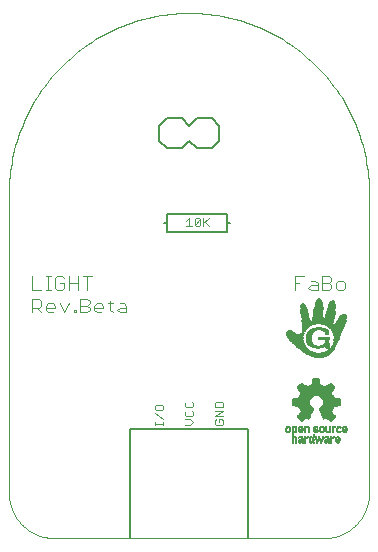
<source format=gto>
G75*
%MOIN*%
%OFA0B0*%
%FSLAX25Y25*%
%IPPOS*%
%LPD*%
%AMOC8*
5,1,8,0,0,1.08239X$1,22.5*
%
%ADD10C,0.00400*%
%ADD11C,0.00800*%
%ADD12C,0.00300*%
%ADD13C,0.00000*%
%ADD14C,0.00500*%
%ADD15R,0.00460X0.00011*%
%ADD16R,0.00920X0.00011*%
%ADD17R,0.01184X0.00011*%
%ADD18R,0.01426X0.00011*%
%ADD19R,0.01610X0.00011*%
%ADD20R,0.01783X0.00011*%
%ADD21R,0.01955X0.00011*%
%ADD22R,0.02093X0.00011*%
%ADD23R,0.02242X0.00011*%
%ADD24R,0.02369X0.00011*%
%ADD25R,0.02495X0.00011*%
%ADD26R,0.02611X0.00011*%
%ADD27R,0.02714X0.00011*%
%ADD28R,0.02829X0.00011*%
%ADD29R,0.02921X0.00011*%
%ADD30R,0.03025X0.00011*%
%ADD31R,0.03128X0.00011*%
%ADD32R,0.03220X0.00011*%
%ADD33R,0.03300X0.00011*%
%ADD34R,0.03392X0.00011*%
%ADD35R,0.03473X0.00011*%
%ADD36R,0.03565X0.00011*%
%ADD37R,0.03645X0.00011*%
%ADD38R,0.03726X0.00011*%
%ADD39R,0.03806X0.00011*%
%ADD40R,0.03875X0.00011*%
%ADD41R,0.03956X0.00011*%
%ADD42R,0.04013X0.00011*%
%ADD43R,0.04082X0.00011*%
%ADD44R,0.04163X0.00011*%
%ADD45R,0.04232X0.00011*%
%ADD46R,0.04301X0.00011*%
%ADD47R,0.04370X0.00011*%
%ADD48R,0.04428X0.00011*%
%ADD49R,0.04497X0.00011*%
%ADD50R,0.04554X0.00011*%
%ADD51R,0.04623X0.00011*%
%ADD52R,0.04680X0.00011*%
%ADD53R,0.04749X0.00011*%
%ADD54R,0.04807X0.00011*%
%ADD55R,0.04864X0.00011*%
%ADD56R,0.04933X0.00011*%
%ADD57R,0.04979X0.00011*%
%ADD58R,0.05037X0.00011*%
%ADD59R,0.05094X0.00011*%
%ADD60R,0.05141X0.00011*%
%ADD61R,0.05209X0.00011*%
%ADD62R,0.05267X0.00011*%
%ADD63R,0.05313X0.00011*%
%ADD64R,0.05370X0.00011*%
%ADD65R,0.05416X0.00011*%
%ADD66R,0.05474X0.00011*%
%ADD67R,0.05520X0.00011*%
%ADD68R,0.05577X0.00011*%
%ADD69R,0.05635X0.00011*%
%ADD70R,0.05681X0.00011*%
%ADD71R,0.05738X0.00011*%
%ADD72R,0.05784X0.00011*%
%ADD73R,0.05842X0.00011*%
%ADD74R,0.05877X0.00011*%
%ADD75R,0.05922X0.00011*%
%ADD76R,0.05980X0.00011*%
%ADD77R,0.06014X0.00011*%
%ADD78R,0.06061X0.00011*%
%ADD79R,0.06118X0.00011*%
%ADD80R,0.06164X0.00011*%
%ADD81R,0.06198X0.00011*%
%ADD82R,0.06256X0.00011*%
%ADD83R,0.06302X0.00011*%
%ADD84R,0.06348X0.00011*%
%ADD85R,0.06394X0.00011*%
%ADD86R,0.06440X0.00011*%
%ADD87R,0.06475X0.00011*%
%ADD88R,0.06532X0.00011*%
%ADD89R,0.06566X0.00011*%
%ADD90R,0.06613X0.00011*%
%ADD91R,0.06647X0.00011*%
%ADD92R,0.06693X0.00011*%
%ADD93R,0.06739X0.00011*%
%ADD94R,0.06773X0.00011*%
%ADD95R,0.06831X0.00011*%
%ADD96R,0.06866X0.00011*%
%ADD97R,0.06911X0.00011*%
%ADD98R,0.06946X0.00011*%
%ADD99R,0.06980X0.00011*%
%ADD100R,0.07027X0.00011*%
%ADD101R,0.07061X0.00011*%
%ADD102R,0.07118X0.00011*%
%ADD103R,0.07153X0.00011*%
%ADD104R,0.07187X0.00011*%
%ADD105R,0.07233X0.00011*%
%ADD106R,0.07268X0.00011*%
%ADD107R,0.07314X0.00011*%
%ADD108R,0.07348X0.00011*%
%ADD109R,0.07372X0.00011*%
%ADD110R,0.07417X0.00011*%
%ADD111R,0.07452X0.00011*%
%ADD112R,0.07486X0.00011*%
%ADD113R,0.07521X0.00011*%
%ADD114R,0.07567X0.00011*%
%ADD115R,0.07602X0.00011*%
%ADD116R,0.07636X0.00011*%
%ADD117R,0.07682X0.00011*%
%ADD118R,0.07716X0.00011*%
%ADD119R,0.07751X0.00011*%
%ADD120R,0.07786X0.00011*%
%ADD121R,0.07831X0.00011*%
%ADD122R,0.07866X0.00011*%
%ADD123R,0.07889X0.00011*%
%ADD124R,0.07923X0.00011*%
%ADD125R,0.07958X0.00011*%
%ADD126R,0.08004X0.00011*%
%ADD127R,0.08038X0.00011*%
%ADD128R,0.08061X0.00011*%
%ADD129R,0.08096X0.00011*%
%ADD130R,0.08130X0.00011*%
%ADD131R,0.08165X0.00011*%
%ADD132R,0.08211X0.00011*%
%ADD133R,0.08234X0.00011*%
%ADD134R,0.08269X0.00011*%
%ADD135R,0.08303X0.00011*%
%ADD136R,0.08338X0.00011*%
%ADD137R,0.08372X0.00011*%
%ADD138R,0.08395X0.00011*%
%ADD139R,0.08430X0.00011*%
%ADD140R,0.08464X0.00011*%
%ADD141R,0.08498X0.00011*%
%ADD142R,0.08533X0.00011*%
%ADD143R,0.04381X0.00011*%
%ADD144R,0.03818X0.00011*%
%ADD145R,0.04140X0.00011*%
%ADD146R,0.03622X0.00011*%
%ADD147R,0.04025X0.00011*%
%ADD148R,0.03496X0.00011*%
%ADD149R,0.03933X0.00011*%
%ADD150R,0.03864X0.00011*%
%ADD151R,0.03312X0.00011*%
%ADD152R,0.03795X0.00011*%
%ADD153R,0.03243X0.00011*%
%ADD154R,0.03737X0.00011*%
%ADD155R,0.03186X0.00011*%
%ADD156R,0.03680X0.00011*%
%ADD157R,0.03128X0.00011*%
%ADD158R,0.03082X0.00011*%
%ADD159R,0.03599X0.00011*%
%ADD160R,0.03036X0.00011*%
%ADD161R,0.03553X0.00011*%
%ADD162R,0.02990X0.00011*%
%ADD163R,0.03530X0.00011*%
%ADD164R,0.02944X0.00011*%
%ADD165R,0.02909X0.00011*%
%ADD166R,0.03461X0.00011*%
%ADD167R,0.02875X0.00011*%
%ADD168R,0.03439X0.00011*%
%ADD169R,0.02840X0.00011*%
%ADD170R,0.02806X0.00011*%
%ADD171R,0.03381X0.00011*%
%ADD172R,0.02783X0.00011*%
%ADD173R,0.03358X0.00011*%
%ADD174R,0.02760X0.00011*%
%ADD175R,0.03335X0.00011*%
%ADD176R,0.02725X0.00011*%
%ADD177R,0.02702X0.00011*%
%ADD178R,0.03289X0.00011*%
%ADD179R,0.02668X0.00011*%
%ADD180R,0.03266X0.00011*%
%ADD181R,0.02645X0.00011*%
%ADD182R,0.02622X0.00011*%
%ADD183R,0.03231X0.00011*%
%ADD184R,0.02599X0.00011*%
%ADD185R,0.03208X0.00011*%
%ADD186R,0.02587X0.00011*%
%ADD187R,0.03197X0.00011*%
%ADD188R,0.02564X0.00011*%
%ADD189R,0.03185X0.00011*%
%ADD190R,0.02541X0.00011*%
%ADD191R,0.03163X0.00011*%
%ADD192R,0.02519X0.00011*%
%ADD193R,0.03151X0.00011*%
%ADD194R,0.03139X0.00011*%
%ADD195R,0.02484X0.00011*%
%ADD196R,0.02449X0.00011*%
%ADD197R,0.03116X0.00011*%
%ADD198R,0.02438X0.00011*%
%ADD199R,0.03105X0.00011*%
%ADD200R,0.02415X0.00011*%
%ADD201R,0.02403X0.00011*%
%ADD202R,0.02380X0.00011*%
%ADD203R,0.03059X0.00011*%
%ADD204R,0.03059X0.00011*%
%ADD205R,0.02357X0.00011*%
%ADD206R,0.02346X0.00011*%
%ADD207R,0.02323X0.00011*%
%ADD208R,0.03024X0.00011*%
%ADD209R,0.02311X0.00011*%
%ADD210R,0.02289X0.00011*%
%ADD211R,0.03002X0.00011*%
%ADD212R,0.02277X0.00011*%
%ADD213R,0.02266X0.00011*%
%ADD214R,0.02231X0.00011*%
%ADD215R,0.02978X0.00011*%
%ADD216R,0.02219X0.00011*%
%ADD217R,0.02967X0.00011*%
%ADD218R,0.02197X0.00011*%
%ADD219R,0.02955X0.00011*%
%ADD220R,0.02185X0.00011*%
%ADD221R,0.02173X0.00011*%
%ADD222R,0.02162X0.00011*%
%ADD223R,0.02150X0.00011*%
%ADD224R,0.02933X0.00011*%
%ADD225R,0.02139X0.00011*%
%ADD226R,0.02932X0.00011*%
%ADD227R,0.02127X0.00011*%
%ADD228R,0.02104X0.00011*%
%ADD229R,0.02105X0.00011*%
%ADD230R,0.02898X0.00011*%
%ADD231R,0.02081X0.00011*%
%ADD232R,0.02070X0.00011*%
%ADD233R,0.02047X0.00011*%
%ADD234R,0.02898X0.00011*%
%ADD235R,0.02886X0.00011*%
%ADD236R,0.02036X0.00011*%
%ADD237R,0.02024X0.00011*%
%ADD238R,0.02001X0.00011*%
%ADD239R,0.02864X0.00011*%
%ADD240R,0.01989X0.00011*%
%ADD241R,0.02863X0.00011*%
%ADD242R,0.01978X0.00011*%
%ADD243R,0.02852X0.00011*%
%ADD244R,0.01943X0.00011*%
%ADD245R,0.01932X0.00011*%
%ADD246R,0.01920X0.00011*%
%ADD247R,0.01909X0.00011*%
%ADD248R,0.02841X0.00011*%
%ADD249R,0.01909X0.00011*%
%ADD250R,0.01897X0.00011*%
%ADD251R,0.01886X0.00011*%
%ADD252R,0.01875X0.00011*%
%ADD253R,0.01874X0.00011*%
%ADD254R,0.01863X0.00011*%
%ADD255R,0.01852X0.00011*%
%ADD256R,0.01840X0.00011*%
%ADD257R,0.01840X0.00011*%
%ADD258R,0.01817X0.00011*%
%ADD259R,0.01817X0.00011*%
%ADD260R,0.01805X0.00011*%
%ADD261R,0.01794X0.00011*%
%ADD262R,0.01771X0.00011*%
%ADD263R,0.01748X0.00011*%
%ADD264R,0.01748X0.00011*%
%ADD265R,0.02829X0.00011*%
%ADD266R,0.01736X0.00011*%
%ADD267R,0.01725X0.00011*%
%ADD268R,0.01713X0.00011*%
%ADD269R,0.01714X0.00011*%
%ADD270R,0.01702X0.00011*%
%ADD271R,0.01691X0.00011*%
%ADD272R,0.01679X0.00011*%
%ADD273R,0.01679X0.00011*%
%ADD274R,0.01667X0.00011*%
%ADD275R,0.01644X0.00011*%
%ADD276R,0.01633X0.00011*%
%ADD277R,0.01622X0.00011*%
%ADD278R,0.01621X0.00011*%
%ADD279R,0.01598X0.00011*%
%ADD280R,0.01587X0.00011*%
%ADD281R,0.01587X0.00011*%
%ADD282R,0.01575X0.00011*%
%ADD283R,0.01564X0.00011*%
%ADD284R,0.01552X0.00011*%
%ADD285R,0.01541X0.00011*%
%ADD286R,0.01553X0.00011*%
%ADD287R,0.01230X0.00011*%
%ADD288R,0.01529X0.00011*%
%ADD289R,0.00690X0.00011*%
%ADD290R,0.01242X0.00011*%
%ADD291R,0.01530X0.00011*%
%ADD292R,0.01000X0.00011*%
%ADD293R,0.01253X0.00011*%
%ADD294R,0.01265X0.00011*%
%ADD295R,0.01518X0.00011*%
%ADD296R,0.01438X0.00011*%
%ADD297R,0.01518X0.00011*%
%ADD298R,0.01277X0.00011*%
%ADD299R,0.01288X0.00011*%
%ADD300R,0.01506X0.00011*%
%ADD301R,0.02058X0.00011*%
%ADD302R,0.01299X0.00011*%
%ADD303R,0.01311X0.00011*%
%ADD304R,0.01495X0.00011*%
%ADD305R,0.02507X0.00011*%
%ADD306R,0.01322X0.00011*%
%ADD307R,0.02610X0.00011*%
%ADD308R,0.02967X0.00011*%
%ADD309R,0.02714X0.00011*%
%ADD310R,0.01334X0.00011*%
%ADD311R,0.01495X0.00011*%
%ADD312R,0.02806X0.00011*%
%ADD313R,0.01345X0.00011*%
%ADD314R,0.01483X0.00011*%
%ADD315R,0.03047X0.00011*%
%ADD316R,0.01472X0.00011*%
%ADD317R,0.02990X0.00011*%
%ADD318R,0.01357X0.00011*%
%ADD319R,0.03427X0.00011*%
%ADD320R,0.01369X0.00011*%
%ADD321R,0.03013X0.00011*%
%ADD322R,0.01460X0.00011*%
%ADD323R,0.01380X0.00011*%
%ADD324R,0.01461X0.00011*%
%ADD325R,0.03691X0.00011*%
%ADD326R,0.03760X0.00011*%
%ADD327R,0.01391X0.00011*%
%ADD328R,0.01449X0.00011*%
%ADD329R,0.03991X0.00011*%
%ADD330R,0.04048X0.00011*%
%ADD331R,0.01403X0.00011*%
%ADD332R,0.04094X0.00011*%
%ADD333R,0.04152X0.00011*%
%ADD334R,0.04197X0.00011*%
%ADD335R,0.01414X0.00011*%
%ADD336R,0.03070X0.00011*%
%ADD337R,0.04266X0.00011*%
%ADD338R,0.04312X0.00011*%
%ADD339R,0.04358X0.00011*%
%ADD340R,0.04404X0.00011*%
%ADD341R,0.03093X0.00011*%
%ADD342R,0.04450X0.00011*%
%ADD343R,0.01426X0.00011*%
%ADD344R,0.03094X0.00011*%
%ADD345R,0.04496X0.00011*%
%ADD346R,0.04589X0.00011*%
%ADD347R,0.04634X0.00011*%
%ADD348R,0.04727X0.00011*%
%ADD349R,0.04750X0.00011*%
%ADD350R,0.04795X0.00011*%
%ADD351R,0.04841X0.00011*%
%ADD352R,0.06359X0.00011*%
%ADD353R,0.06383X0.00011*%
%ADD354R,0.06405X0.00011*%
%ADD355R,0.03151X0.00011*%
%ADD356R,0.06417X0.00011*%
%ADD357R,0.06463X0.00011*%
%ADD358R,0.03174X0.00011*%
%ADD359R,0.06474X0.00011*%
%ADD360R,0.06497X0.00011*%
%ADD361R,0.06520X0.00011*%
%ADD362R,0.06555X0.00011*%
%ADD363R,0.02576X0.00011*%
%ADD364R,0.03277X0.00011*%
%ADD365R,0.03220X0.00011*%
%ADD366R,0.02427X0.00011*%
%ADD367R,0.02392X0.00011*%
%ADD368R,0.01403X0.00011*%
%ADD369R,0.02817X0.00011*%
%ADD370R,0.02771X0.00011*%
%ADD371R,0.03255X0.00011*%
%ADD372R,0.02196X0.00011*%
%ADD373R,0.02691X0.00011*%
%ADD374R,0.02645X0.00011*%
%ADD375R,0.01392X0.00011*%
%ADD376R,0.02576X0.00011*%
%ADD377R,0.02553X0.00011*%
%ADD378R,0.02035X0.00011*%
%ADD379R,0.02461X0.00011*%
%ADD380R,0.03323X0.00011*%
%ADD381R,0.02013X0.00011*%
%ADD382R,0.02001X0.00011*%
%ADD383R,0.02358X0.00011*%
%ADD384R,0.02334X0.00011*%
%ADD385R,0.03346X0.00011*%
%ADD386R,0.01978X0.00011*%
%ADD387R,0.01966X0.00011*%
%ADD388R,0.02288X0.00011*%
%ADD389R,0.01944X0.00011*%
%ADD390R,0.03404X0.00011*%
%ADD391R,0.03404X0.00011*%
%ADD392R,0.03416X0.00011*%
%ADD393R,0.02070X0.00011*%
%ADD394R,0.03438X0.00011*%
%ADD395R,0.03450X0.00011*%
%ADD396R,0.01851X0.00011*%
%ADD397R,0.03473X0.00011*%
%ADD398R,0.03484X0.00011*%
%ADD399R,0.01828X0.00011*%
%ADD400R,0.03519X0.00011*%
%ADD401R,0.01806X0.00011*%
%ADD402R,0.03542X0.00011*%
%ADD403R,0.03565X0.00011*%
%ADD404R,0.01782X0.00011*%
%ADD405R,0.03577X0.00011*%
%ADD406R,0.03588X0.00011*%
%ADD407R,0.03611X0.00011*%
%ADD408R,0.01759X0.00011*%
%ADD409R,0.03634X0.00011*%
%ADD410R,0.03657X0.00011*%
%ADD411R,0.03703X0.00011*%
%ADD412R,0.03714X0.00011*%
%ADD413R,0.01656X0.00011*%
%ADD414R,0.03726X0.00011*%
%ADD415R,0.03761X0.00011*%
%ADD416R,0.03772X0.00011*%
%ADD417R,0.03783X0.00011*%
%ADD418R,0.03795X0.00011*%
%ADD419R,0.03830X0.00011*%
%ADD420R,0.03841X0.00011*%
%ADD421R,0.03852X0.00011*%
%ADD422R,0.03864X0.00011*%
%ADD423R,0.03887X0.00011*%
%ADD424R,0.03898X0.00011*%
%ADD425R,0.03910X0.00011*%
%ADD426R,0.03922X0.00011*%
%ADD427R,0.03944X0.00011*%
%ADD428R,0.03967X0.00011*%
%ADD429R,0.03979X0.00011*%
%ADD430R,0.03990X0.00011*%
%ADD431R,0.04002X0.00011*%
%ADD432R,0.04014X0.00011*%
%ADD433R,0.04059X0.00011*%
%ADD434R,0.04071X0.00011*%
%ADD435R,0.04083X0.00011*%
%ADD436R,0.04105X0.00011*%
%ADD437R,0.04117X0.00011*%
%ADD438R,0.04128X0.00011*%
%ADD439R,0.04151X0.00011*%
%ADD440R,0.01690X0.00011*%
%ADD441R,0.04174X0.00011*%
%ADD442R,0.04186X0.00011*%
%ADD443R,0.04209X0.00011*%
%ADD444R,0.04220X0.00011*%
%ADD445R,0.04244X0.00011*%
%ADD446R,0.04255X0.00011*%
%ADD447R,0.04278X0.00011*%
%ADD448R,0.04289X0.00011*%
%ADD449R,0.04301X0.00011*%
%ADD450R,0.04324X0.00011*%
%ADD451R,0.04336X0.00011*%
%ADD452R,0.04347X0.00011*%
%ADD453R,0.04370X0.00011*%
%ADD454R,0.04393X0.00011*%
%ADD455R,0.04405X0.00011*%
%ADD456R,0.04416X0.00011*%
%ADD457R,0.04427X0.00011*%
%ADD458R,0.04439X0.00011*%
%ADD459R,0.04462X0.00011*%
%ADD460R,0.04473X0.00011*%
%ADD461R,0.04485X0.00011*%
%ADD462R,0.04508X0.00011*%
%ADD463R,0.04519X0.00011*%
%ADD464R,0.04531X0.00011*%
%ADD465R,0.04542X0.00011*%
%ADD466R,0.04566X0.00011*%
%ADD467R,0.04577X0.00011*%
%ADD468R,0.04600X0.00011*%
%ADD469R,0.04611X0.00011*%
%ADD470R,0.04623X0.00011*%
%ADD471R,0.04646X0.00011*%
%ADD472R,0.04658X0.00011*%
%ADD473R,0.04669X0.00011*%
%ADD474R,0.04692X0.00011*%
%ADD475R,0.04703X0.00011*%
%ADD476R,0.04715X0.00011*%
%ADD477R,0.04738X0.00011*%
%ADD478R,0.04761X0.00011*%
%ADD479R,0.04772X0.00011*%
%ADD480R,0.04784X0.00011*%
%ADD481R,0.04818X0.00011*%
%ADD482R,0.04830X0.00011*%
%ADD483R,0.04853X0.00011*%
%ADD484R,0.04876X0.00011*%
%ADD485R,0.03749X0.00011*%
%ADD486R,0.04888X0.00011*%
%ADD487R,0.04899X0.00011*%
%ADD488R,0.04911X0.00011*%
%ADD489R,0.04922X0.00011*%
%ADD490R,0.04945X0.00011*%
%ADD491R,0.04956X0.00011*%
%ADD492R,0.04968X0.00011*%
%ADD493R,0.04980X0.00011*%
%ADD494R,0.04991X0.00011*%
%ADD495R,0.05003X0.00011*%
%ADD496R,0.05014X0.00011*%
%ADD497R,0.05025X0.00011*%
%ADD498R,0.05048X0.00011*%
%ADD499R,0.05060X0.00011*%
%ADD500R,0.05072X0.00011*%
%ADD501R,0.05083X0.00011*%
%ADD502R,0.05106X0.00011*%
%ADD503R,0.05117X0.00011*%
%ADD504R,0.05129X0.00011*%
%ADD505R,0.05152X0.00011*%
%ADD506R,0.05164X0.00011*%
%ADD507R,0.05175X0.00011*%
%ADD508R,0.05186X0.00011*%
%ADD509R,0.05198X0.00011*%
%ADD510R,0.05221X0.00011*%
%ADD511R,0.05232X0.00011*%
%ADD512R,0.05244X0.00011*%
%ADD513R,0.05255X0.00011*%
%ADD514R,0.05278X0.00011*%
%ADD515R,0.05290X0.00011*%
%ADD516R,0.05302X0.00011*%
%ADD517R,0.05324X0.00011*%
%ADD518R,0.05336X0.00011*%
%ADD519R,0.05347X0.00011*%
%ADD520R,0.05359X0.00011*%
%ADD521R,0.02116X0.00011*%
%ADD522R,0.05382X0.00011*%
%ADD523R,0.05394X0.00011*%
%ADD524R,0.05405X0.00011*%
%ADD525R,0.02162X0.00011*%
%ADD526R,0.05428X0.00011*%
%ADD527R,0.05439X0.00011*%
%ADD528R,0.05451X0.00011*%
%ADD529R,0.05462X0.00011*%
%ADD530R,0.02208X0.00011*%
%ADD531R,0.05485X0.00011*%
%ADD532R,0.02231X0.00011*%
%ADD533R,0.05497X0.00011*%
%ADD534R,0.05508X0.00011*%
%ADD535R,0.02254X0.00011*%
%ADD536R,0.05520X0.00011*%
%ADD537R,0.05531X0.00011*%
%ADD538R,0.05543X0.00011*%
%ADD539R,0.05555X0.00011*%
%ADD540R,0.05566X0.00011*%
%ADD541R,0.05578X0.00011*%
%ADD542R,0.05589X0.00011*%
%ADD543R,0.05600X0.00011*%
%ADD544R,0.05612X0.00011*%
%ADD545R,0.05623X0.00011*%
%ADD546R,0.02392X0.00011*%
%ADD547R,0.05646X0.00011*%
%ADD548R,0.02415X0.00011*%
%ADD549R,0.05658X0.00011*%
%ADD550R,0.05669X0.00011*%
%ADD551R,0.02450X0.00011*%
%ADD552R,0.05681X0.00011*%
%ADD553R,0.02472X0.00011*%
%ADD554R,0.05692X0.00011*%
%ADD555R,0.05704X0.00011*%
%ADD556R,0.05716X0.00011*%
%ADD557R,0.05727X0.00011*%
%ADD558R,0.02530X0.00011*%
%ADD559R,0.05739X0.00011*%
%ADD560R,0.02553X0.00011*%
%ADD561R,0.01219X0.00011*%
%ADD562R,0.01196X0.00011*%
%ADD563R,0.02633X0.00011*%
%ADD564R,0.03381X0.00011*%
%ADD565R,0.01173X0.00011*%
%ADD566R,0.01150X0.00011*%
%ADD567R,0.02656X0.00011*%
%ADD568R,0.01127X0.00011*%
%ADD569R,0.01116X0.00011*%
%ADD570R,0.03254X0.00011*%
%ADD571R,0.01092X0.00011*%
%ADD572R,0.01081X0.00011*%
%ADD573R,0.01058X0.00011*%
%ADD574R,0.01047X0.00011*%
%ADD575R,0.02737X0.00011*%
%ADD576R,0.01035X0.00011*%
%ADD577R,0.02748X0.00011*%
%ADD578R,0.01023X0.00011*%
%ADD579R,0.01012X0.00011*%
%ADD580R,0.02794X0.00011*%
%ADD581R,0.00989X0.00011*%
%ADD582R,0.00978X0.00011*%
%ADD583R,0.00966X0.00011*%
%ADD584R,0.00954X0.00011*%
%ADD585R,0.00955X0.00011*%
%ADD586R,0.00943X0.00011*%
%ADD587R,0.00931X0.00011*%
%ADD588R,0.02680X0.00011*%
%ADD589R,0.00920X0.00011*%
%ADD590R,0.02542X0.00011*%
%ADD591R,0.02426X0.00011*%
%ADD592R,0.02323X0.00011*%
%ADD593R,0.02300X0.00011*%
%ADD594R,0.03369X0.00011*%
%ADD595R,0.00977X0.00011*%
%ADD596R,0.00989X0.00011*%
%ADD597R,0.01656X0.00011*%
%ADD598R,0.01012X0.00011*%
%ADD599R,0.01046X0.00011*%
%ADD600R,0.01069X0.00011*%
%ADD601R,0.01139X0.00011*%
%ADD602R,0.03669X0.00011*%
%ADD603R,0.00908X0.00011*%
%ADD604R,0.00828X0.00011*%
%ADD605R,0.01104X0.00011*%
%ADD606R,0.00759X0.00011*%
%ADD607R,0.00678X0.00011*%
%ADD608R,0.00575X0.00011*%
%ADD609R,0.00448X0.00011*%
%ADD610R,0.00264X0.00011*%
%ADD611R,0.01138X0.00011*%
%ADD612R,0.01161X0.00011*%
%ADD613R,0.01173X0.00011*%
%ADD614R,0.03853X0.00011*%
%ADD615R,0.01208X0.00011*%
%ADD616R,0.03921X0.00011*%
%ADD617R,0.02484X0.00011*%
%ADD618R,0.02381X0.00011*%
%ADD619R,0.03979X0.00011*%
%ADD620R,0.05163X0.00011*%
%ADD621R,0.04036X0.00011*%
%ADD622R,0.05002X0.00011*%
%ADD623R,0.01334X0.00011*%
%ADD624R,0.04876X0.00011*%
%ADD625R,0.04692X0.00011*%
%ADD626R,0.04335X0.00011*%
%ADD627R,0.03600X0.00011*%
%ADD628R,0.04531X0.00011*%
%ADD629R,0.04565X0.00011*%
%ADD630R,0.04681X0.00011*%
%ADD631R,0.04784X0.00011*%
%ADD632R,0.04819X0.00011*%
%ADD633R,0.00541X0.00011*%
%ADD634R,0.04910X0.00011*%
%ADD635R,0.05037X0.00011*%
%ADD636R,0.05198X0.00011*%
%ADD637R,0.05393X0.00011*%
%ADD638R,0.05554X0.00011*%
%ADD639R,0.05750X0.00011*%
%ADD640R,0.05761X0.00011*%
%ADD641R,0.05819X0.00011*%
%ADD642R,0.05830X0.00011*%
%ADD643R,0.05865X0.00011*%
%ADD644R,0.05900X0.00011*%
%ADD645R,0.05945X0.00011*%
%ADD646R,0.06003X0.00011*%
%ADD647R,0.02772X0.00011*%
%ADD648R,0.06049X0.00011*%
%ADD649R,0.06072X0.00011*%
%ADD650R,0.06095X0.00011*%
%ADD651R,0.06141X0.00011*%
%ADD652R,0.06175X0.00011*%
%ADD653R,0.06187X0.00011*%
%ADD654R,0.06210X0.00011*%
%ADD655R,0.06244X0.00011*%
%ADD656R,0.06267X0.00011*%
%ADD657R,0.06325X0.00011*%
%ADD658R,0.03117X0.00011*%
%ADD659R,0.03634X0.00011*%
%ADD660R,0.03507X0.00011*%
%ADD661R,0.03508X0.00011*%
%ADD662R,0.03415X0.00011*%
%ADD663R,0.04209X0.00011*%
%ADD664R,0.04439X0.00011*%
%ADD665R,0.03347X0.00011*%
%ADD666R,0.10235X0.00011*%
%ADD667R,0.10247X0.00011*%
%ADD668R,0.10258X0.00011*%
%ADD669R,0.10269X0.00011*%
%ADD670R,0.03312X0.00011*%
%ADD671R,0.10281X0.00011*%
%ADD672R,0.10292X0.00011*%
%ADD673R,0.03278X0.00011*%
%ADD674R,0.10304X0.00011*%
%ADD675R,0.10316X0.00011*%
%ADD676R,0.10327X0.00011*%
%ADD677R,0.10338X0.00011*%
%ADD678R,0.10350X0.00011*%
%ADD679R,0.10361X0.00011*%
%ADD680R,0.10373X0.00011*%
%ADD681R,0.10384X0.00011*%
%ADD682R,0.10396X0.00011*%
%ADD683R,0.10419X0.00011*%
%ADD684R,0.10430X0.00011*%
%ADD685R,0.10442X0.00011*%
%ADD686R,0.10453X0.00011*%
%ADD687R,0.10465X0.00011*%
%ADD688R,0.10477X0.00011*%
%ADD689R,0.10488X0.00011*%
%ADD690R,0.10500X0.00011*%
%ADD691R,0.04140X0.00011*%
%ADD692R,0.03887X0.00011*%
%ADD693R,0.02737X0.00011*%
%ADD694R,0.02703X0.00011*%
%ADD695R,0.00851X0.00011*%
%ADD696R,0.00770X0.00011*%
%ADD697R,0.00655X0.00011*%
%ADD698R,0.00552X0.00011*%
%ADD699R,0.00379X0.00011*%
%ADD700R,0.00011X0.00011*%
%ADD701R,0.02679X0.00011*%
%ADD702R,0.02518X0.00011*%
%ADD703R,0.02128X0.00011*%
%ADD704R,0.01081X0.00011*%
%ADD705R,0.00885X0.00011*%
%ADD706R,0.00863X0.00011*%
%ADD707R,0.00839X0.00011*%
%ADD708R,0.00794X0.00011*%
%ADD709R,0.00747X0.00011*%
%ADD710R,0.00713X0.00011*%
%ADD711R,0.00690X0.00011*%
%ADD712R,0.00644X0.00011*%
%ADD713R,0.00609X0.00011*%
%ADD714R,0.00529X0.00011*%
%ADD715R,0.00471X0.00011*%
%ADD716R,0.00425X0.00011*%
%ADD717R,0.00287X0.00011*%
%ADD718R,0.00195X0.00011*%
%ADD719R,0.01207X0.00011*%
%ADD720R,0.01115X0.00011*%
%ADD721R,0.00886X0.00011*%
%ADD722R,0.00805X0.00011*%
%ADD723R,0.00782X0.00011*%
%ADD724R,0.00724X0.00011*%
%ADD725R,0.00702X0.00011*%
%ADD726R,0.00632X0.00011*%
%ADD727R,0.00598X0.00011*%
%ADD728R,0.00517X0.00011*%
%ADD729R,0.00368X0.00011*%
%ADD730R,0.00322X0.00011*%
%ADD731R,0.00230X0.00011*%
%ADD732R,0.00115X0.00011*%
%ADD733R,0.01368X0.00011*%
%ADD734R,0.00897X0.00011*%
%ADD735R,0.00874X0.00011*%
%ADD736R,0.00817X0.00011*%
%ADD737R,0.00736X0.00011*%
%ADD738R,0.00633X0.00011*%
%ADD739R,0.00586X0.00011*%
%ADD740R,0.00506X0.00011*%
%ADD741R,0.00207X0.00011*%
%ADD742R,0.00103X0.00011*%
%ADD743R,0.00226X0.00011*%
%ADD744R,0.00183X0.00011*%
%ADD745R,0.00398X0.00011*%
%ADD746R,0.00301X0.00011*%
%ADD747R,0.00398X0.00011*%
%ADD748R,0.00387X0.00011*%
%ADD749R,0.00419X0.00011*%
%ADD750R,0.00430X0.00011*%
%ADD751R,0.00505X0.00011*%
%ADD752R,0.00398X0.00011*%
%ADD753R,0.00376X0.00011*%
%ADD754R,0.00376X0.00011*%
%ADD755R,0.00419X0.00011*%
%ADD756R,0.00430X0.00011*%
%ADD757R,0.00430X0.00011*%
%ADD758R,0.00570X0.00011*%
%ADD759R,0.00462X0.00011*%
%ADD760R,0.00387X0.00011*%
%ADD761R,0.00580X0.00011*%
%ADD762R,0.00441X0.00011*%
%ADD763R,0.00645X0.00011*%
%ADD764R,0.00527X0.00011*%
%ADD765R,0.00645X0.00011*%
%ADD766R,0.00666X0.00011*%
%ADD767R,0.00699X0.00011*%
%ADD768R,0.00720X0.00011*%
%ADD769R,0.00430X0.00011*%
%ADD770R,0.00752X0.00011*%
%ADD771R,0.00634X0.00011*%
%ADD772R,0.00408X0.00011*%
%ADD773R,0.00742X0.00011*%
%ADD774R,0.00441X0.00011*%
%ADD775R,0.00785X0.00011*%
%ADD776R,0.00795X0.00011*%
%ADD777R,0.00677X0.00011*%
%ADD778R,0.00419X0.00011*%
%ADD779R,0.00785X0.00011*%
%ADD780R,0.00839X0.00011*%
%ADD781R,0.00828X0.00011*%
%ADD782R,0.00709X0.00011*%
%ADD783R,0.00881X0.00011*%
%ADD784R,0.00860X0.00011*%
%ADD785R,0.00752X0.00011*%
%ADD786R,0.00860X0.00011*%
%ADD787R,0.00924X0.00011*%
%ADD788R,0.00903X0.00011*%
%ADD789R,0.00892X0.00011*%
%ADD790R,0.00967X0.00011*%
%ADD791R,0.00817X0.00011*%
%ADD792R,0.00935X0.00011*%
%ADD793R,0.01010X0.00011*%
%ADD794R,0.00957X0.00011*%
%ADD795R,0.00849X0.00011*%
%ADD796R,0.01053X0.00011*%
%ADD797R,0.00978X0.00011*%
%ADD798R,0.00462X0.00011*%
%ADD799R,0.00989X0.00011*%
%ADD800R,0.01075X0.00011*%
%ADD801R,0.01000X0.00011*%
%ADD802R,0.00903X0.00011*%
%ADD803R,0.01118X0.00011*%
%ADD804R,0.01032X0.00011*%
%ADD805R,0.00935X0.00011*%
%ADD806R,0.00462X0.00011*%
%ADD807R,0.00462X0.00011*%
%ADD808R,0.01021X0.00011*%
%ADD809R,0.01140X0.00011*%
%ADD810R,0.01043X0.00011*%
%ADD811R,0.00484X0.00011*%
%ADD812R,0.00484X0.00011*%
%ADD813R,0.01183X0.00011*%
%ADD814R,0.01064X0.00011*%
%ADD815R,0.01215X0.00011*%
%ADD816R,0.01086X0.00011*%
%ADD817R,0.01011X0.00011*%
%ADD818R,0.01086X0.00011*%
%ADD819R,0.01236X0.00011*%
%ADD820R,0.01107X0.00011*%
%ADD821R,0.00495X0.00011*%
%ADD822R,0.01107X0.00011*%
%ADD823R,0.01258X0.00011*%
%ADD824R,0.01559X0.00011*%
%ADD825R,0.00505X0.00011*%
%ADD826R,0.00505X0.00011*%
%ADD827R,0.01569X0.00011*%
%ADD828R,0.01290X0.00011*%
%ADD829R,0.01580X0.00011*%
%ADD830R,0.01311X0.00011*%
%ADD831R,0.01097X0.00011*%
%ADD832R,0.01344X0.00011*%
%ADD833R,0.01591X0.00011*%
%ADD834R,0.01537X0.00011*%
%ADD835R,0.00527X0.00011*%
%ADD836R,0.01365X0.00011*%
%ADD837R,0.01602X0.00011*%
%ADD838R,0.01548X0.00011*%
%ADD839R,0.01387X0.00011*%
%ADD840R,0.01613X0.00011*%
%ADD841R,0.01408X0.00011*%
%ADD842R,0.00548X0.00011*%
%ADD843R,0.01623X0.00011*%
%ADD844R,0.01419X0.00011*%
%ADD845R,0.01623X0.00011*%
%ADD846R,0.01580X0.00011*%
%ADD847R,0.00548X0.00011*%
%ADD848R,0.01623X0.00011*%
%ADD849R,0.01440X0.00011*%
%ADD850R,0.01623X0.00011*%
%ADD851R,0.01634X0.00011*%
%ADD852R,0.01462X0.00011*%
%ADD853R,0.01591X0.00011*%
%ADD854R,0.00570X0.00011*%
%ADD855R,0.00559X0.00011*%
%ADD856R,0.01483X0.00011*%
%ADD857R,0.01645X0.00011*%
%ADD858R,0.01645X0.00011*%
%ADD859R,0.01505X0.00011*%
%ADD860R,0.01645X0.00011*%
%ADD861R,0.01602X0.00011*%
%ADD862R,0.00570X0.00011*%
%ADD863R,0.00570X0.00011*%
%ADD864R,0.01655X0.00011*%
%ADD865R,0.01516X0.00011*%
%ADD866R,0.01655X0.00011*%
%ADD867R,0.00581X0.00011*%
%ADD868R,0.01526X0.00011*%
%ADD869R,0.00591X0.00011*%
%ADD870R,0.00591X0.00011*%
%ADD871R,0.01666X0.00011*%
%ADD872R,0.01527X0.00011*%
%ADD873R,0.01516X0.00011*%
%ADD874R,0.01666X0.00011*%
%ADD875R,0.01634X0.00011*%
%ADD876R,0.00602X0.00011*%
%ADD877R,0.00602X0.00011*%
%ADD878R,0.01677X0.00011*%
%ADD879R,0.01677X0.00011*%
%ADD880R,0.01634X0.00011*%
%ADD881R,0.00613X0.00011*%
%ADD882R,0.01688X0.00011*%
%ADD883R,0.01494X0.00011*%
%ADD884R,0.00656X0.00011*%
%ADD885R,0.00731X0.00011*%
%ADD886R,0.00623X0.00011*%
%ADD887R,0.00602X0.00011*%
%ADD888R,0.00731X0.00011*%
%ADD889R,0.00795X0.00011*%
%ADD890R,0.00634X0.00011*%
%ADD891R,0.00613X0.00011*%
%ADD892R,0.00494X0.00011*%
%ADD893R,0.00548X0.00011*%
%ADD894R,0.00516X0.00011*%
%ADD895R,0.00559X0.00011*%
%ADD896R,0.00634X0.00011*%
%ADD897R,0.00409X0.00011*%
%ADD898R,0.00537X0.00011*%
%ADD899R,0.00656X0.00011*%
%ADD900R,0.00376X0.00011*%
%ADD901R,0.00591X0.00011*%
%ADD902R,0.00645X0.00011*%
%ADD903R,0.00656X0.00011*%
%ADD904R,0.00667X0.00011*%
%ADD905R,0.00537X0.00011*%
%ADD906R,0.00344X0.00011*%
%ADD907R,0.00667X0.00011*%
%ADD908R,0.00473X0.00011*%
%ADD909R,0.00527X0.00011*%
%ADD910R,0.00312X0.00011*%
%ADD911R,0.00677X0.00011*%
%ADD912R,0.00279X0.00011*%
%ADD913R,0.00494X0.00011*%
%ADD914R,0.00258X0.00011*%
%ADD915R,0.00452X0.00011*%
%ADD916R,0.00484X0.00011*%
%ADD917R,0.00580X0.00011*%
%ADD918R,0.00688X0.00011*%
%ADD919R,0.00688X0.00011*%
%ADD920R,0.00451X0.00011*%
%ADD921R,0.00215X0.00011*%
%ADD922R,0.00452X0.00011*%
%ADD923R,0.00688X0.00011*%
%ADD924R,0.00688X0.00011*%
%ADD925R,0.00193X0.00011*%
%ADD926R,0.00473X0.00011*%
%ADD927R,0.00699X0.00011*%
%ADD928R,0.00161X0.00011*%
%ADD929R,0.00140X0.00011*%
%ADD930R,0.00709X0.00011*%
%ADD931R,0.00473X0.00011*%
%ADD932R,0.00118X0.00011*%
%ADD933R,0.00430X0.00011*%
%ADD934R,0.00086X0.00011*%
%ADD935R,0.00731X0.00011*%
%ADD936R,0.00054X0.00011*%
%ADD937R,0.00408X0.00011*%
%ADD938R,0.00451X0.00011*%
%ADD939R,0.00032X0.00011*%
%ADD940R,0.00516X0.00011*%
%ADD941R,0.00742X0.00011*%
%ADD942R,0.00011X0.00011*%
%ADD943R,0.00753X0.00011*%
%ADD944R,0.00473X0.00011*%
%ADD945R,0.00774X0.00011*%
%ADD946R,0.00774X0.00011*%
%ADD947R,0.00409X0.00011*%
%ADD948R,0.00774X0.00011*%
%ADD949R,0.00774X0.00011*%
%ADD950R,0.00376X0.00011*%
%ADD951R,0.00387X0.00011*%
%ADD952R,0.00387X0.00011*%
%ADD953R,0.00398X0.00011*%
%ADD954R,0.00365X0.00011*%
%ADD955R,0.01763X0.00011*%
%ADD956R,0.00366X0.00011*%
%ADD957R,0.01763X0.00011*%
%ADD958R,0.01548X0.00011*%
%ADD959R,0.00366X0.00011*%
%ADD960R,0.01559X0.00011*%
%ADD961R,0.01537X0.00011*%
%ADD962R,0.01505X0.00011*%
%ADD963R,0.01473X0.00011*%
%ADD964R,0.01441X0.00011*%
%ADD965R,0.01397X0.00011*%
%ADD966R,0.01376X0.00011*%
%ADD967R,0.00419X0.00011*%
%ADD968R,0.01376X0.00011*%
%ADD969R,0.01355X0.00011*%
%ADD970R,0.01354X0.00011*%
%ADD971R,0.01322X0.00011*%
%ADD972R,0.01333X0.00011*%
%ADD973R,0.01290X0.00011*%
%ADD974R,0.01301X0.00011*%
%ADD975R,0.01752X0.00011*%
%ADD976R,0.01258X0.00011*%
%ADD977R,0.01204X0.00011*%
%ADD978R,0.01129X0.00011*%
%ADD979R,0.01139X0.00011*%
%ADD980R,0.01752X0.00011*%
%ADD981R,0.00365X0.00011*%
%ADD982R,0.00355X0.00011*%
%ADD983R,0.00441X0.00011*%
%ADD984R,0.00441X0.00011*%
%ADD985R,0.00720X0.00011*%
%ADD986R,0.00495X0.00011*%
%ADD987R,0.00484X0.00011*%
%ADD988R,0.00677X0.00011*%
%ADD989R,0.00011X0.00011*%
%ADD990R,0.00011X0.00011*%
%ADD991R,0.00548X0.00011*%
%ADD992R,0.00032X0.00011*%
%ADD993R,0.00656X0.00011*%
%ADD994R,0.00064X0.00011*%
%ADD995R,0.00075X0.00011*%
%ADD996R,0.00097X0.00011*%
%ADD997R,0.00022X0.00011*%
%ADD998R,0.00054X0.00011*%
%ADD999R,0.00591X0.00011*%
%ADD1000R,0.00054X0.00011*%
%ADD1001R,0.00613X0.00011*%
%ADD1002R,0.00150X0.00011*%
%ADD1003R,0.00172X0.00011*%
%ADD1004R,0.00107X0.00011*%
%ADD1005R,0.00204X0.00011*%
%ADD1006R,0.00129X0.00011*%
%ADD1007R,0.00666X0.00011*%
%ADD1008R,0.00226X0.00011*%
%ADD1009R,0.00172X0.00011*%
%ADD1010R,0.00236X0.00011*%
%ADD1011R,0.00161X0.00011*%
%ADD1012R,0.00699X0.00011*%
%ADD1013R,0.00269X0.00011*%
%ADD1014R,0.00194X0.00011*%
%ADD1015R,0.00301X0.00011*%
%ADD1016R,0.00236X0.00011*%
%ADD1017R,0.00290X0.00011*%
%ADD1018R,0.00333X0.00011*%
%ADD1019R,0.00344X0.00011*%
%ADD1020R,0.00290X0.00011*%
%ADD1021R,0.01225X0.00011*%
%ADD1022R,0.00602X0.00011*%
%ADD1023R,0.00623X0.00011*%
%ADD1024R,0.01645X0.00011*%
%ADD1025R,0.01236X0.00011*%
%ADD1026R,0.01441X0.00011*%
%ADD1027R,0.01247X0.00011*%
%ADD1028R,0.01451X0.00011*%
%ADD1029R,0.01473X0.00011*%
%ADD1030R,0.01462X0.00011*%
%ADD1031R,0.01451X0.00011*%
%ADD1032R,0.01473X0.00011*%
%ADD1033R,0.01269X0.00011*%
%ADD1034R,0.01430X0.00011*%
%ADD1035R,0.01612X0.00011*%
%ADD1036R,0.01279X0.00011*%
%ADD1037R,0.01279X0.00011*%
%ADD1038R,0.01387X0.00011*%
%ADD1039R,0.01311X0.00011*%
%ADD1040R,0.01301X0.00011*%
%ADD1041R,0.01322X0.00011*%
%ADD1042R,0.01333X0.00011*%
%ADD1043R,0.01569X0.00011*%
%ADD1044R,0.01483X0.00011*%
%ADD1045R,0.01344X0.00011*%
%ADD1046R,0.01301X0.00011*%
%ADD1047R,0.01365X0.00011*%
%ADD1048R,0.01269X0.00011*%
%ADD1049R,0.01537X0.00011*%
%ADD1050R,0.01430X0.00011*%
%ADD1051R,0.01365X0.00011*%
%ADD1052R,0.01086X0.00011*%
%ADD1053R,0.01408X0.00011*%
%ADD1054R,0.00924X0.00011*%
%ADD1055R,0.01097X0.00011*%
%ADD1056R,0.01419X0.00011*%
%ADD1057R,0.00935X0.00011*%
%ADD1058R,0.01225X0.00011*%
%ADD1059R,0.00935X0.00011*%
%ADD1060R,0.01032X0.00011*%
%ADD1061R,0.01021X0.00011*%
%ADD1062R,0.01150X0.00011*%
%ADD1063R,0.01011X0.00011*%
%ADD1064R,0.01000X0.00011*%
%ADD1065R,0.00925X0.00011*%
%ADD1066R,0.01118X0.00011*%
%ADD1067R,0.01301X0.00011*%
%ADD1068R,0.01096X0.00011*%
%ADD1069R,0.00925X0.00011*%
%ADD1070R,0.00946X0.00011*%
%ADD1071R,0.00914X0.00011*%
%ADD1072R,0.00914X0.00011*%
%ADD1073R,0.00903X0.00011*%
%ADD1074R,0.00892X0.00011*%
%ADD1075R,0.01193X0.00011*%
%ADD1076R,0.00871X0.00011*%
%ADD1077R,0.01182X0.00011*%
%ADD1078R,0.00881X0.00011*%
%ADD1079R,0.00989X0.00011*%
%ADD1080R,0.01161X0.00011*%
%ADD1081R,0.00828X0.00011*%
%ADD1082R,0.00806X0.00011*%
%ADD1083R,0.00817X0.00011*%
%ADD1084R,0.00763X0.00011*%
%ADD1085R,0.01053X0.00011*%
%ADD1086R,0.00355X0.00011*%
%ADD1087R,0.01043X0.00011*%
%ADD1088R,0.00753X0.00011*%
%ADD1089R,0.00849X0.00011*%
%ADD1090R,0.00720X0.00011*%
%ADD1091R,0.00763X0.00011*%
%ADD1092R,0.00634X0.00011*%
%ADD1093R,0.00333X0.00011*%
%ADD1094R,0.00323X0.00011*%
%ADD1095R,0.00204X0.00011*%
%ADD1096R,0.00215X0.00011*%
%ADD1097R,0.00150X0.00011*%
%ADD1098R,0.00140X0.00011*%
%ADD1099R,0.00193X0.00011*%
%ADD1100R,0.00204X0.00011*%
%ADD1101R,0.00161X0.00011*%
%ADD1102R,0.00194X0.00011*%
%ADD1103R,0.00742X0.00011*%
%ADD1104R,0.00838X0.00011*%
%ADD1105R,0.00817X0.00011*%
%ADD1106R,0.00699X0.00011*%
%ADD1107R,0.00957X0.00011*%
%ADD1108R,0.00828X0.00011*%
%ADD1109R,0.00828X0.00011*%
%ADD1110R,0.01021X0.00011*%
%ADD1111R,0.00871X0.00011*%
%ADD1112R,0.00892X0.00011*%
%ADD1113R,0.00763X0.00011*%
%ADD1114R,0.00967X0.00011*%
%ADD1115R,0.01107X0.00011*%
%ADD1116R,0.00967X0.00011*%
%ADD1117R,0.01150X0.00011*%
%ADD1118R,0.00978X0.00011*%
%ADD1119R,0.01075X0.00011*%
%ADD1120R,0.01182X0.00011*%
%ADD1121R,0.01107X0.00011*%
%ADD1122R,0.01172X0.00011*%
%ADD1123R,0.00946X0.00011*%
%ADD1124R,0.01129X0.00011*%
%ADD1125R,0.01172X0.00011*%
%ADD1126R,0.01204X0.00011*%
%ADD1127R,0.01139X0.00011*%
%ADD1128R,0.00989X0.00011*%
%ADD1129R,0.01193X0.00011*%
%ADD1130R,0.01172X0.00011*%
%ADD1131R,0.01193X0.00011*%
%ADD1132R,0.01032X0.00011*%
%ADD1133R,0.01279X0.00011*%
%ADD1134R,0.01247X0.00011*%
%ADD1135R,0.01290X0.00011*%
%ADD1136R,0.01268X0.00011*%
%ADD1137R,0.01312X0.00011*%
%ADD1138R,0.01236X0.00011*%
%ADD1139R,0.01258X0.00011*%
%ADD1140R,0.01548X0.00011*%
%ADD1141R,0.01548X0.00011*%
%ADD1142R,0.01397X0.00011*%
%ADD1143R,0.01355X0.00011*%
%ADD1144R,0.01570X0.00011*%
%ADD1145R,0.01376X0.00011*%
%ADD1146R,0.01365X0.00011*%
%ADD1147R,0.01419X0.00011*%
%ADD1148R,0.01698X0.00011*%
%ADD1149R,0.01612X0.00011*%
%ADD1150R,0.01720X0.00011*%
%ADD1151R,0.01613X0.00011*%
%ADD1152R,0.01527X0.00011*%
%ADD1153R,0.01731X0.00011*%
%ADD1154R,0.01763X0.00011*%
%ADD1155R,0.01494X0.00011*%
%ADD1156R,0.01634X0.00011*%
%ADD1157R,0.01526X0.00011*%
%ADD1158R,0.01516X0.00011*%
%ADD1159R,0.00623X0.00011*%
%ADD1160R,0.00699X0.00011*%
%ADD1161R,0.00559X0.00011*%
%ADD1162R,0.00312X0.00011*%
%ADD1163R,0.00280X0.00011*%
%ADD1164R,0.00247X0.00011*%
%ADD1165R,0.00505X0.00011*%
%ADD1166R,0.00559X0.00011*%
%ADD1167R,0.00247X0.00011*%
%ADD1168R,0.00108X0.00011*%
%ADD1169R,0.00527X0.00011*%
%ADD1170R,0.00064X0.00011*%
%ADD1171R,0.00204X0.00011*%
%ADD1172R,0.00043X0.00011*%
%ADD1173R,0.00118X0.00011*%
%ADD1174R,0.00043X0.00011*%
%ADD1175R,0.00021X0.00011*%
%ADD1176R,0.00107X0.00011*%
%ADD1177R,0.00022X0.00011*%
%ADD1178R,0.01193X0.00011*%
%ADD1179R,0.01215X0.00011*%
%ADD1180R,0.01774X0.00011*%
%ADD1181R,0.01774X0.00011*%
%ADD1182R,0.01354X0.00011*%
%ADD1183R,0.00430X0.00011*%
%ADD1184R,0.00043X0.00011*%
%ADD1185R,0.00086X0.00011*%
%ADD1186R,0.00161X0.00011*%
%ADD1187R,0.00118X0.00011*%
%ADD1188R,0.00516X0.00011*%
%ADD1189R,0.00258X0.00011*%
%ADD1190R,0.00312X0.00011*%
%ADD1191R,0.00613X0.00011*%
%ADD1192R,0.00290X0.00011*%
%ADD1193R,0.00097X0.00011*%
%ADD1194R,0.00322X0.00011*%
%ADD1195R,0.00161X0.00011*%
%ADD1196R,0.00709X0.00011*%
%ADD1197R,0.00645X0.00011*%
%ADD1198R,0.00731X0.00011*%
%ADD1199R,0.01505X0.00011*%
%ADD1200R,0.00720X0.00011*%
%ADD1201R,0.01451X0.00011*%
%ADD1202R,0.01430X0.00011*%
%ADD1203R,0.01505X0.00011*%
%ADD1204R,0.01290X0.00011*%
%ADD1205R,0.01484X0.00011*%
%ADD1206R,0.01279X0.00011*%
%ADD1207R,0.01258X0.00011*%
%ADD1208R,0.01247X0.00011*%
%ADD1209R,0.01225X0.00011*%
%ADD1210R,0.01204X0.00011*%
%ADD1211R,0.01064X0.00011*%
%ADD1212R,0.01387X0.00011*%
%ADD1213R,0.01204X0.00011*%
%ADD1214R,0.01032X0.00011*%
%ADD1215R,0.01129X0.00011*%
%ADD1216R,0.01075X0.00011*%
%ADD1217R,0.00892X0.00011*%
%ADD1218R,0.01043X0.00011*%
%ADD1219R,0.00989X0.00011*%
%ADD1220R,0.00860X0.00011*%
%ADD1221R,0.00860X0.00011*%
%ADD1222R,0.01021X0.00011*%
%ADD1223R,0.00849X0.00011*%
%ADD1224R,0.00839X0.00011*%
%ADD1225R,0.00806X0.00011*%
%ADD1226R,0.00849X0.00011*%
%ADD1227R,0.00817X0.00011*%
%ADD1228R,0.00742X0.00011*%
%ADD1229R,0.00688X0.00011*%
%ADD1230R,0.00118X0.00011*%
%ADD1231R,0.00226X0.00011*%
%ADD1232R,0.01096X0.00011*%
%ADD1233R,0.01408X0.00011*%
%ADD1234R,0.01677X0.00011*%
%ADD1235R,0.01731X0.00011*%
%ADD1236R,0.01784X0.00011*%
%ADD1237R,0.01806X0.00011*%
%ADD1238R,0.01806X0.00011*%
%ADD1239R,0.01838X0.00011*%
%ADD1240R,0.01860X0.00011*%
%ADD1241R,0.01892X0.00011*%
%ADD1242R,0.00108X0.00011*%
%ADD1243R,0.01881X0.00011*%
%ADD1244R,0.01913X0.00011*%
%ADD1245R,0.01914X0.00011*%
%ADD1246R,0.01935X0.00011*%
%ADD1247R,0.01967X0.00011*%
%ADD1248R,0.01989X0.00011*%
%ADD1249R,0.01989X0.00011*%
%ADD1250R,0.02021X0.00011*%
%ADD1251R,0.02042X0.00011*%
%ADD1252R,0.02075X0.00011*%
%ADD1253R,0.02096X0.00011*%
%ADD1254R,0.02096X0.00011*%
%ADD1255R,0.02128X0.00011*%
%ADD1256R,0.02150X0.00011*%
%ADD1257R,0.02182X0.00011*%
%ADD1258R,0.02182X0.00011*%
%ADD1259R,0.02204X0.00011*%
%ADD1260R,0.02204X0.00011*%
%ADD1261R,0.02225X0.00011*%
%ADD1262R,0.02257X0.00011*%
%ADD1263R,0.02258X0.00011*%
%ADD1264R,0.02279X0.00011*%
%ADD1265R,0.02311X0.00011*%
%ADD1266R,0.00516X0.00011*%
%ADD1267R,0.02311X0.00011*%
%ADD1268R,0.02333X0.00011*%
%ADD1269R,0.02365X0.00011*%
%ADD1270R,0.02386X0.00011*%
%ADD1271R,0.02419X0.00011*%
%ADD1272R,0.02440X0.00011*%
%ADD1273R,0.02472X0.00011*%
%ADD1274R,0.02494X0.00011*%
%ADD1275R,0.02516X0.00011*%
%ADD1276R,0.02548X0.00011*%
%ADD1277R,0.02569X0.00011*%
%ADD1278R,0.02602X0.00011*%
%ADD1279R,0.02623X0.00011*%
%ADD1280R,0.02655X0.00011*%
%ADD1281R,0.02677X0.00011*%
%ADD1282R,0.02677X0.00011*%
%ADD1283R,0.02709X0.00011*%
%ADD1284R,0.02709X0.00011*%
%ADD1285R,0.02730X0.00011*%
%ADD1286R,0.02763X0.00011*%
%ADD1287R,0.02795X0.00011*%
%ADD1288R,0.02795X0.00011*%
%ADD1289R,0.03870X0.00011*%
%ADD1290R,0.03870X0.00011*%
%ADD1291R,0.03881X0.00011*%
%ADD1292R,0.03881X0.00011*%
%ADD1293R,0.03892X0.00011*%
%ADD1294R,0.03891X0.00011*%
%ADD1295R,0.03913X0.00011*%
%ADD1296R,0.03913X0.00011*%
%ADD1297R,0.03924X0.00011*%
%ADD1298R,0.03945X0.00011*%
%ADD1299R,0.03956X0.00011*%
%ADD1300R,0.03956X0.00011*%
%ADD1301R,0.03967X0.00011*%
%ADD1302R,0.03988X0.00011*%
%ADD1303R,0.03999X0.00011*%
%ADD1304R,0.04020X0.00011*%
%ADD1305R,0.04031X0.00011*%
%ADD1306R,0.04053X0.00011*%
%ADD1307R,0.04053X0.00011*%
%ADD1308R,0.04063X0.00011*%
%ADD1309R,0.04064X0.00011*%
%ADD1310R,0.04074X0.00011*%
%ADD1311R,0.04074X0.00011*%
%ADD1312R,0.04096X0.00011*%
%ADD1313R,0.04106X0.00011*%
%ADD1314R,0.04107X0.00011*%
%ADD1315R,0.04128X0.00011*%
%ADD1316R,0.04139X0.00011*%
%ADD1317R,0.04150X0.00011*%
%ADD1318R,0.04149X0.00011*%
%ADD1319R,0.04171X0.00011*%
%ADD1320R,0.04182X0.00011*%
%ADD1321R,0.04203X0.00011*%
%ADD1322R,0.04203X0.00011*%
%ADD1323R,0.04214X0.00011*%
%ADD1324R,0.04235X0.00011*%
%ADD1325R,0.04225X0.00011*%
%ADD1326R,0.04246X0.00011*%
%ADD1327R,0.04257X0.00011*%
%ADD1328R,0.04278X0.00011*%
%ADD1329R,0.04289X0.00011*%
%ADD1330R,0.04311X0.00011*%
%ADD1331R,0.04311X0.00011*%
%ADD1332R,0.04321X0.00011*%
%ADD1333R,0.04322X0.00011*%
%ADD1334R,0.04332X0.00011*%
%ADD1335R,0.04354X0.00011*%
%ADD1336R,0.04354X0.00011*%
%ADD1337R,0.04364X0.00011*%
%ADD1338R,0.04386X0.00011*%
%ADD1339R,0.04386X0.00011*%
%ADD1340R,0.04397X0.00011*%
%ADD1341R,0.04408X0.00011*%
%ADD1342R,0.04407X0.00011*%
%ADD1343R,0.04418X0.00011*%
%ADD1344R,0.04418X0.00011*%
%ADD1345R,0.04418X0.00011*%
%ADD1346R,0.04418X0.00011*%
%ADD1347R,0.04429X0.00011*%
%ADD1348R,0.04429X0.00011*%
%ADD1349R,0.04429X0.00011*%
%ADD1350R,0.04407X0.00011*%
%ADD1351R,0.04408X0.00011*%
%ADD1352R,0.04397X0.00011*%
%ADD1353R,0.04397X0.00011*%
%ADD1354R,0.04375X0.00011*%
%ADD1355R,0.04375X0.00011*%
%ADD1356R,0.04375X0.00011*%
%ADD1357R,0.04364X0.00011*%
%ADD1358R,0.04354X0.00011*%
%ADD1359R,0.04343X0.00011*%
%ADD1360R,0.04343X0.00011*%
%ADD1361R,0.04343X0.00011*%
%ADD1362R,0.04343X0.00011*%
%ADD1363R,0.04332X0.00011*%
%ADD1364R,0.04332X0.00011*%
%ADD1365R,0.04332X0.00011*%
%ADD1366R,0.04322X0.00011*%
%ADD1367R,0.04321X0.00011*%
%ADD1368R,0.04311X0.00011*%
%ADD1369R,0.04311X0.00011*%
%ADD1370R,0.04300X0.00011*%
%ADD1371R,0.04300X0.00011*%
%ADD1372R,0.04300X0.00011*%
%ADD1373R,0.04278X0.00011*%
%ADD1374R,0.04268X0.00011*%
%ADD1375R,0.04278X0.00011*%
%ADD1376R,0.04268X0.00011*%
%ADD1377R,0.04257X0.00011*%
%ADD1378R,0.04257X0.00011*%
%ADD1379R,0.04257X0.00011*%
%ADD1380R,0.04246X0.00011*%
%ADD1381R,0.04246X0.00011*%
%ADD1382R,0.04235X0.00011*%
%ADD1383R,0.04236X0.00011*%
%ADD1384R,0.04225X0.00011*%
%ADD1385R,0.04236X0.00011*%
%ADD1386R,0.04225X0.00011*%
%ADD1387R,0.04214X0.00011*%
%ADD1388R,0.04192X0.00011*%
%ADD1389R,0.04192X0.00011*%
%ADD1390R,0.04182X0.00011*%
%ADD1391R,0.04171X0.00011*%
%ADD1392R,0.04160X0.00011*%
%ADD1393R,0.04160X0.00011*%
%ADD1394R,0.04160X0.00011*%
%ADD1395R,0.04149X0.00011*%
%ADD1396R,0.04150X0.00011*%
%ADD1397R,0.04139X0.00011*%
%ADD1398R,0.04139X0.00011*%
%ADD1399R,0.04128X0.00011*%
%ADD1400R,0.04128X0.00011*%
%ADD1401R,0.04117X0.00011*%
%ADD1402R,0.04117X0.00011*%
%ADD1403R,0.04128X0.00011*%
%ADD1404R,0.04106X0.00011*%
%ADD1405R,0.04096X0.00011*%
%ADD1406R,0.04096X0.00011*%
%ADD1407R,0.04085X0.00011*%
%ADD1408R,0.04085X0.00011*%
%ADD1409R,0.04074X0.00011*%
%ADD1410R,0.04063X0.00011*%
%ADD1411R,0.04064X0.00011*%
%ADD1412R,0.04053X0.00011*%
%ADD1413R,0.04053X0.00011*%
%ADD1414R,0.04042X0.00011*%
%ADD1415R,0.04042X0.00011*%
%ADD1416R,0.04031X0.00011*%
%ADD1417R,0.04031X0.00011*%
%ADD1418R,0.04020X0.00011*%
%ADD1419R,0.04010X0.00011*%
%ADD1420R,0.04010X0.00011*%
%ADD1421R,0.03999X0.00011*%
%ADD1422R,0.03988X0.00011*%
%ADD1423R,0.03999X0.00011*%
%ADD1424R,0.04042X0.00011*%
%ADD1425R,0.04085X0.00011*%
%ADD1426R,0.04386X0.00011*%
%ADD1427R,0.04450X0.00011*%
%ADD1428R,0.04450X0.00011*%
%ADD1429R,0.04461X0.00011*%
%ADD1430R,0.04472X0.00011*%
%ADD1431R,0.04483X0.00011*%
%ADD1432R,0.04494X0.00011*%
%ADD1433R,0.04504X0.00011*%
%ADD1434R,0.04515X0.00011*%
%ADD1435R,0.04515X0.00011*%
%ADD1436R,0.04526X0.00011*%
%ADD1437R,0.04526X0.00011*%
%ADD1438R,0.04536X0.00011*%
%ADD1439R,0.04547X0.00011*%
%ADD1440R,0.04558X0.00011*%
%ADD1441R,0.04569X0.00011*%
%ADD1442R,0.04580X0.00011*%
%ADD1443R,0.04579X0.00011*%
%ADD1444R,0.04590X0.00011*%
%ADD1445R,0.04590X0.00011*%
%ADD1446R,0.04601X0.00011*%
%ADD1447R,0.04601X0.00011*%
%ADD1448R,0.04612X0.00011*%
%ADD1449R,0.04612X0.00011*%
%ADD1450R,0.04622X0.00011*%
%ADD1451R,0.04633X0.00011*%
%ADD1452R,0.04633X0.00011*%
%ADD1453R,0.04644X0.00011*%
%ADD1454R,0.04655X0.00011*%
%ADD1455R,0.04666X0.00011*%
%ADD1456R,0.04676X0.00011*%
%ADD1457R,0.04676X0.00011*%
%ADD1458R,0.04687X0.00011*%
%ADD1459R,0.04698X0.00011*%
%ADD1460R,0.04698X0.00011*%
%ADD1461R,0.04708X0.00011*%
%ADD1462R,0.04719X0.00011*%
%ADD1463R,0.04741X0.00011*%
%ADD1464R,0.04741X0.00011*%
%ADD1465R,0.04752X0.00011*%
%ADD1466R,0.04762X0.00011*%
%ADD1467R,0.04762X0.00011*%
%ADD1468R,0.04773X0.00011*%
%ADD1469R,0.04773X0.00011*%
%ADD1470R,0.04773X0.00011*%
%ADD1471R,0.04762X0.00011*%
%ADD1472R,0.04752X0.00011*%
%ADD1473R,0.04730X0.00011*%
%ADD1474R,0.04709X0.00011*%
%ADD1475R,0.04708X0.00011*%
%ADD1476R,0.04687X0.00011*%
%ADD1477R,0.04665X0.00011*%
%ADD1478R,0.04666X0.00011*%
%ADD1479R,0.04644X0.00011*%
%ADD1480R,0.04601X0.00011*%
%ADD1481R,0.04601X0.00011*%
%ADD1482R,0.04569X0.00011*%
%ADD1483R,0.04558X0.00011*%
%ADD1484R,0.04515X0.00011*%
%ADD1485R,0.04515X0.00011*%
%ADD1486R,0.04504X0.00011*%
%ADD1487R,0.04504X0.00011*%
%ADD1488R,0.04483X0.00011*%
%ADD1489R,0.04461X0.00011*%
%ADD1490R,0.04451X0.00011*%
%ADD1491R,0.04429X0.00011*%
%ADD1492R,0.04397X0.00011*%
%ADD1493R,0.04386X0.00011*%
%ADD1494R,0.04365X0.00011*%
%ADD1495R,0.04289X0.00011*%
%ADD1496R,0.04268X0.00011*%
%ADD1497R,0.04504X0.00011*%
%ADD1498R,0.04751X0.00011*%
%ADD1499R,0.04795X0.00011*%
%ADD1500R,0.04794X0.00011*%
%ADD1501R,0.04859X0.00011*%
%ADD1502R,0.04859X0.00011*%
%ADD1503R,0.04902X0.00011*%
%ADD1504R,0.04945X0.00011*%
%ADD1505R,0.04999X0.00011*%
%ADD1506R,0.05052X0.00011*%
%ADD1507R,0.05053X0.00011*%
%ADD1508R,0.05106X0.00011*%
%ADD1509R,0.05149X0.00011*%
%ADD1510R,0.05203X0.00011*%
%ADD1511R,0.05203X0.00011*%
%ADD1512R,0.05257X0.00011*%
%ADD1513R,0.05300X0.00011*%
%ADD1514R,0.05300X0.00011*%
%ADD1515R,0.05353X0.00011*%
%ADD1516R,0.05407X0.00011*%
%ADD1517R,0.05407X0.00011*%
%ADD1518R,0.05450X0.00011*%
%ADD1519R,0.05450X0.00011*%
%ADD1520R,0.05515X0.00011*%
%ADD1521R,0.05515X0.00011*%
%ADD1522R,0.05558X0.00011*%
%ADD1523R,0.05601X0.00011*%
%ADD1524R,0.05665X0.00011*%
%ADD1525R,0.05708X0.00011*%
%ADD1526R,0.05762X0.00011*%
%ADD1527R,0.05816X0.00011*%
%ADD1528R,0.05859X0.00011*%
%ADD1529R,0.05923X0.00011*%
%ADD1530R,0.05923X0.00011*%
%ADD1531R,0.05966X0.00011*%
%ADD1532R,0.05988X0.00011*%
%ADD1533R,0.05998X0.00011*%
%ADD1534R,0.06009X0.00011*%
%ADD1535R,0.06009X0.00011*%
%ADD1536R,0.06009X0.00011*%
%ADD1537R,0.06009X0.00011*%
%ADD1538R,0.05998X0.00011*%
%ADD1539R,0.05977X0.00011*%
%ADD1540R,0.05977X0.00011*%
%ADD1541R,0.05955X0.00011*%
%ADD1542R,0.05955X0.00011*%
%ADD1543R,0.05945X0.00011*%
%ADD1544R,0.05945X0.00011*%
%ADD1545R,0.05934X0.00011*%
%ADD1546R,0.05934X0.00011*%
%ADD1547R,0.05934X0.00011*%
%ADD1548R,0.05934X0.00011*%
%ADD1549R,0.05912X0.00011*%
%ADD1550R,0.05912X0.00011*%
%ADD1551R,0.05902X0.00011*%
%ADD1552R,0.05902X0.00011*%
%ADD1553R,0.05891X0.00011*%
%ADD1554R,0.05880X0.00011*%
%ADD1555R,0.05880X0.00011*%
%ADD1556R,0.05869X0.00011*%
%ADD1557R,0.05869X0.00011*%
%ADD1558R,0.05859X0.00011*%
%ADD1559R,0.05859X0.00011*%
%ADD1560R,0.05859X0.00011*%
%ADD1561R,0.05848X0.00011*%
%ADD1562R,0.05848X0.00011*%
%ADD1563R,0.05848X0.00011*%
%ADD1564R,0.05848X0.00011*%
%ADD1565R,0.05837X0.00011*%
%ADD1566R,0.05827X0.00011*%
%ADD1567R,0.05827X0.00011*%
%ADD1568R,0.05816X0.00011*%
%ADD1569R,0.05805X0.00011*%
%ADD1570R,0.05805X0.00011*%
%ADD1571R,0.05794X0.00011*%
%ADD1572R,0.05794X0.00011*%
%ADD1573R,0.05783X0.00011*%
%ADD1574R,0.05783X0.00011*%
%ADD1575R,0.05773X0.00011*%
%ADD1576R,0.05773X0.00011*%
%ADD1577R,0.05762X0.00011*%
%ADD1578R,0.05762X0.00011*%
%ADD1579R,0.05762X0.00011*%
%ADD1580R,0.05837X0.00011*%
%ADD1581R,0.05891X0.00011*%
%ADD1582R,0.05923X0.00011*%
%ADD1583R,0.05945X0.00011*%
%ADD1584R,0.05945X0.00011*%
%ADD1585R,0.05966X0.00011*%
%ADD1586R,0.05988X0.00011*%
%ADD1587R,0.06020X0.00011*%
%ADD1588R,0.06020X0.00011*%
%ADD1589R,0.06020X0.00011*%
%ADD1590R,0.06020X0.00011*%
%ADD1591R,0.05988X0.00011*%
%ADD1592R,0.05956X0.00011*%
%ADD1593R,0.05741X0.00011*%
%ADD1594R,0.05740X0.00011*%
%ADD1595R,0.05697X0.00011*%
%ADD1596R,0.05655X0.00011*%
%ADD1597R,0.05590X0.00011*%
%ADD1598R,0.05590X0.00011*%
%ADD1599R,0.05547X0.00011*%
%ADD1600R,0.05493X0.00011*%
%ADD1601R,0.05493X0.00011*%
%ADD1602R,0.05439X0.00011*%
%ADD1603R,0.05396X0.00011*%
%ADD1604R,0.05397X0.00011*%
%ADD1605R,0.05332X0.00011*%
%ADD1606R,0.05289X0.00011*%
%ADD1607R,0.05246X0.00011*%
%ADD1608R,0.05246X0.00011*%
%ADD1609R,0.05192X0.00011*%
%ADD1610R,0.05138X0.00011*%
%ADD1611R,0.05139X0.00011*%
%ADD1612R,0.05095X0.00011*%
%ADD1613R,0.05042X0.00011*%
%ADD1614R,0.05042X0.00011*%
%ADD1615R,0.04934X0.00011*%
%ADD1616R,0.04934X0.00011*%
%ADD1617R,0.04891X0.00011*%
%ADD1618R,0.04848X0.00011*%
%ADD1619R,0.04848X0.00011*%
%ADD1620R,0.04698X0.00011*%
%ADD1621R,0.04698X0.00011*%
%ADD1622R,0.04547X0.00011*%
%ADD1623R,0.04493X0.00011*%
%ADD1624R,0.04279X0.00011*%
%ADD1625R,0.04289X0.00011*%
%ADD1626R,0.04440X0.00011*%
%ADD1627R,0.04440X0.00011*%
%ADD1628R,0.04472X0.00011*%
%ADD1629R,0.04483X0.00011*%
%ADD1630R,0.04493X0.00011*%
%ADD1631R,0.04494X0.00011*%
%ADD1632R,0.04547X0.00011*%
%ADD1633R,0.04590X0.00011*%
%ADD1634R,0.04644X0.00011*%
%ADD1635R,0.04805X0.00011*%
%ADD1636R,0.04816X0.00011*%
%ADD1637R,0.04827X0.00011*%
%ADD1638R,0.04880X0.00011*%
%ADD1639R,0.04956X0.00011*%
%ADD1640R,0.04956X0.00011*%
%ADD1641R,0.04999X0.00011*%
%ADD1642R,0.05020X0.00011*%
%ADD1643R,0.05031X0.00011*%
%ADD1644R,0.05063X0.00011*%
%ADD1645R,0.05117X0.00011*%
%ADD1646R,0.05160X0.00011*%
%ADD1647R,0.05214X0.00011*%
%ADD1648R,0.05214X0.00011*%
%ADD1649R,0.11105X0.00011*%
%ADD1650R,0.11094X0.00011*%
%ADD1651R,0.11072X0.00011*%
%ADD1652R,0.11072X0.00011*%
%ADD1653R,0.11051X0.00011*%
%ADD1654R,0.11030X0.00011*%
%ADD1655R,0.11030X0.00011*%
%ADD1656R,0.11008X0.00011*%
%ADD1657R,0.11008X0.00011*%
%ADD1658R,0.10986X0.00011*%
%ADD1659R,0.10965X0.00011*%
%ADD1660R,0.10965X0.00011*%
%ADD1661R,0.10944X0.00011*%
%ADD1662R,0.10922X0.00011*%
%ADD1663R,0.10922X0.00011*%
%ADD1664R,0.10900X0.00011*%
%ADD1665R,0.10879X0.00011*%
%ADD1666R,0.10879X0.00011*%
%ADD1667R,0.10857X0.00011*%
%ADD1668R,0.10836X0.00011*%
%ADD1669R,0.10836X0.00011*%
%ADD1670R,0.10814X0.00011*%
%ADD1671R,0.10814X0.00011*%
%ADD1672R,0.10793X0.00011*%
%ADD1673R,0.10772X0.00011*%
%ADD1674R,0.10772X0.00011*%
%ADD1675R,0.10750X0.00011*%
%ADD1676R,0.10728X0.00011*%
%ADD1677R,0.10728X0.00011*%
%ADD1678R,0.10707X0.00011*%
%ADD1679R,0.10685X0.00011*%
%ADD1680R,0.10685X0.00011*%
%ADD1681R,0.10664X0.00011*%
%ADD1682R,0.10642X0.00011*%
%ADD1683R,0.10642X0.00011*%
%ADD1684R,0.10621X0.00011*%
%ADD1685R,0.10621X0.00011*%
%ADD1686R,0.10599X0.00011*%
%ADD1687R,0.10578X0.00011*%
%ADD1688R,0.10578X0.00011*%
%ADD1689R,0.10556X0.00011*%
%ADD1690R,0.10535X0.00011*%
%ADD1691R,0.10535X0.00011*%
%ADD1692R,0.10513X0.00011*%
%ADD1693R,0.10492X0.00011*%
%ADD1694R,0.10492X0.00011*%
%ADD1695R,0.10470X0.00011*%
%ADD1696R,0.10449X0.00011*%
%ADD1697R,0.10449X0.00011*%
%ADD1698R,0.10427X0.00011*%
%ADD1699R,0.10427X0.00011*%
%ADD1700R,0.10750X0.00011*%
%ADD1701R,0.10857X0.00011*%
%ADD1702R,0.10911X0.00011*%
%ADD1703R,0.10944X0.00011*%
%ADD1704R,0.11051X0.00011*%
%ADD1705R,0.11116X0.00011*%
%ADD1706R,0.11137X0.00011*%
%ADD1707R,0.11158X0.00011*%
%ADD1708R,0.11180X0.00011*%
%ADD1709R,0.11202X0.00011*%
%ADD1710R,0.11223X0.00011*%
%ADD1711R,0.11244X0.00011*%
%ADD1712R,0.11244X0.00011*%
%ADD1713R,0.11266X0.00011*%
%ADD1714R,0.11288X0.00011*%
%ADD1715R,0.11309X0.00011*%
%ADD1716R,0.11330X0.00011*%
%ADD1717R,0.11352X0.00011*%
%ADD1718R,0.11373X0.00011*%
%ADD1719R,0.11373X0.00011*%
%ADD1720R,0.11395X0.00011*%
%ADD1721R,0.11416X0.00011*%
%ADD1722R,0.11427X0.00011*%
%ADD1723R,0.11438X0.00011*%
%ADD1724R,0.11459X0.00011*%
%ADD1725R,0.11481X0.00011*%
%ADD1726R,0.11481X0.00011*%
%ADD1727R,0.11502X0.00011*%
%ADD1728R,0.11524X0.00011*%
%ADD1729R,0.11545X0.00011*%
%ADD1730R,0.11567X0.00011*%
%ADD1731R,0.11588X0.00011*%
%ADD1732R,0.11610X0.00011*%
%ADD1733R,0.11610X0.00011*%
%ADD1734R,0.11631X0.00011*%
%ADD1735R,0.11653X0.00011*%
%ADD1736R,0.11664X0.00011*%
%ADD1737R,0.11674X0.00011*%
%ADD1738R,0.11696X0.00011*%
%ADD1739R,0.11717X0.00011*%
%ADD1740R,0.11739X0.00011*%
%ADD1741R,0.11760X0.00011*%
%ADD1742R,0.11782X0.00011*%
%ADD1743R,0.11803X0.00011*%
%ADD1744R,0.11803X0.00011*%
%ADD1745R,0.11825X0.00011*%
%ADD1746R,0.11847X0.00011*%
%ADD1747R,0.11847X0.00011*%
%ADD1748R,0.11868X0.00011*%
%ADD1749R,0.11889X0.00011*%
%ADD1750R,0.11911X0.00011*%
%ADD1751R,0.11932X0.00011*%
%ADD1752R,0.11954X0.00011*%
%ADD1753R,0.11975X0.00011*%
%ADD1754R,0.11997X0.00011*%
%ADD1755R,0.12018X0.00011*%
%ADD1756R,0.12040X0.00011*%
%ADD1757R,0.12040X0.00011*%
%ADD1758R,0.12061X0.00011*%
%ADD1759R,0.12083X0.00011*%
%ADD1760R,0.12105X0.00011*%
%ADD1761R,0.12126X0.00011*%
%ADD1762R,0.12147X0.00011*%
%ADD1763R,0.12169X0.00011*%
%ADD1764R,0.12180X0.00011*%
%ADD1765R,0.12191X0.00011*%
%ADD1766R,0.12212X0.00011*%
%ADD1767R,0.12233X0.00011*%
%ADD1768R,0.12233X0.00011*%
%ADD1769R,0.12255X0.00011*%
%ADD1770R,0.12277X0.00011*%
%ADD1771R,0.12277X0.00011*%
%ADD1772R,0.12298X0.00011*%
%ADD1773R,0.12319X0.00011*%
%ADD1774R,0.12341X0.00011*%
%ADD1775R,0.12362X0.00011*%
%ADD1776R,0.12384X0.00011*%
%ADD1777R,0.12405X0.00011*%
%ADD1778R,0.12405X0.00011*%
%ADD1779R,0.12427X0.00011*%
%ADD1780R,0.12448X0.00011*%
%ADD1781R,0.12470X0.00011*%
%ADD1782R,0.12470X0.00011*%
%ADD1783R,0.12491X0.00011*%
%ADD1784R,0.12513X0.00011*%
%ADD1785R,0.12534X0.00011*%
%ADD1786R,0.12556X0.00011*%
%ADD1787R,0.12577X0.00011*%
%ADD1788R,0.12599X0.00011*%
%ADD1789R,0.12599X0.00011*%
%ADD1790R,0.12620X0.00011*%
%ADD1791R,0.12642X0.00011*%
%ADD1792R,0.12642X0.00011*%
%ADD1793R,0.12663X0.00011*%
%ADD1794R,0.12685X0.00011*%
%ADD1795R,0.12706X0.00011*%
%ADD1796R,0.12706X0.00011*%
%ADD1797R,0.12728X0.00011*%
%ADD1798R,0.12749X0.00011*%
%ADD1799R,0.12771X0.00011*%
%ADD1800R,0.12771X0.00011*%
%ADD1801R,0.12792X0.00011*%
%ADD1802R,0.12792X0.00011*%
%ADD1803R,0.12782X0.00011*%
%ADD1804R,0.12728X0.00011*%
%ADD1805R,0.12556X0.00011*%
%ADD1806R,0.12534X0.00011*%
%ADD1807R,0.12448X0.00011*%
%ADD1808R,0.12362X0.00011*%
%ADD1809R,0.12341X0.00011*%
%ADD1810R,0.03075X0.00011*%
%ADD1811R,0.03074X0.00011*%
%ADD1812R,0.03021X0.00011*%
%ADD1813R,0.05912X0.00011*%
%ADD1814R,0.02988X0.00011*%
%ADD1815R,0.02989X0.00011*%
%ADD1816R,0.02956X0.00011*%
%ADD1817R,0.02935X0.00011*%
%ADD1818R,0.02913X0.00011*%
%ADD1819R,0.02902X0.00011*%
%ADD1820R,0.02881X0.00011*%
%ADD1821R,0.02859X0.00011*%
%ADD1822R,0.02827X0.00011*%
%ADD1823R,0.02806X0.00011*%
%ADD1824R,0.05483X0.00011*%
%ADD1825R,0.02806X0.00011*%
%ADD1826R,0.02773X0.00011*%
%ADD1827R,0.02773X0.00011*%
%ADD1828R,0.02752X0.00011*%
%ADD1829R,0.05375X0.00011*%
%ADD1830R,0.02720X0.00011*%
%ADD1831R,0.02698X0.00011*%
%ADD1832R,0.05267X0.00011*%
%ADD1833R,0.02698X0.00011*%
%ADD1834R,0.02666X0.00011*%
%ADD1835R,0.05224X0.00011*%
%ADD1836R,0.02645X0.00011*%
%ADD1837R,0.05181X0.00011*%
%ADD1838R,0.02644X0.00011*%
%ADD1839R,0.02612X0.00011*%
%ADD1840R,0.05117X0.00011*%
%ADD1841R,0.02591X0.00011*%
%ADD1842R,0.05074X0.00011*%
%ADD1843R,0.05009X0.00011*%
%ADD1844R,0.02537X0.00011*%
%ADD1845R,0.04967X0.00011*%
%ADD1846R,0.02483X0.00011*%
%ADD1847R,0.02462X0.00011*%
%ADD1848R,0.04794X0.00011*%
%ADD1849R,0.02430X0.00011*%
%ADD1850R,0.02408X0.00011*%
%ADD1851R,0.02408X0.00011*%
%ADD1852R,0.02376X0.00011*%
%ADD1853R,0.02354X0.00011*%
%ADD1854R,0.02354X0.00011*%
%ADD1855R,0.02322X0.00011*%
%ADD1856R,0.04536X0.00011*%
%ADD1857R,0.02300X0.00011*%
%ADD1858R,0.02247X0.00011*%
%ADD1859R,0.02247X0.00011*%
%ADD1860R,0.02225X0.00011*%
%ADD1861R,0.02193X0.00011*%
%ADD1862R,0.02193X0.00011*%
%ADD1863R,0.02172X0.00011*%
%ADD1864R,0.02171X0.00011*%
%ADD1865R,0.02139X0.00011*%
%ADD1866R,0.02118X0.00011*%
%ADD1867R,0.02085X0.00011*%
%ADD1868R,0.02086X0.00011*%
%ADD1869R,0.02064X0.00011*%
%ADD1870R,0.02064X0.00011*%
%ADD1871R,0.02032X0.00011*%
%ADD1872R,0.03956X0.00011*%
%ADD1873R,0.02010X0.00011*%
%ADD1874R,0.03848X0.00011*%
%ADD1875R,0.01978X0.00011*%
%ADD1876R,0.01956X0.00011*%
%ADD1877R,0.03805X0.00011*%
%ADD1878R,0.03762X0.00011*%
%ADD1879R,0.01903X0.00011*%
%ADD1880R,0.03698X0.00011*%
%ADD1881R,0.03655X0.00011*%
%ADD1882R,0.01849X0.00011*%
%ADD1883R,0.03591X0.00011*%
%ADD1884R,0.01827X0.00011*%
%ADD1885R,0.03547X0.00011*%
%ADD1886R,0.01795X0.00011*%
%ADD1887R,0.03483X0.00011*%
%ADD1888R,0.01795X0.00011*%
%ADD1889R,0.03440X0.00011*%
%ADD1890R,0.01742X0.00011*%
%ADD1891R,0.03375X0.00011*%
%ADD1892R,0.01741X0.00011*%
%ADD1893R,0.01720X0.00011*%
%ADD1894R,0.03333X0.00011*%
%ADD1895R,0.03289X0.00011*%
%ADD1896R,0.03225X0.00011*%
%ADD1897R,0.03182X0.00011*%
%ADD1898R,0.03139X0.00011*%
%ADD1899R,0.03096X0.00011*%
%ADD1900R,0.01559X0.00011*%
%ADD1901R,0.03074X0.00011*%
%ADD1902R,0.03053X0.00011*%
%ADD1903R,0.01505X0.00011*%
%ADD1904R,0.03031X0.00011*%
%ADD1905R,0.03010X0.00011*%
%ADD1906R,0.01451X0.00011*%
%ADD1907R,0.03010X0.00011*%
%ADD1908R,0.02989X0.00011*%
%ADD1909R,0.02967X0.00011*%
%ADD1910R,0.01215X0.00011*%
%ADD1911R,0.02967X0.00011*%
%ADD1912R,0.02945X0.00011*%
%ADD1913R,0.02945X0.00011*%
%ADD1914R,0.02924X0.00011*%
%ADD1915R,0.02924X0.00011*%
%ADD1916R,0.00903X0.00011*%
%ADD1917R,0.02902X0.00011*%
%ADD1918R,0.02881X0.00011*%
%ADD1919R,0.02859X0.00011*%
%ADD1920R,0.02849X0.00011*%
%ADD1921R,0.02838X0.00011*%
%ADD1922R,0.02838X0.00011*%
%ADD1923R,0.02817X0.00011*%
%ADD1924R,0.02817X0.00011*%
%ADD1925R,0.00183X0.00011*%
%ADD1926R,0.02795X0.00011*%
%ADD1927R,0.02773X0.00011*%
%ADD1928R,0.02752X0.00011*%
%ADD1929R,0.02730X0.00011*%
%ADD1930R,0.02709X0.00011*%
%ADD1931R,0.02687X0.00011*%
%ADD1932R,0.02687X0.00011*%
%ADD1933R,0.02666X0.00011*%
%ADD1934R,0.02644X0.00011*%
%ADD1935R,0.02623X0.00011*%
%ADD1936R,0.02602X0.00011*%
%ADD1937R,0.02580X0.00011*%
%ADD1938R,0.02580X0.00011*%
%ADD1939R,0.02558X0.00011*%
%ADD1940R,0.02558X0.00011*%
%ADD1941R,0.02537X0.00011*%
%ADD1942R,0.02516X0.00011*%
%ADD1943R,0.02505X0.00011*%
%ADD1944R,0.02494X0.00011*%
%ADD1945R,0.02472X0.00011*%
%ADD1946R,0.02451X0.00011*%
%ADD1947R,0.02451X0.00011*%
%ADD1948R,0.02430X0.00011*%
%ADD1949R,0.02408X0.00011*%
%ADD1950R,0.02386X0.00011*%
%ADD1951R,0.02365X0.00011*%
%ADD1952R,0.02344X0.00011*%
%ADD1953R,0.02344X0.00011*%
%ADD1954R,0.02333X0.00011*%
%ADD1955R,0.02322X0.00011*%
%ADD1956R,0.02300X0.00011*%
%ADD1957R,0.02279X0.00011*%
%ADD1958R,0.02279X0.00011*%
%ADD1959R,0.02258X0.00011*%
%ADD1960R,0.02236X0.00011*%
%ADD1961R,0.02236X0.00011*%
%ADD1962R,0.02214X0.00011*%
%ADD1963R,0.02193X0.00011*%
%ADD1964R,0.02086X0.00011*%
D10*
X0009200Y0076700D02*
X0009200Y0081304D01*
X0011502Y0081304D01*
X0012269Y0080537D01*
X0012269Y0079002D01*
X0011502Y0078235D01*
X0009200Y0078235D01*
X0010735Y0078235D02*
X0012269Y0076700D01*
X0013804Y0077467D02*
X0013804Y0079002D01*
X0014571Y0079769D01*
X0016106Y0079769D01*
X0016873Y0079002D01*
X0016873Y0078235D01*
X0013804Y0078235D01*
X0013804Y0077467D02*
X0014571Y0076700D01*
X0016106Y0076700D01*
X0018408Y0079769D02*
X0019942Y0076700D01*
X0021477Y0079769D01*
X0023012Y0077467D02*
X0023779Y0077467D01*
X0023779Y0076700D01*
X0023012Y0076700D01*
X0023012Y0077467D01*
X0025314Y0076700D02*
X0025314Y0081304D01*
X0027616Y0081304D01*
X0028383Y0080537D01*
X0028383Y0079769D01*
X0027616Y0079002D01*
X0025314Y0079002D01*
X0025314Y0076700D02*
X0027616Y0076700D01*
X0028383Y0077467D01*
X0028383Y0078235D01*
X0027616Y0079002D01*
X0029918Y0079002D02*
X0029918Y0077467D01*
X0030685Y0076700D01*
X0032220Y0076700D01*
X0032987Y0078235D02*
X0029918Y0078235D01*
X0029918Y0079002D02*
X0030685Y0079769D01*
X0032220Y0079769D01*
X0032987Y0079002D01*
X0032987Y0078235D01*
X0034522Y0079769D02*
X0036056Y0079769D01*
X0035289Y0080537D02*
X0035289Y0077467D01*
X0036056Y0076700D01*
X0037591Y0077467D02*
X0038358Y0078235D01*
X0040660Y0078235D01*
X0040660Y0079002D02*
X0040660Y0076700D01*
X0038358Y0076700D01*
X0037591Y0077467D01*
X0038358Y0079769D02*
X0039893Y0079769D01*
X0040660Y0079002D01*
X0029150Y0088804D02*
X0026081Y0088804D01*
X0027616Y0088804D02*
X0027616Y0084200D01*
X0024546Y0084200D02*
X0024546Y0088804D01*
X0024546Y0086502D02*
X0021477Y0086502D01*
X0019942Y0086502D02*
X0019942Y0084967D01*
X0019175Y0084200D01*
X0017641Y0084200D01*
X0016873Y0084967D01*
X0016873Y0088037D01*
X0017641Y0088804D01*
X0019175Y0088804D01*
X0019942Y0088037D01*
X0019942Y0086502D02*
X0018408Y0086502D01*
X0015339Y0088804D02*
X0013804Y0088804D01*
X0014571Y0088804D02*
X0014571Y0084200D01*
X0013804Y0084200D02*
X0015339Y0084200D01*
X0012269Y0084200D02*
X0009200Y0084200D01*
X0009200Y0088804D01*
X0021477Y0088804D02*
X0021477Y0084200D01*
X0096700Y0084200D02*
X0096700Y0088804D01*
X0099769Y0088804D01*
X0102071Y0087269D02*
X0103606Y0087269D01*
X0104373Y0086502D01*
X0104373Y0084200D01*
X0102071Y0084200D01*
X0101304Y0084967D01*
X0102071Y0085735D01*
X0104373Y0085735D01*
X0105908Y0086502D02*
X0108210Y0086502D01*
X0108977Y0085735D01*
X0108977Y0084967D01*
X0108210Y0084200D01*
X0105908Y0084200D01*
X0105908Y0088804D01*
X0108210Y0088804D01*
X0108977Y0088037D01*
X0108977Y0087269D01*
X0108210Y0086502D01*
X0110512Y0086502D02*
X0110512Y0084967D01*
X0111279Y0084200D01*
X0112814Y0084200D01*
X0113581Y0084967D01*
X0113581Y0086502D01*
X0112814Y0087269D01*
X0111279Y0087269D01*
X0110512Y0086502D01*
X0098235Y0086502D02*
X0096700Y0086502D01*
D11*
X0074000Y0103500D02*
X0074000Y0106500D01*
X0075000Y0106500D01*
X0074000Y0106500D02*
X0074000Y0109500D01*
X0054000Y0109500D01*
X0054000Y0106500D01*
X0053000Y0106500D01*
X0054000Y0106500D02*
X0054000Y0103500D01*
X0074000Y0103500D01*
X0069000Y0131500D02*
X0064000Y0131500D01*
X0061500Y0134000D01*
X0059000Y0131500D01*
X0054000Y0131500D01*
X0051500Y0134000D01*
X0051500Y0139000D01*
X0054000Y0141500D01*
X0059000Y0141500D01*
X0061500Y0139000D01*
X0064000Y0141500D01*
X0069000Y0141500D01*
X0071500Y0139000D01*
X0071500Y0134000D01*
X0069000Y0131500D01*
D12*
X0068228Y0108302D02*
X0066293Y0106367D01*
X0066777Y0106851D02*
X0068228Y0105400D01*
X0066293Y0105400D02*
X0066293Y0108302D01*
X0065281Y0107819D02*
X0063347Y0105884D01*
X0063830Y0105400D01*
X0064798Y0105400D01*
X0065281Y0105884D01*
X0065281Y0107819D01*
X0064798Y0108302D01*
X0063830Y0108302D01*
X0063347Y0107819D01*
X0063347Y0105884D01*
X0062335Y0105400D02*
X0060400Y0105400D01*
X0061367Y0105400D02*
X0061367Y0108302D01*
X0060400Y0107335D01*
X0060531Y0046978D02*
X0060048Y0046494D01*
X0060048Y0045527D01*
X0060531Y0045043D01*
X0062466Y0045043D01*
X0062950Y0045527D01*
X0062950Y0046494D01*
X0062466Y0046978D01*
X0062466Y0044031D02*
X0062950Y0043548D01*
X0062950Y0042580D01*
X0062466Y0042097D01*
X0060531Y0042097D01*
X0060048Y0042580D01*
X0060048Y0043548D01*
X0060531Y0044031D01*
X0060048Y0041085D02*
X0061983Y0041085D01*
X0062950Y0040117D01*
X0061983Y0039150D01*
X0060048Y0039150D01*
X0052950Y0039150D02*
X0052950Y0040117D01*
X0052950Y0039634D02*
X0050048Y0039634D01*
X0050048Y0040117D02*
X0050048Y0039150D01*
X0052950Y0041114D02*
X0050048Y0043049D01*
X0050531Y0044061D02*
X0050048Y0044545D01*
X0050048Y0045512D01*
X0050531Y0045996D01*
X0052466Y0045996D01*
X0052950Y0045512D01*
X0052950Y0044545D01*
X0052466Y0044061D01*
X0050531Y0044061D01*
X0070048Y0044031D02*
X0072950Y0044031D01*
X0070048Y0042097D01*
X0072950Y0042097D01*
X0072466Y0041085D02*
X0072950Y0040601D01*
X0072950Y0039634D01*
X0072466Y0039150D01*
X0070531Y0039150D01*
X0070048Y0039634D01*
X0070048Y0040601D01*
X0070531Y0041085D01*
X0071499Y0041085D02*
X0071499Y0040117D01*
X0071499Y0041085D02*
X0072466Y0041085D01*
X0072950Y0045043D02*
X0070048Y0045043D01*
X0070048Y0046494D01*
X0070531Y0046978D01*
X0072466Y0046978D01*
X0072950Y0046494D01*
X0072950Y0045043D01*
D13*
X0001500Y0016500D02*
X0001500Y0116500D01*
X0001518Y0117961D01*
X0001571Y0119421D01*
X0001660Y0120880D01*
X0001784Y0122336D01*
X0001944Y0123788D01*
X0002139Y0125236D01*
X0002370Y0126679D01*
X0002635Y0128116D01*
X0002935Y0129546D01*
X0003270Y0130968D01*
X0003640Y0132382D01*
X0004044Y0133786D01*
X0004482Y0135180D01*
X0004954Y0136563D01*
X0005459Y0137934D01*
X0005998Y0139292D01*
X0006569Y0140637D01*
X0007173Y0141967D01*
X0007809Y0143283D01*
X0008477Y0144582D01*
X0009177Y0145865D01*
X0009908Y0147130D01*
X0010669Y0148378D01*
X0011460Y0149606D01*
X0012281Y0150815D01*
X0013131Y0152003D01*
X0014010Y0153170D01*
X0014917Y0154316D01*
X0015852Y0155439D01*
X0016814Y0156539D01*
X0017802Y0157615D01*
X0018816Y0158667D01*
X0019856Y0159694D01*
X0020920Y0160695D01*
X0022008Y0161671D01*
X0023120Y0162619D01*
X0024254Y0163540D01*
X0025411Y0164433D01*
X0026588Y0165297D01*
X0027787Y0166133D01*
X0029006Y0166939D01*
X0030244Y0167716D01*
X0031500Y0168462D01*
X0032774Y0169177D01*
X0034065Y0169861D01*
X0035373Y0170513D01*
X0036696Y0171133D01*
X0038034Y0171721D01*
X0039385Y0172276D01*
X0040750Y0172798D01*
X0042127Y0173286D01*
X0043516Y0173741D01*
X0044915Y0174162D01*
X0046324Y0174549D01*
X0047742Y0174901D01*
X0049168Y0175219D01*
X0050602Y0175502D01*
X0052042Y0175750D01*
X0053487Y0175963D01*
X0054938Y0176140D01*
X0056392Y0176282D01*
X0057849Y0176389D01*
X0059309Y0176460D01*
X0060769Y0176496D01*
X0062231Y0176496D01*
X0063691Y0176460D01*
X0065151Y0176389D01*
X0066608Y0176282D01*
X0068062Y0176140D01*
X0069513Y0175963D01*
X0070958Y0175750D01*
X0072398Y0175502D01*
X0073832Y0175219D01*
X0075258Y0174901D01*
X0076676Y0174549D01*
X0078085Y0174162D01*
X0079484Y0173741D01*
X0080873Y0173286D01*
X0082250Y0172798D01*
X0083615Y0172276D01*
X0084966Y0171721D01*
X0086304Y0171133D01*
X0087627Y0170513D01*
X0088935Y0169861D01*
X0090226Y0169177D01*
X0091500Y0168462D01*
X0092756Y0167716D01*
X0093994Y0166939D01*
X0095213Y0166133D01*
X0096412Y0165297D01*
X0097589Y0164433D01*
X0098746Y0163540D01*
X0099880Y0162619D01*
X0100992Y0161671D01*
X0102080Y0160695D01*
X0103144Y0159694D01*
X0104184Y0158667D01*
X0105198Y0157615D01*
X0106186Y0156539D01*
X0107148Y0155439D01*
X0108083Y0154316D01*
X0108990Y0153170D01*
X0109869Y0152003D01*
X0110719Y0150815D01*
X0111540Y0149606D01*
X0112331Y0148378D01*
X0113092Y0147130D01*
X0113823Y0145865D01*
X0114523Y0144582D01*
X0115191Y0143283D01*
X0115827Y0141967D01*
X0116431Y0140637D01*
X0117002Y0139292D01*
X0117541Y0137934D01*
X0118046Y0136563D01*
X0118518Y0135180D01*
X0118956Y0133786D01*
X0119360Y0132382D01*
X0119730Y0130968D01*
X0120065Y0129546D01*
X0120365Y0128116D01*
X0120630Y0126679D01*
X0120861Y0125236D01*
X0121056Y0123788D01*
X0121216Y0122336D01*
X0121340Y0120880D01*
X0121429Y0119421D01*
X0121482Y0117961D01*
X0121500Y0116500D01*
X0121500Y0016500D01*
X0121496Y0016138D01*
X0121482Y0015775D01*
X0121461Y0015413D01*
X0121430Y0015052D01*
X0121391Y0014692D01*
X0121343Y0014333D01*
X0121286Y0013975D01*
X0121221Y0013618D01*
X0121147Y0013263D01*
X0121064Y0012910D01*
X0120973Y0012559D01*
X0120874Y0012211D01*
X0120766Y0011865D01*
X0120650Y0011521D01*
X0120525Y0011181D01*
X0120393Y0010844D01*
X0120252Y0010510D01*
X0120103Y0010179D01*
X0119946Y0009852D01*
X0119782Y0009529D01*
X0119610Y0009210D01*
X0119430Y0008896D01*
X0119242Y0008585D01*
X0119047Y0008280D01*
X0118845Y0007979D01*
X0118635Y0007683D01*
X0118419Y0007393D01*
X0118195Y0007107D01*
X0117965Y0006827D01*
X0117728Y0006553D01*
X0117484Y0006285D01*
X0117234Y0006022D01*
X0116978Y0005766D01*
X0116715Y0005516D01*
X0116447Y0005272D01*
X0116173Y0005035D01*
X0115893Y0004805D01*
X0115607Y0004581D01*
X0115317Y0004365D01*
X0115021Y0004155D01*
X0114720Y0003953D01*
X0114415Y0003758D01*
X0114104Y0003570D01*
X0113790Y0003390D01*
X0113471Y0003218D01*
X0113148Y0003054D01*
X0112821Y0002897D01*
X0112490Y0002748D01*
X0112156Y0002607D01*
X0111819Y0002475D01*
X0111479Y0002350D01*
X0111135Y0002234D01*
X0110789Y0002126D01*
X0110441Y0002027D01*
X0110090Y0001936D01*
X0109737Y0001853D01*
X0109382Y0001779D01*
X0109025Y0001714D01*
X0108667Y0001657D01*
X0108308Y0001609D01*
X0107948Y0001570D01*
X0107587Y0001539D01*
X0107225Y0001518D01*
X0106862Y0001504D01*
X0106500Y0001500D01*
X0016500Y0001500D01*
X0016138Y0001504D01*
X0015775Y0001518D01*
X0015413Y0001539D01*
X0015052Y0001570D01*
X0014692Y0001609D01*
X0014333Y0001657D01*
X0013975Y0001714D01*
X0013618Y0001779D01*
X0013263Y0001853D01*
X0012910Y0001936D01*
X0012559Y0002027D01*
X0012211Y0002126D01*
X0011865Y0002234D01*
X0011521Y0002350D01*
X0011181Y0002475D01*
X0010844Y0002607D01*
X0010510Y0002748D01*
X0010179Y0002897D01*
X0009852Y0003054D01*
X0009529Y0003218D01*
X0009210Y0003390D01*
X0008896Y0003570D01*
X0008585Y0003758D01*
X0008280Y0003953D01*
X0007979Y0004155D01*
X0007683Y0004365D01*
X0007393Y0004581D01*
X0007107Y0004805D01*
X0006827Y0005035D01*
X0006553Y0005272D01*
X0006285Y0005516D01*
X0006022Y0005766D01*
X0005766Y0006022D01*
X0005516Y0006285D01*
X0005272Y0006553D01*
X0005035Y0006827D01*
X0004805Y0007107D01*
X0004581Y0007393D01*
X0004365Y0007683D01*
X0004155Y0007979D01*
X0003953Y0008280D01*
X0003758Y0008585D01*
X0003570Y0008896D01*
X0003390Y0009210D01*
X0003218Y0009529D01*
X0003054Y0009852D01*
X0002897Y0010179D01*
X0002748Y0010510D01*
X0002607Y0010844D01*
X0002475Y0011181D01*
X0002350Y0011521D01*
X0002234Y0011865D01*
X0002126Y0012211D01*
X0002027Y0012559D01*
X0001936Y0012910D01*
X0001853Y0013263D01*
X0001779Y0013618D01*
X0001714Y0013975D01*
X0001657Y0014333D01*
X0001609Y0014692D01*
X0001570Y0015052D01*
X0001539Y0015413D01*
X0001518Y0015775D01*
X0001504Y0016138D01*
X0001500Y0016500D01*
D14*
X0041815Y0001500D02*
X0041815Y0037750D01*
X0081185Y0037750D01*
X0081185Y0001500D01*
D15*
X0104896Y0061500D03*
D16*
X0104896Y0061511D03*
X0099480Y0069745D03*
X0099491Y0069768D03*
X0099514Y0069814D03*
X0099514Y0069826D03*
X0099526Y0069838D03*
X0099526Y0069849D03*
X0099560Y0069906D03*
X0099560Y0069918D03*
X0099572Y0069941D03*
X0099595Y0069987D03*
D17*
X0099899Y0070677D03*
X0095230Y0070447D03*
X0099474Y0079221D03*
X0109341Y0080222D03*
X0109341Y0080234D03*
X0104891Y0061523D03*
D18*
X0104896Y0061534D03*
X0107599Y0065088D03*
X0107599Y0065099D03*
X0107599Y0065111D03*
X0109692Y0065145D03*
X0109703Y0065168D03*
X0109726Y0065203D03*
X0110209Y0066146D03*
X0110221Y0066169D03*
X0110232Y0066192D03*
X0110232Y0066203D03*
X0110255Y0066249D03*
X0110255Y0066261D03*
X0110267Y0066272D03*
X0110267Y0066284D03*
X0110278Y0066307D03*
X0100066Y0071022D03*
X0100066Y0071034D03*
X0099503Y0079026D03*
D19*
X0099537Y0078842D03*
X0099537Y0078830D03*
X0100170Y0071229D03*
X0095248Y0070320D03*
X0104896Y0061546D03*
X0109151Y0064398D03*
X0109163Y0064409D03*
X0109174Y0064421D03*
X0107507Y0066272D03*
X0107507Y0066284D03*
X0107507Y0066295D03*
X0110566Y0067123D03*
X0110566Y0067135D03*
X0110577Y0067146D03*
X0110577Y0067158D03*
X0110577Y0067170D03*
X0107300Y0070090D03*
X0107288Y0070113D03*
X0107277Y0070125D03*
X0107265Y0070148D03*
X0113015Y0075576D03*
X0109301Y0079900D03*
X0109301Y0079911D03*
D20*
X0112975Y0075495D03*
X0110709Y0067675D03*
X0110709Y0067664D03*
X0107420Y0066020D03*
X0104891Y0061557D03*
X0101970Y0066008D03*
X0101958Y0066020D03*
X0101958Y0066031D03*
X0101935Y0066054D03*
X0101855Y0069573D03*
X0101877Y0069607D03*
X0101877Y0069619D03*
X0101889Y0069630D03*
X0101923Y0069688D03*
X0101935Y0069699D03*
X0099577Y0078623D03*
D21*
X0099618Y0078382D03*
X0099618Y0078370D03*
X0100354Y0071563D03*
X0102723Y0070481D03*
X0106725Y0070620D03*
X0102343Y0065652D03*
X0104896Y0061569D03*
X0108530Y0063765D03*
X0108542Y0063777D03*
X0110796Y0068078D03*
X0110796Y0068089D03*
X0110796Y0068101D03*
X0112946Y0075392D03*
X0109255Y0079555D03*
X0109255Y0079566D03*
X0095271Y0070182D03*
D22*
X0095282Y0070113D03*
X0100423Y0071677D03*
X0099664Y0078140D03*
X0099664Y0078152D03*
X0104896Y0080027D03*
X0109232Y0079405D03*
X0109232Y0079394D03*
X0112912Y0075300D03*
X0110842Y0068388D03*
X0110842Y0068377D03*
X0110842Y0068365D03*
X0107265Y0065755D03*
X0108346Y0063616D03*
X0104896Y0061580D03*
X0106598Y0070677D03*
D23*
X0106466Y0070723D03*
X0107191Y0065663D03*
X0108145Y0063466D03*
X0104891Y0061592D03*
X0110882Y0068653D03*
X0110882Y0068664D03*
X0110882Y0068676D03*
X0112871Y0075173D03*
X0109203Y0079198D03*
X0109203Y0079210D03*
X0104891Y0079842D03*
X0099716Y0077853D03*
X0099716Y0077841D03*
X0099716Y0077830D03*
X0095299Y0070033D03*
D24*
X0095328Y0069952D03*
X0100549Y0071873D03*
X0099767Y0077520D03*
X0099767Y0077531D03*
X0099767Y0077542D03*
X0104885Y0079659D03*
X0104885Y0079670D03*
X0104885Y0079681D03*
X0109174Y0079014D03*
X0109174Y0079003D03*
X0112831Y0075059D03*
X0110899Y0068883D03*
X0108001Y0063374D03*
X0104885Y0061603D03*
D25*
X0104891Y0061615D03*
X0107869Y0063294D03*
X0110916Y0069090D03*
X0106294Y0070757D03*
X0112780Y0074909D03*
X0109134Y0078761D03*
X0109134Y0078773D03*
X0109134Y0078784D03*
X0104867Y0079463D03*
X0099830Y0077152D03*
X0099830Y0077140D03*
X0099830Y0077128D03*
X0099830Y0077117D03*
D26*
X0099911Y0076668D03*
X0099911Y0076657D03*
X0099911Y0076645D03*
X0099911Y0076634D03*
X0099923Y0076622D03*
X0099923Y0076611D03*
X0099923Y0076599D03*
X0110928Y0069263D03*
X0112734Y0074759D03*
X0104891Y0061627D03*
D27*
X0104885Y0061638D03*
D28*
X0104885Y0061649D03*
X0100216Y0063938D03*
X0100170Y0063972D03*
X0100158Y0063984D03*
X0100135Y0063995D03*
X0100124Y0064007D03*
X0100112Y0064018D03*
X0100078Y0064041D03*
X0100066Y0064053D03*
X0100032Y0064076D03*
X0100020Y0064087D03*
X0099963Y0064134D03*
X0099905Y0064179D03*
X0095443Y0069653D03*
X0100768Y0072149D03*
X0100239Y0075024D03*
X0100239Y0075035D03*
X0100227Y0075070D03*
X0100227Y0075081D03*
X0100227Y0075093D03*
X0100216Y0075116D03*
X0100216Y0075127D03*
X0100204Y0075173D03*
X0104804Y0078784D03*
X0104804Y0078796D03*
X0104804Y0078807D03*
X0108990Y0077864D03*
X0108990Y0077853D03*
X0108990Y0077841D03*
X0108979Y0077795D03*
X0112613Y0074391D03*
X0112613Y0074380D03*
X0110934Y0069573D03*
X0110934Y0069561D03*
D29*
X0110934Y0069688D03*
X0112544Y0074184D03*
X0108910Y0077359D03*
X0108910Y0077370D03*
X0108910Y0077381D03*
X0108921Y0077404D03*
X0108921Y0077416D03*
X0108921Y0077427D03*
X0108921Y0077439D03*
X0104770Y0078543D03*
X0100411Y0074403D03*
X0100411Y0074391D03*
X0100411Y0074380D03*
X0100423Y0074368D03*
X0100423Y0074357D03*
X0100423Y0074345D03*
X0100434Y0074322D03*
X0100814Y0072195D03*
X0099342Y0064674D03*
X0099353Y0064662D03*
X0099365Y0064651D03*
X0099376Y0064639D03*
X0099388Y0064628D03*
X0100710Y0063604D03*
X0100733Y0063593D03*
X0104885Y0061661D03*
X0108093Y0072425D03*
D30*
X0110928Y0069814D03*
X0112434Y0073885D03*
X0112434Y0073897D03*
X0112446Y0073920D03*
X0108789Y0076634D03*
X0108789Y0076645D03*
X0108789Y0076657D03*
X0100578Y0073885D03*
X0100578Y0073874D03*
X0100566Y0073909D03*
X0095518Y0069515D03*
X0104879Y0061672D03*
D31*
X0104885Y0061684D03*
X0110922Y0069941D03*
X0108208Y0074046D03*
X0108208Y0074058D03*
X0108208Y0074070D03*
D32*
X0107921Y0072540D03*
X0110922Y0070033D03*
X0112118Y0073161D03*
X0104885Y0061695D03*
D33*
X0104879Y0061707D03*
X0098520Y0065559D03*
X0098508Y0065571D03*
X0100980Y0072367D03*
X0104614Y0077002D03*
X0104614Y0077013D03*
X0104614Y0077025D03*
X0104614Y0077036D03*
X0104614Y0077048D03*
X0107880Y0072563D03*
X0110916Y0070125D03*
X0111986Y0072896D03*
X0111997Y0072920D03*
D34*
X0111848Y0072655D03*
X0111837Y0072643D03*
X0110905Y0070217D03*
X0106616Y0065352D03*
X0107133Y0063006D03*
X0104879Y0061718D03*
X0101648Y0063145D03*
X0098405Y0065697D03*
X0098393Y0065709D03*
X0098381Y0065720D03*
X0101027Y0072402D03*
X0104557Y0076427D03*
X0104557Y0076438D03*
X0104557Y0076450D03*
X0104557Y0076461D03*
X0104568Y0076496D03*
X0104568Y0076507D03*
X0104568Y0076519D03*
X0104568Y0076530D03*
X0104568Y0076542D03*
D35*
X0104517Y0076024D03*
X0104517Y0076013D03*
X0104517Y0076002D03*
X0104517Y0075990D03*
X0104517Y0075978D03*
X0104517Y0075967D03*
X0101067Y0072436D03*
X0104873Y0061730D03*
D36*
X0104873Y0061741D03*
X0104425Y0064927D03*
X0107748Y0072632D03*
X0111647Y0072390D03*
X0111658Y0072402D03*
X0104482Y0075495D03*
X0104482Y0075507D03*
X0104482Y0075518D03*
X0104482Y0075530D03*
X0104482Y0075541D03*
X0104482Y0075553D03*
X0098180Y0065985D03*
D37*
X0098094Y0066100D03*
X0098082Y0066111D03*
X0101901Y0063064D03*
X0104867Y0061753D03*
X0110870Y0070470D03*
X0107696Y0072655D03*
X0104453Y0075104D03*
X0104453Y0075116D03*
X0104453Y0075127D03*
X0104453Y0075139D03*
X0104453Y0075150D03*
X0104453Y0075162D03*
X0101141Y0072494D03*
D38*
X0104436Y0074782D03*
X0104436Y0074794D03*
X0104436Y0074805D03*
X0104436Y0074817D03*
X0110853Y0070550D03*
X0104873Y0061764D03*
D39*
X0104867Y0061776D03*
X0104925Y0071137D03*
X0104419Y0074484D03*
X0104419Y0074495D03*
X0104419Y0074506D03*
X0104419Y0074518D03*
X0104419Y0074529D03*
X0101210Y0072540D03*
X0097921Y0066330D03*
X0097933Y0066318D03*
X0110848Y0070620D03*
D40*
X0110836Y0070677D03*
X0104867Y0061787D03*
X0104419Y0064984D03*
X0101245Y0072563D03*
X0097864Y0066410D03*
D41*
X0097801Y0066502D03*
X0097789Y0066514D03*
X0101285Y0072586D03*
X0104413Y0074081D03*
X0104413Y0074092D03*
X0104413Y0074104D03*
X0110819Y0070757D03*
X0110819Y0070746D03*
X0104862Y0061799D03*
D42*
X0104856Y0061810D03*
X0110813Y0070803D03*
X0104407Y0073966D03*
X0097749Y0066583D03*
D43*
X0104856Y0061822D03*
D44*
X0104850Y0061834D03*
X0110784Y0070918D03*
X0107438Y0072735D03*
X0104413Y0073678D03*
D45*
X0104908Y0071056D03*
X0104850Y0061845D03*
X0097571Y0066847D03*
D46*
X0097525Y0066928D03*
X0104850Y0061856D03*
X0110750Y0071034D03*
D47*
X0104850Y0061868D03*
X0101481Y0072678D03*
D48*
X0107305Y0072759D03*
X0104845Y0061879D03*
D49*
X0104845Y0061891D03*
X0110709Y0071183D03*
D50*
X0104896Y0070988D03*
X0104402Y0065134D03*
X0104839Y0061902D03*
X0097352Y0067227D03*
X0097341Y0067238D03*
D51*
X0104839Y0061914D03*
X0110681Y0071275D03*
D52*
X0104396Y0065168D03*
X0104833Y0061925D03*
X0097266Y0067399D03*
D53*
X0097220Y0067491D03*
X0104833Y0061937D03*
X0110652Y0071367D03*
D54*
X0104827Y0061948D03*
X0097191Y0067560D03*
D55*
X0097151Y0067652D03*
X0104821Y0061960D03*
X0110629Y0071436D03*
D56*
X0104821Y0061971D03*
X0097116Y0067745D03*
D57*
X0104821Y0061983D03*
D58*
X0104816Y0061995D03*
X0097065Y0067882D03*
X0097065Y0067894D03*
D59*
X0097036Y0067974D03*
X0104810Y0062006D03*
X0110571Y0071585D03*
D60*
X0110560Y0071620D03*
X0104810Y0062017D03*
X0097013Y0068043D03*
X0097013Y0068055D03*
D61*
X0104856Y0070815D03*
X0110537Y0071666D03*
X0104810Y0062029D03*
D62*
X0104804Y0062040D03*
X0096961Y0068239D03*
X0096961Y0068250D03*
D63*
X0096938Y0068331D03*
X0104850Y0070780D03*
X0104804Y0062052D03*
D64*
X0104798Y0062063D03*
X0110502Y0071758D03*
X0096921Y0068434D03*
X0096921Y0068423D03*
D65*
X0096909Y0068503D03*
X0096909Y0068515D03*
X0104798Y0062075D03*
D66*
X0104793Y0062086D03*
X0110474Y0071815D03*
X0096892Y0068618D03*
X0096892Y0068607D03*
D67*
X0104793Y0062098D03*
D68*
X0104787Y0062109D03*
D69*
X0104781Y0062121D03*
X0110428Y0071907D03*
X0096869Y0068940D03*
X0096869Y0068929D03*
X0096869Y0068917D03*
D70*
X0104781Y0062132D03*
D71*
X0104775Y0062144D03*
D72*
X0104776Y0062155D03*
X0110376Y0071988D03*
D73*
X0104770Y0062167D03*
D74*
X0104764Y0062178D03*
X0110353Y0072034D03*
D75*
X0110341Y0072057D03*
X0104764Y0062190D03*
D76*
X0104758Y0062202D03*
X0110324Y0072080D03*
D77*
X0110307Y0072103D03*
X0104752Y0062213D03*
D78*
X0104752Y0062224D03*
D79*
X0104747Y0062236D03*
X0110278Y0072149D03*
D80*
X0104747Y0062247D03*
D81*
X0104741Y0062259D03*
D82*
X0104735Y0062270D03*
D83*
X0104735Y0062282D03*
X0110221Y0072229D03*
D84*
X0110198Y0072252D03*
X0104735Y0062293D03*
D85*
X0104724Y0062305D03*
D86*
X0104724Y0062316D03*
X0105092Y0065272D03*
X0110175Y0072287D03*
D87*
X0104718Y0062328D03*
D88*
X0104712Y0062339D03*
X0105046Y0065329D03*
D89*
X0104706Y0062351D03*
D90*
X0104706Y0062362D03*
D91*
X0104701Y0062374D03*
D92*
X0104701Y0062385D03*
D93*
X0104701Y0062397D03*
D94*
X0104695Y0062409D03*
D95*
X0104689Y0062420D03*
D96*
X0104684Y0062431D03*
D97*
X0104684Y0062443D03*
D98*
X0104678Y0062454D03*
D99*
X0104672Y0062466D03*
D100*
X0104672Y0062477D03*
D101*
X0104666Y0062489D03*
D102*
X0104660Y0062500D03*
D103*
X0104655Y0062512D03*
D104*
X0104649Y0062523D03*
D105*
X0104649Y0062535D03*
D106*
X0104643Y0062546D03*
D107*
X0104643Y0062558D03*
D108*
X0104637Y0062570D03*
X0105971Y0073517D03*
X0105971Y0073529D03*
X0105971Y0073540D03*
X0105983Y0073552D03*
X0105983Y0073563D03*
X0105983Y0073575D03*
X0105983Y0073586D03*
X0105995Y0073598D03*
X0105995Y0073609D03*
X0105995Y0073621D03*
X0105995Y0073632D03*
X0106006Y0073644D03*
X0106006Y0073655D03*
X0106006Y0073667D03*
D109*
X0104637Y0062581D03*
D110*
X0104637Y0062592D03*
D111*
X0104632Y0062604D03*
D112*
X0104626Y0062615D03*
D113*
X0104620Y0062627D03*
D114*
X0104620Y0062638D03*
D115*
X0104615Y0062650D03*
D116*
X0104609Y0062661D03*
D117*
X0104609Y0062673D03*
D118*
X0104603Y0062684D03*
D119*
X0104597Y0062696D03*
D120*
X0104591Y0062707D03*
D121*
X0104591Y0062719D03*
D122*
X0104586Y0062730D03*
D123*
X0104586Y0062742D03*
D124*
X0104580Y0062753D03*
D125*
X0104574Y0062765D03*
D126*
X0104574Y0062777D03*
D127*
X0104568Y0062788D03*
D128*
X0104568Y0062799D03*
D129*
X0104563Y0062811D03*
D130*
X0104557Y0062822D03*
D131*
X0104551Y0062834D03*
D132*
X0104551Y0062845D03*
D133*
X0104551Y0062857D03*
D134*
X0104545Y0062868D03*
D135*
X0104540Y0062880D03*
D136*
X0104534Y0062891D03*
D137*
X0104528Y0062903D03*
D138*
X0104528Y0062914D03*
D139*
X0104523Y0062926D03*
D140*
X0104517Y0062937D03*
D141*
X0104523Y0062949D03*
D142*
X0104517Y0062960D03*
D143*
X0102418Y0062972D03*
X0097462Y0067031D03*
D144*
X0097916Y0066341D03*
X0104413Y0064973D03*
X0106886Y0062972D03*
X0110842Y0070631D03*
X0104413Y0074472D03*
D145*
X0097640Y0066744D03*
X0102286Y0062984D03*
X0110784Y0070907D03*
D146*
X0110870Y0070459D03*
X0106995Y0062984D03*
X0104419Y0064938D03*
X0098117Y0066065D03*
X0098105Y0066077D03*
X0095817Y0069216D03*
X0104453Y0075185D03*
X0104453Y0075196D03*
X0104453Y0075208D03*
X0104453Y0075220D03*
D147*
X0104413Y0073954D03*
X0104413Y0073943D03*
X0104413Y0073931D03*
X0097732Y0066606D03*
X0102205Y0062995D03*
X0110807Y0070815D03*
D148*
X0110888Y0070332D03*
X0111716Y0072471D03*
X0107070Y0062995D03*
X0104425Y0064915D03*
X0101745Y0063110D03*
X0098261Y0065881D03*
X0098249Y0065893D03*
X0104505Y0075829D03*
X0104505Y0075840D03*
X0104505Y0075852D03*
X0104505Y0075863D03*
X0104505Y0075875D03*
X0104505Y0075886D03*
D149*
X0104413Y0074161D03*
X0104413Y0074150D03*
X0104413Y0074138D03*
X0104919Y0071114D03*
X0104413Y0064996D03*
X0102136Y0063006D03*
X0097812Y0066479D03*
X0110819Y0070734D03*
D150*
X0102090Y0063018D03*
D151*
X0101527Y0063190D03*
X0107185Y0063018D03*
X0110911Y0070136D03*
X0110911Y0070148D03*
X0111957Y0072850D03*
X0111980Y0072885D03*
X0104609Y0076933D03*
X0104609Y0076945D03*
X0104609Y0076956D03*
X0104609Y0076967D03*
X0104609Y0076979D03*
X0104609Y0076990D03*
X0095650Y0069343D03*
D152*
X0095903Y0069182D03*
X0102033Y0063029D03*
D153*
X0101446Y0063225D03*
X0098617Y0065445D03*
X0098606Y0065456D03*
X0100963Y0072345D03*
X0104643Y0077289D03*
X0104643Y0077301D03*
X0104643Y0077313D03*
X0104643Y0077324D03*
X0104643Y0077335D03*
X0112084Y0073092D03*
X0112084Y0073080D03*
X0112095Y0073103D03*
X0107231Y0063029D03*
D154*
X0104925Y0071148D03*
X0104430Y0074725D03*
X0104430Y0074736D03*
X0104430Y0074748D03*
X0104430Y0074759D03*
X0104430Y0074771D03*
X0097991Y0066238D03*
X0098002Y0066227D03*
X0101981Y0063041D03*
D155*
X0098715Y0065329D03*
X0100934Y0072321D03*
X0104672Y0077565D03*
X0104672Y0077577D03*
X0104672Y0077588D03*
X0104672Y0077600D03*
X0104672Y0077611D03*
X0110916Y0069998D03*
X0112193Y0073310D03*
X0112193Y0073322D03*
X0107271Y0063041D03*
D156*
X0110865Y0070504D03*
X0111566Y0072321D03*
X0104448Y0074978D03*
X0104448Y0074989D03*
X0101159Y0072505D03*
X0098054Y0066146D03*
X0098065Y0066134D03*
X0101941Y0063052D03*
D157*
X0101239Y0063317D03*
X0098824Y0065203D03*
X0100699Y0073552D03*
X0100699Y0073563D03*
X0100687Y0073575D03*
X0100687Y0073586D03*
X0104701Y0077830D03*
X0104701Y0077841D03*
X0104701Y0077853D03*
X0104701Y0077864D03*
X0104701Y0077876D03*
X0108231Y0074150D03*
X0108231Y0074138D03*
X0108231Y0074127D03*
X0108220Y0074104D03*
X0108220Y0074092D03*
X0108220Y0074081D03*
X0108197Y0074023D03*
X0108197Y0074012D03*
X0108243Y0074184D03*
X0107978Y0072505D03*
X0112291Y0073529D03*
X0112291Y0073540D03*
X0112302Y0073552D03*
X0112302Y0073563D03*
X0112314Y0073586D03*
X0107311Y0063052D03*
D158*
X0107346Y0063064D03*
X0110934Y0069884D03*
X0112360Y0073702D03*
X0112360Y0073713D03*
X0112371Y0073724D03*
X0108392Y0074736D03*
X0108392Y0074748D03*
X0108392Y0074759D03*
X0108392Y0074771D03*
X0108404Y0074782D03*
X0108404Y0074794D03*
X0108404Y0074805D03*
X0108404Y0074817D03*
X0108415Y0074828D03*
X0108415Y0074840D03*
X0108415Y0074852D03*
X0108415Y0074863D03*
X0108427Y0074874D03*
X0108427Y0074886D03*
X0108427Y0074897D03*
X0108427Y0074909D03*
X0108438Y0074932D03*
X0108438Y0074943D03*
X0108438Y0074955D03*
X0108450Y0074978D03*
X0108450Y0074989D03*
X0108450Y0075001D03*
X0108461Y0075024D03*
X0108461Y0075035D03*
X0108461Y0075047D03*
X0108473Y0075081D03*
X0108473Y0075093D03*
X0108484Y0075139D03*
X0108484Y0075150D03*
X0108496Y0075185D03*
X0108496Y0075196D03*
X0108507Y0075242D03*
X0108519Y0075300D03*
X0108530Y0075346D03*
X0108542Y0075403D03*
X0108381Y0074713D03*
X0108381Y0074702D03*
X0108369Y0074667D03*
X0108369Y0074656D03*
X0108358Y0074621D03*
X0101170Y0063352D03*
X0101147Y0063363D03*
X0100653Y0073678D03*
X0100641Y0073702D03*
D159*
X0104465Y0075300D03*
X0104465Y0075311D03*
X0104465Y0075323D03*
X0104465Y0075334D03*
X0104465Y0075346D03*
X0104465Y0075357D03*
X0098140Y0066031D03*
X0101854Y0063075D03*
D160*
X0101078Y0063397D03*
X0101055Y0063409D03*
X0099043Y0064973D03*
X0099031Y0064984D03*
X0099020Y0064996D03*
X0099008Y0065007D03*
X0100860Y0072252D03*
X0100595Y0073828D03*
X0100595Y0073839D03*
X0100584Y0073851D03*
X0100584Y0073863D03*
X0104735Y0078163D03*
X0104735Y0078175D03*
X0104735Y0078186D03*
X0104735Y0078198D03*
X0108772Y0076553D03*
X0108772Y0076542D03*
X0108760Y0076496D03*
X0108760Y0076484D03*
X0108760Y0076473D03*
X0108749Y0076450D03*
X0108749Y0076438D03*
X0108749Y0076427D03*
X0108749Y0076415D03*
X0108749Y0076404D03*
X0108737Y0076381D03*
X0108737Y0076370D03*
X0108737Y0076358D03*
X0108737Y0076346D03*
X0108726Y0076312D03*
X0108726Y0076300D03*
X0108024Y0072471D03*
X0110934Y0069826D03*
X0112417Y0073851D03*
X0112429Y0073863D03*
X0112429Y0073874D03*
X0106794Y0065398D03*
X0107380Y0063075D03*
D161*
X0110882Y0070378D03*
X0110882Y0070389D03*
X0104488Y0075564D03*
X0101095Y0072459D03*
X0098186Y0065973D03*
X0098198Y0065962D03*
X0095771Y0069239D03*
X0101820Y0063087D03*
D162*
X0100952Y0063466D03*
X0100929Y0063478D03*
X0099146Y0064870D03*
X0099135Y0064881D03*
X0099123Y0064892D03*
X0100538Y0074000D03*
X0100526Y0074023D03*
X0100526Y0074035D03*
X0104758Y0078347D03*
X0108852Y0077013D03*
X0108841Y0076967D03*
X0108841Y0076956D03*
X0108841Y0076945D03*
X0108841Y0076933D03*
X0108841Y0076921D03*
X0108829Y0076887D03*
X0108829Y0076875D03*
X0112475Y0074000D03*
X0110934Y0069780D03*
X0110934Y0069768D03*
X0107415Y0063087D03*
D163*
X0110882Y0070366D03*
X0111675Y0072425D03*
X0104488Y0075634D03*
X0104488Y0075645D03*
X0104488Y0075656D03*
X0104488Y0075668D03*
X0104488Y0075679D03*
X0104488Y0075691D03*
X0098220Y0065927D03*
X0101785Y0063098D03*
D164*
X0100814Y0063547D03*
X0100791Y0063559D03*
X0099319Y0064697D03*
X0099307Y0064709D03*
X0099296Y0064720D03*
X0099284Y0064731D03*
X0099273Y0064743D03*
X0099261Y0064754D03*
X0095489Y0069573D03*
X0100825Y0072206D03*
X0100469Y0074207D03*
X0100457Y0074230D03*
X0100457Y0074242D03*
X0100457Y0074253D03*
X0100446Y0074277D03*
X0104770Y0078474D03*
X0104770Y0078485D03*
X0104770Y0078497D03*
X0108898Y0077313D03*
X0108898Y0077301D03*
X0108898Y0077289D03*
X0108898Y0077278D03*
X0108898Y0077266D03*
X0108887Y0077232D03*
X0108887Y0077220D03*
X0112521Y0074127D03*
X0112521Y0074115D03*
X0110934Y0069722D03*
X0110934Y0069711D03*
X0108082Y0072436D03*
X0107449Y0063098D03*
D165*
X0107478Y0063110D03*
X0106857Y0065421D03*
X0110939Y0069677D03*
X0112549Y0074196D03*
X0112549Y0074207D03*
X0108927Y0077450D03*
X0108927Y0077462D03*
X0108927Y0077473D03*
X0108927Y0077485D03*
X0104776Y0078554D03*
X0104776Y0078566D03*
X0104776Y0078577D03*
X0100383Y0074495D03*
X0100394Y0074460D03*
X0100394Y0074449D03*
X0100394Y0074438D03*
X0100405Y0074426D03*
X0100405Y0074414D03*
X0104948Y0071263D03*
X0099405Y0064616D03*
X0099416Y0064605D03*
X0099428Y0064593D03*
X0099439Y0064582D03*
X0099451Y0064570D03*
X0100659Y0063639D03*
X0100693Y0063616D03*
X0095472Y0069596D03*
D166*
X0095725Y0069274D03*
X0098301Y0065824D03*
X0101716Y0063121D03*
X0107800Y0072609D03*
X0110893Y0070297D03*
X0111745Y0072505D03*
X0111756Y0072517D03*
X0104522Y0076036D03*
X0104522Y0076047D03*
X0104522Y0076059D03*
X0104522Y0076070D03*
X0104522Y0076082D03*
X0104522Y0076093D03*
D167*
X0104793Y0078670D03*
X0104793Y0078681D03*
X0104793Y0078692D03*
X0104793Y0078704D03*
X0108956Y0077669D03*
X0108956Y0077657D03*
X0108956Y0077646D03*
X0108956Y0077634D03*
X0112578Y0074288D03*
X0112578Y0074277D03*
X0110934Y0069630D03*
X0110934Y0069619D03*
X0107507Y0063121D03*
X0100584Y0063685D03*
X0100549Y0063708D03*
X0100515Y0063731D03*
X0099618Y0064421D03*
X0099606Y0064432D03*
X0099595Y0064444D03*
X0099583Y0064455D03*
X0100791Y0072172D03*
X0100342Y0074633D03*
X0100342Y0074645D03*
X0100331Y0074667D03*
X0100331Y0074679D03*
X0100331Y0074690D03*
X0100319Y0074713D03*
X0100319Y0074725D03*
X0100308Y0074759D03*
D168*
X0101682Y0063133D03*
X0111779Y0072552D03*
D169*
X0110939Y0069584D03*
X0107535Y0063133D03*
X0099934Y0064156D03*
X0108973Y0077761D03*
X0108973Y0077772D03*
X0108973Y0077784D03*
D170*
X0109002Y0077922D03*
X0109002Y0077934D03*
X0109002Y0077945D03*
X0112624Y0074426D03*
X0110934Y0069538D03*
X0107564Y0063145D03*
X0104954Y0071275D03*
X0100756Y0072138D03*
X0100193Y0075220D03*
X0100181Y0075265D03*
X0100181Y0075277D03*
X0100181Y0075288D03*
X0100170Y0075300D03*
X0100170Y0075311D03*
X0100170Y0075323D03*
X0100170Y0075334D03*
X0100147Y0075415D03*
D171*
X0104574Y0076553D03*
X0104574Y0076565D03*
X0104574Y0076577D03*
X0104574Y0076588D03*
X0104574Y0076599D03*
X0104574Y0076611D03*
X0111854Y0072666D03*
X0101619Y0063156D03*
X0098422Y0065674D03*
X0098410Y0065686D03*
D172*
X0095432Y0069688D03*
X0100745Y0072126D03*
X0100135Y0075472D03*
X0100135Y0075484D03*
X0100124Y0075518D03*
X0100124Y0075530D03*
X0100124Y0075541D03*
X0100112Y0075564D03*
X0100112Y0075576D03*
X0100112Y0075588D03*
X0100101Y0075634D03*
X0104816Y0078888D03*
X0104816Y0078899D03*
X0104816Y0078911D03*
X0109013Y0078025D03*
X0109013Y0078014D03*
X0109013Y0078002D03*
X0112636Y0074472D03*
X0112636Y0074460D03*
X0110934Y0069504D03*
X0108185Y0072356D03*
X0107587Y0063156D03*
D173*
X0104425Y0064892D03*
X0101584Y0063167D03*
X0098445Y0065652D03*
X0098433Y0065663D03*
X0095673Y0069320D03*
X0101009Y0072390D03*
X0104586Y0076680D03*
X0104586Y0076691D03*
X0104586Y0076703D03*
X0104586Y0076714D03*
X0104586Y0076726D03*
X0104586Y0076738D03*
X0111900Y0072747D03*
X0111888Y0072724D03*
D174*
X0112647Y0074506D03*
X0112659Y0074518D03*
X0112659Y0074529D03*
X0110934Y0069481D03*
X0110934Y0069470D03*
X0107610Y0063167D03*
X0100089Y0075691D03*
X0100089Y0075702D03*
X0100078Y0075725D03*
X0100078Y0075737D03*
X0100078Y0075748D03*
X0100078Y0075760D03*
X0100066Y0075795D03*
X0100066Y0075806D03*
X0104816Y0078934D03*
X0104816Y0078945D03*
X0109025Y0078106D03*
X0109025Y0078095D03*
X0109025Y0078083D03*
X0095420Y0069699D03*
D175*
X0095662Y0069331D03*
X0098468Y0065617D03*
X0098479Y0065605D03*
X0101561Y0063179D03*
X0100998Y0072379D03*
X0104597Y0076806D03*
X0104597Y0076818D03*
X0104597Y0076829D03*
X0104597Y0076841D03*
X0104597Y0076852D03*
X0104597Y0076864D03*
X0107863Y0072574D03*
X0110911Y0070159D03*
X0111923Y0072793D03*
X0111934Y0072804D03*
X0111946Y0072827D03*
D176*
X0112676Y0074575D03*
X0112676Y0074587D03*
X0110939Y0069423D03*
X0108214Y0072333D03*
X0109042Y0078186D03*
X0109042Y0078198D03*
X0109042Y0078209D03*
X0104833Y0079026D03*
X0100026Y0076013D03*
X0100026Y0076002D03*
X0100026Y0075990D03*
X0100037Y0075978D03*
X0100037Y0075967D03*
X0100037Y0075955D03*
X0100037Y0075944D03*
X0100716Y0072091D03*
X0095414Y0069722D03*
X0106949Y0065467D03*
X0107639Y0063179D03*
D177*
X0107662Y0063190D03*
X0103096Y0065352D03*
X0104948Y0071286D03*
X0108225Y0072321D03*
X0109053Y0078255D03*
X0109053Y0078267D03*
X0109053Y0078278D03*
X0104833Y0079060D03*
X0104833Y0079072D03*
X0104833Y0079084D03*
X0100003Y0076151D03*
X0100003Y0076139D03*
X0100003Y0076128D03*
X0100003Y0076116D03*
X0100014Y0076082D03*
X0100014Y0076070D03*
X0100704Y0072080D03*
X0095403Y0069745D03*
D178*
X0095639Y0069354D03*
X0098525Y0065548D03*
X0098537Y0065536D03*
X0098548Y0065525D03*
X0101504Y0063202D03*
X0104425Y0064881D03*
X0104942Y0071217D03*
X0104620Y0077059D03*
X0104620Y0077071D03*
X0104620Y0077082D03*
X0104620Y0077094D03*
X0104620Y0077105D03*
X0110911Y0070113D03*
X0111992Y0072908D03*
X0112003Y0072931D03*
X0112015Y0072954D03*
D179*
X0112705Y0074667D03*
X0112705Y0074679D03*
X0109071Y0078359D03*
X0109071Y0078370D03*
X0109071Y0078382D03*
X0104839Y0079129D03*
X0104839Y0079141D03*
X0104839Y0079152D03*
X0099963Y0076370D03*
X0099963Y0076358D03*
X0099963Y0076346D03*
X0099963Y0076335D03*
X0099974Y0076300D03*
X0099974Y0076289D03*
X0107691Y0063202D03*
X0110934Y0069343D03*
X0110934Y0069354D03*
D180*
X0110911Y0070090D03*
X0112038Y0073000D03*
X0112049Y0073011D03*
X0112049Y0073023D03*
X0112061Y0073034D03*
X0107898Y0072552D03*
X0104632Y0077174D03*
X0104632Y0077186D03*
X0104632Y0077197D03*
X0104632Y0077209D03*
X0104632Y0077220D03*
X0098571Y0065490D03*
X0101469Y0063213D03*
X0095627Y0069366D03*
D181*
X0099951Y0076427D03*
X0099951Y0076438D03*
X0099951Y0076450D03*
X0104850Y0079198D03*
X0107714Y0063213D03*
D182*
X0107737Y0063225D03*
X0110934Y0069274D03*
X0110934Y0069285D03*
X0112728Y0074736D03*
X0112728Y0074748D03*
X0109094Y0078485D03*
X0109094Y0078497D03*
X0109094Y0078509D03*
X0104850Y0079221D03*
X0104850Y0079233D03*
X0104850Y0079245D03*
X0099928Y0076588D03*
X0099928Y0076577D03*
X0099928Y0076565D03*
X0099928Y0076553D03*
X0100676Y0072034D03*
X0095386Y0069791D03*
D183*
X0095610Y0069389D03*
X0098623Y0065433D03*
X0098634Y0065421D03*
X0098646Y0065410D03*
X0101417Y0063236D03*
X0110916Y0070045D03*
X0110916Y0070056D03*
X0112101Y0073115D03*
X0112101Y0073127D03*
X0112112Y0073138D03*
X0112112Y0073149D03*
X0104649Y0077347D03*
X0104649Y0077359D03*
X0104649Y0077370D03*
X0104649Y0077381D03*
X0104649Y0077393D03*
D184*
X0104850Y0079279D03*
X0109094Y0078543D03*
X0109094Y0078531D03*
X0109094Y0078520D03*
X0112739Y0074771D03*
X0110934Y0069251D03*
X0107760Y0063236D03*
X0103459Y0070757D03*
X0104954Y0071298D03*
X0100664Y0072022D03*
X0099905Y0076680D03*
X0099905Y0076691D03*
X0099905Y0076703D03*
X0099905Y0076714D03*
X0095374Y0069814D03*
D185*
X0095598Y0069400D03*
X0101395Y0063248D03*
X0104430Y0064870D03*
X0110916Y0070021D03*
X0112147Y0073218D03*
X0112158Y0073230D03*
X0112158Y0073241D03*
X0104660Y0077462D03*
X0104660Y0077473D03*
X0104660Y0077485D03*
X0104660Y0077496D03*
X0104660Y0077508D03*
D186*
X0104856Y0079290D03*
X0104856Y0079302D03*
X0104856Y0079313D03*
X0109099Y0078566D03*
X0109099Y0078554D03*
X0112745Y0074794D03*
X0112745Y0074782D03*
X0110928Y0069239D03*
X0110928Y0069228D03*
X0110928Y0069216D03*
X0107777Y0063248D03*
X0099899Y0076726D03*
X0099899Y0076738D03*
X0099899Y0076749D03*
X0099888Y0076795D03*
D187*
X0104666Y0077520D03*
X0104666Y0077531D03*
X0104666Y0077542D03*
X0104666Y0077554D03*
X0104942Y0071229D03*
X0110922Y0070010D03*
X0112164Y0073253D03*
X0112176Y0073264D03*
X0112176Y0073276D03*
X0112187Y0073299D03*
X0101366Y0063259D03*
X0098698Y0065352D03*
X0098686Y0065364D03*
X0098675Y0065375D03*
X0095593Y0069412D03*
D188*
X0095368Y0069838D03*
X0100647Y0071999D03*
X0099877Y0076841D03*
X0099877Y0076852D03*
X0099877Y0076864D03*
X0099877Y0076875D03*
X0104856Y0079348D03*
X0109111Y0078635D03*
X0109111Y0078623D03*
X0109111Y0078612D03*
X0112756Y0074828D03*
X0112756Y0074817D03*
X0110928Y0069205D03*
X0110928Y0069193D03*
X0107800Y0063259D03*
D189*
X0101337Y0063271D03*
X0098703Y0065341D03*
X0107938Y0072528D03*
X0108099Y0073690D03*
X0112181Y0073288D03*
X0112204Y0073334D03*
D190*
X0110928Y0069170D03*
X0110928Y0069159D03*
X0107823Y0063271D03*
X0100635Y0071988D03*
X0099865Y0076921D03*
X0099865Y0076933D03*
X0099865Y0076945D03*
X0099865Y0076956D03*
X0104867Y0079382D03*
X0104867Y0079394D03*
X0109122Y0078692D03*
X0109122Y0078681D03*
D191*
X0104684Y0077727D03*
X0104684Y0077715D03*
X0104684Y0077703D03*
X0104684Y0077692D03*
X0104684Y0077680D03*
X0108145Y0073851D03*
X0108145Y0073839D03*
X0108145Y0073828D03*
X0108134Y0073816D03*
X0108134Y0073805D03*
X0108134Y0073793D03*
X0108122Y0073770D03*
X0107961Y0072517D03*
X0110928Y0069975D03*
X0112227Y0073391D03*
X0112239Y0073414D03*
X0112239Y0073425D03*
X0112251Y0073437D03*
X0106730Y0065375D03*
X0101314Y0063282D03*
X0095576Y0069435D03*
X0100923Y0072310D03*
D192*
X0099842Y0077048D03*
X0099842Y0077059D03*
X0099842Y0077071D03*
X0095357Y0069860D03*
X0107052Y0065536D03*
X0107846Y0063282D03*
X0110928Y0069124D03*
X0112768Y0074874D03*
X0109123Y0078727D03*
D193*
X0108151Y0073874D03*
X0108151Y0073863D03*
X0112256Y0073460D03*
X0112256Y0073448D03*
X0101285Y0063294D03*
D194*
X0101268Y0063305D03*
X0098818Y0065214D03*
X0098807Y0065226D03*
X0098795Y0065237D03*
X0098784Y0065249D03*
X0095564Y0069446D03*
X0100704Y0073529D03*
X0100704Y0073540D03*
X0100716Y0073517D03*
X0100911Y0072298D03*
X0104695Y0077784D03*
X0104695Y0077795D03*
X0104695Y0077807D03*
X0104695Y0077818D03*
X0108202Y0074035D03*
X0108191Y0074000D03*
X0108191Y0073989D03*
X0108191Y0073977D03*
X0108179Y0073966D03*
X0108179Y0073954D03*
X0108168Y0073920D03*
X0110928Y0069952D03*
X0112262Y0073471D03*
X0112273Y0073495D03*
X0112273Y0073506D03*
X0112285Y0073517D03*
X0104430Y0064858D03*
D195*
X0107070Y0065548D03*
X0107886Y0063305D03*
X0110922Y0069067D03*
X0110922Y0069078D03*
X0100607Y0071953D03*
X0099825Y0077163D03*
X0099825Y0077174D03*
X0099825Y0077186D03*
X0095351Y0069884D03*
D196*
X0100589Y0071930D03*
X0099807Y0077266D03*
X0099807Y0077278D03*
X0099807Y0077289D03*
X0107903Y0063317D03*
X0112802Y0074966D03*
D197*
X0112308Y0073575D03*
X0110928Y0069929D03*
X0110928Y0069918D03*
X0108248Y0074196D03*
X0108248Y0074207D03*
X0108248Y0074219D03*
X0108260Y0074230D03*
X0108260Y0074242D03*
X0108260Y0074253D03*
X0108271Y0074277D03*
X0108271Y0074288D03*
X0108237Y0074173D03*
X0108237Y0074161D03*
X0108225Y0074115D03*
X0104936Y0071240D03*
X0104706Y0077888D03*
X0104706Y0077899D03*
X0104706Y0077910D03*
X0104706Y0077922D03*
X0100681Y0073609D03*
X0100681Y0073598D03*
X0098841Y0065191D03*
X0098853Y0065180D03*
X0101222Y0063328D03*
D198*
X0107921Y0063328D03*
X0110911Y0068998D03*
X0112808Y0074978D03*
X0109163Y0078899D03*
X0104873Y0079555D03*
X0099802Y0077324D03*
X0099802Y0077313D03*
X0099802Y0077301D03*
X0100584Y0071919D03*
X0095340Y0069918D03*
D199*
X0095558Y0069458D03*
X0098859Y0065168D03*
X0098870Y0065157D03*
X0098882Y0065145D03*
X0101193Y0063340D03*
X0100676Y0073621D03*
X0100664Y0073632D03*
X0100664Y0073644D03*
X0104712Y0077934D03*
X0104712Y0077945D03*
X0104712Y0077956D03*
X0104712Y0077968D03*
X0108323Y0074484D03*
X0108312Y0074438D03*
X0108312Y0074426D03*
X0108300Y0074403D03*
X0108300Y0074391D03*
X0108300Y0074380D03*
X0108289Y0074357D03*
X0108289Y0074345D03*
X0108289Y0074334D03*
X0108277Y0074322D03*
X0108277Y0074311D03*
X0108277Y0074299D03*
X0108266Y0074265D03*
X0112325Y0073621D03*
X0112325Y0073609D03*
X0112337Y0073632D03*
X0112337Y0073644D03*
D200*
X0107944Y0063340D03*
D201*
X0107961Y0063352D03*
X0107110Y0065582D03*
X0104442Y0064766D03*
X0103315Y0070734D03*
X0100566Y0071896D03*
X0099784Y0077404D03*
X0099784Y0077416D03*
X0099784Y0077427D03*
X0104879Y0079613D03*
X0104879Y0079624D03*
X0109168Y0078968D03*
X0109168Y0078957D03*
X0112814Y0075013D03*
X0110905Y0068940D03*
D202*
X0110905Y0068906D03*
X0110905Y0068895D03*
X0107121Y0065594D03*
X0107984Y0063363D03*
X0112825Y0075035D03*
X0112825Y0075047D03*
X0099773Y0077473D03*
X0099773Y0077485D03*
X0099773Y0077496D03*
X0099773Y0077508D03*
D203*
X0100630Y0073736D03*
X0100871Y0072264D03*
X0095535Y0069492D03*
X0101124Y0063374D03*
X0108599Y0075668D03*
X0108611Y0075714D03*
X0108611Y0075725D03*
X0108611Y0075737D03*
X0108634Y0075817D03*
X0108634Y0075829D03*
X0108634Y0075840D03*
X0108634Y0075852D03*
X0108645Y0075875D03*
X0108645Y0075886D03*
X0108645Y0075898D03*
X0108645Y0075909D03*
X0108680Y0076059D03*
X0108680Y0076070D03*
X0108691Y0076116D03*
X0108691Y0076128D03*
X0112383Y0073759D03*
D204*
X0112394Y0073782D03*
X0112394Y0073793D03*
X0112406Y0073816D03*
X0108588Y0075610D03*
X0108622Y0075760D03*
X0108622Y0075771D03*
X0108622Y0075783D03*
X0108622Y0075795D03*
X0108657Y0075932D03*
X0108657Y0075944D03*
X0108657Y0075955D03*
X0108657Y0075967D03*
X0108668Y0075990D03*
X0108668Y0076002D03*
X0108668Y0076013D03*
X0108703Y0076174D03*
X0108013Y0072482D03*
X0104724Y0078083D03*
X0104724Y0078095D03*
X0104724Y0078106D03*
X0104724Y0078117D03*
X0100618Y0073770D03*
X0100618Y0073759D03*
X0098962Y0065053D03*
X0098974Y0065042D03*
X0101101Y0063386D03*
D205*
X0108018Y0063386D03*
X0110905Y0068860D03*
X0110905Y0068871D03*
X0109180Y0079026D03*
X0109180Y0079038D03*
X0109180Y0079049D03*
X0100543Y0071861D03*
D206*
X0103275Y0070723D03*
X0102838Y0065410D03*
X0108036Y0063397D03*
X0110899Y0068825D03*
X0110899Y0068837D03*
X0110899Y0068848D03*
X0112831Y0075070D03*
X0109186Y0079060D03*
X0109186Y0079072D03*
X0104885Y0079693D03*
X0104885Y0079704D03*
X0099756Y0077600D03*
X0099756Y0077588D03*
D207*
X0108059Y0063409D03*
X0110899Y0068802D03*
X0110899Y0068814D03*
D208*
X0108754Y0076461D03*
X0108766Y0076507D03*
X0108766Y0076519D03*
X0108766Y0076530D03*
X0108777Y0076565D03*
X0108777Y0076577D03*
X0108777Y0076588D03*
X0108777Y0076599D03*
X0104741Y0078209D03*
X0104741Y0078221D03*
X0104741Y0078232D03*
X0104741Y0078244D03*
X0104948Y0071252D03*
X0099060Y0064961D03*
X0101015Y0063432D03*
X0101038Y0063420D03*
D209*
X0102797Y0065421D03*
X0104442Y0064754D03*
X0107156Y0065628D03*
X0108076Y0063420D03*
X0110893Y0068768D03*
X0110893Y0068779D03*
X0110893Y0068791D03*
X0112848Y0075104D03*
X0112848Y0075116D03*
X0109191Y0079106D03*
X0109191Y0079118D03*
X0104890Y0079750D03*
X0104890Y0079762D03*
X0099738Y0077692D03*
X0099738Y0077680D03*
D210*
X0095311Y0070010D03*
X0108087Y0063432D03*
X0109191Y0079141D03*
D211*
X0108835Y0076910D03*
X0108835Y0076898D03*
X0108823Y0076864D03*
X0108823Y0076852D03*
X0108823Y0076841D03*
X0108823Y0076829D03*
X0108823Y0076818D03*
X0108812Y0076795D03*
X0108812Y0076784D03*
X0108812Y0076772D03*
X0104752Y0078302D03*
X0104752Y0078313D03*
X0104752Y0078324D03*
X0104752Y0078336D03*
X0100532Y0074012D03*
X0100544Y0073989D03*
X0100544Y0073977D03*
X0100544Y0073966D03*
X0100555Y0073954D03*
X0100555Y0073943D03*
X0095506Y0069538D03*
X0099106Y0064904D03*
X0100969Y0063455D03*
X0100992Y0063443D03*
X0108041Y0072459D03*
X0112458Y0073954D03*
X0112458Y0073966D03*
X0112469Y0073977D03*
X0112469Y0073989D03*
D212*
X0112854Y0075139D03*
X0109197Y0079152D03*
X0109197Y0079164D03*
X0104896Y0079796D03*
X0099721Y0077784D03*
X0099721Y0077772D03*
X0100503Y0071804D03*
X0102769Y0065433D03*
X0108105Y0063443D03*
X0110888Y0068710D03*
X0110888Y0068722D03*
X0110888Y0068734D03*
D213*
X0110882Y0068699D03*
X0107179Y0065652D03*
X0108122Y0063455D03*
X0112860Y0075150D03*
X0109203Y0079175D03*
X0109203Y0079187D03*
X0104891Y0079808D03*
X0104891Y0079820D03*
D214*
X0104896Y0079854D03*
X0104896Y0079865D03*
X0109209Y0079233D03*
X0109209Y0079221D03*
X0112877Y0075185D03*
X0108162Y0063478D03*
X0102734Y0065445D03*
D215*
X0104430Y0064835D03*
X0100911Y0063489D03*
X0100888Y0063501D03*
X0099175Y0064835D03*
X0099163Y0064846D03*
X0100520Y0074046D03*
X0100520Y0074058D03*
X0100509Y0074070D03*
X0100509Y0074081D03*
X0100498Y0074115D03*
X0104752Y0078359D03*
X0104752Y0078370D03*
X0104752Y0078382D03*
X0108870Y0077117D03*
X0108858Y0077059D03*
X0108858Y0077048D03*
X0108858Y0077036D03*
X0108858Y0077025D03*
X0108846Y0077002D03*
X0108846Y0076990D03*
X0108846Y0076979D03*
X0108064Y0072448D03*
X0110928Y0069757D03*
X0112480Y0074012D03*
X0112480Y0074023D03*
X0112492Y0074035D03*
X0112492Y0074046D03*
D216*
X0112871Y0075196D03*
X0110870Y0068618D03*
X0107202Y0065674D03*
X0108191Y0063501D03*
X0108179Y0063489D03*
X0102705Y0065456D03*
X0104959Y0071332D03*
X0100486Y0071770D03*
X0099704Y0077888D03*
X0099704Y0077899D03*
X0099704Y0077910D03*
X0095299Y0070045D03*
D217*
X0095501Y0069550D03*
X0099192Y0064823D03*
X0099204Y0064812D03*
X0099227Y0064789D03*
X0099238Y0064777D03*
X0099250Y0064766D03*
X0100871Y0063512D03*
X0106828Y0065410D03*
X0110934Y0069734D03*
X0110934Y0069745D03*
X0112498Y0074058D03*
X0112498Y0074070D03*
X0112509Y0074092D03*
X0108875Y0077128D03*
X0108875Y0077140D03*
X0108875Y0077152D03*
X0108875Y0077163D03*
X0100480Y0074173D03*
X0100503Y0074104D03*
X0100503Y0074092D03*
X0100837Y0072218D03*
D218*
X0108202Y0063512D03*
X0110870Y0068572D03*
X0110870Y0068584D03*
X0112883Y0075220D03*
D219*
X0112515Y0074104D03*
X0112503Y0074081D03*
X0108881Y0077174D03*
X0108881Y0077186D03*
X0108881Y0077197D03*
X0108881Y0077209D03*
X0108892Y0077243D03*
X0108892Y0077255D03*
X0104764Y0078439D03*
X0104764Y0078451D03*
X0104764Y0078463D03*
X0100463Y0074219D03*
X0100474Y0074196D03*
X0100474Y0074184D03*
X0100486Y0074161D03*
X0100486Y0074150D03*
X0095495Y0069561D03*
X0100831Y0063535D03*
X0100854Y0063524D03*
D220*
X0095294Y0070067D03*
X0100469Y0071746D03*
X0099687Y0077968D03*
X0099687Y0077979D03*
X0099687Y0077991D03*
X0104896Y0079911D03*
X0104896Y0079923D03*
X0109220Y0079290D03*
X0112889Y0075231D03*
X0110865Y0068561D03*
X0110865Y0068549D03*
X0107219Y0065697D03*
X0108220Y0063524D03*
X0106506Y0070711D03*
D221*
X0103096Y0070665D03*
X0104442Y0064743D03*
X0108237Y0063535D03*
X0110870Y0068538D03*
X0109215Y0079302D03*
X0104902Y0079934D03*
D222*
X0104896Y0079946D03*
X0100457Y0071735D03*
X0102654Y0065479D03*
X0107231Y0065709D03*
X0108254Y0063547D03*
X0112889Y0075242D03*
D223*
X0112895Y0075254D03*
X0109226Y0079336D03*
X0104902Y0079957D03*
X0099681Y0078037D03*
X0099681Y0078025D03*
X0100452Y0071723D03*
X0103062Y0070654D03*
X0102625Y0065490D03*
X0108271Y0063559D03*
X0110859Y0068480D03*
X0110859Y0068492D03*
X0110859Y0068503D03*
D224*
X0112527Y0074138D03*
X0112527Y0074150D03*
X0108904Y0077324D03*
X0108904Y0077335D03*
X0108904Y0077347D03*
X0108916Y0077393D03*
X0100440Y0074311D03*
X0100440Y0074299D03*
X0100440Y0074288D03*
X0100452Y0074265D03*
X0095484Y0069584D03*
X0099336Y0064685D03*
X0100773Y0063570D03*
D225*
X0100446Y0071712D03*
X0099675Y0078048D03*
X0099675Y0078060D03*
X0099675Y0078071D03*
X0104896Y0079969D03*
X0104896Y0079980D03*
X0109220Y0079348D03*
X0112900Y0075265D03*
X0110853Y0068469D03*
X0110853Y0068457D03*
X0107242Y0065720D03*
X0108289Y0063570D03*
X0106541Y0070700D03*
D226*
X0110939Y0069699D03*
X0112538Y0074161D03*
X0112538Y0074173D03*
X0104775Y0078509D03*
X0104775Y0078520D03*
X0104775Y0078531D03*
X0100428Y0074334D03*
X0100750Y0063581D03*
D227*
X0102602Y0065502D03*
X0103027Y0070642D03*
X0100440Y0071700D03*
X0095288Y0070090D03*
X0104902Y0079992D03*
X0109226Y0079371D03*
X0109226Y0079359D03*
X0112906Y0075277D03*
X0110847Y0068446D03*
X0107248Y0065732D03*
X0108306Y0063581D03*
D228*
X0108317Y0063593D03*
X0100428Y0071689D03*
X0104902Y0080015D03*
D229*
X0099658Y0078129D03*
X0103005Y0070631D03*
X0106570Y0070688D03*
X0107259Y0065743D03*
X0108329Y0063604D03*
X0110848Y0068400D03*
X0110848Y0068411D03*
X0112906Y0075288D03*
X0102579Y0065513D03*
X0095288Y0070102D03*
D230*
X0095466Y0069607D03*
X0099480Y0064547D03*
X0099491Y0064536D03*
X0100641Y0063650D03*
X0100676Y0063627D03*
X0100802Y0072184D03*
X0100388Y0074472D03*
X0100388Y0074484D03*
X0104781Y0078589D03*
X0104781Y0078600D03*
X0104781Y0078612D03*
X0104781Y0078623D03*
X0108933Y0077531D03*
X0108933Y0077520D03*
X0108933Y0077508D03*
X0108933Y0077496D03*
X0110934Y0069665D03*
X0110934Y0069653D03*
D231*
X0110836Y0068354D03*
X0110836Y0068342D03*
X0108363Y0063627D03*
X0102556Y0065525D03*
X0102533Y0065536D03*
X0102959Y0070608D03*
X0102981Y0070620D03*
X0100417Y0071666D03*
X0099658Y0078163D03*
X0099658Y0078175D03*
X0104902Y0080038D03*
X0109237Y0079428D03*
X0109237Y0079417D03*
X0112917Y0075311D03*
D232*
X0108381Y0063639D03*
X0100411Y0071654D03*
D233*
X0100400Y0071643D03*
X0102907Y0070585D03*
X0099641Y0078232D03*
X0109243Y0079463D03*
X0112923Y0075334D03*
X0110830Y0068296D03*
X0110830Y0068285D03*
X0108404Y0063662D03*
X0108392Y0063650D03*
D234*
X0112555Y0074219D03*
X0112555Y0074230D03*
X0112567Y0074253D03*
X0108944Y0077565D03*
X0108944Y0077577D03*
X0100377Y0074529D03*
X0100377Y0074518D03*
X0100377Y0074506D03*
X0100365Y0074541D03*
X0100365Y0074552D03*
X0099468Y0064559D03*
X0099503Y0064524D03*
X0100618Y0063662D03*
D235*
X0100601Y0063673D03*
X0100566Y0063696D03*
X0099566Y0064467D03*
X0099554Y0064478D03*
X0099543Y0064490D03*
X0099531Y0064502D03*
X0099520Y0064513D03*
X0095460Y0069619D03*
X0100359Y0074564D03*
X0100359Y0074575D03*
X0100359Y0074587D03*
X0100348Y0074598D03*
X0100348Y0074610D03*
X0100348Y0074621D03*
X0100336Y0074656D03*
X0104787Y0078635D03*
X0104787Y0078646D03*
X0104787Y0078658D03*
X0108950Y0077623D03*
X0108950Y0077611D03*
X0108950Y0077600D03*
X0108950Y0077588D03*
X0108938Y0077554D03*
X0108938Y0077542D03*
X0112572Y0074265D03*
X0112561Y0074242D03*
X0110939Y0069642D03*
X0108110Y0072413D03*
X0104430Y0064823D03*
D236*
X0108421Y0063673D03*
X0112929Y0075346D03*
X0095277Y0070136D03*
D237*
X0095271Y0070148D03*
X0100388Y0071620D03*
X0102861Y0070562D03*
X0102884Y0070573D03*
X0106656Y0070654D03*
X0107300Y0065801D03*
X0108450Y0063696D03*
X0108438Y0063685D03*
X0110819Y0068227D03*
X0110819Y0068239D03*
X0109243Y0079474D03*
X0109243Y0079486D03*
X0099641Y0078267D03*
X0099641Y0078255D03*
X0102470Y0065571D03*
D238*
X0102803Y0070527D03*
X0102826Y0070539D03*
X0100377Y0071609D03*
X0099629Y0078302D03*
X0099629Y0078313D03*
X0095271Y0070159D03*
X0106679Y0070642D03*
X0110807Y0068181D03*
X0110807Y0068170D03*
X0108461Y0063708D03*
X0112935Y0075369D03*
D239*
X0104798Y0078715D03*
X0100325Y0074702D03*
X0099670Y0064375D03*
X0100532Y0063720D03*
D240*
X0102395Y0065617D03*
X0102418Y0065605D03*
X0107317Y0065824D03*
X0108490Y0063731D03*
X0108478Y0063720D03*
X0110802Y0068159D03*
X0109249Y0079520D03*
X0109249Y0079532D03*
X0104902Y0080130D03*
X0104902Y0080141D03*
X0099623Y0078336D03*
X0099623Y0078324D03*
X0100371Y0071597D03*
D241*
X0100313Y0074736D03*
X0100313Y0074748D03*
X0100302Y0074771D03*
X0100302Y0074782D03*
X0100302Y0074794D03*
X0100290Y0074817D03*
X0100290Y0074828D03*
X0095460Y0069630D03*
X0099635Y0064409D03*
X0099646Y0064398D03*
X0099658Y0064386D03*
X0099681Y0064363D03*
X0099727Y0064329D03*
X0099738Y0064317D03*
X0100394Y0063811D03*
X0100428Y0063788D03*
X0100463Y0063765D03*
X0100474Y0063754D03*
X0100497Y0063742D03*
X0106880Y0065433D03*
X0110939Y0069607D03*
X0112584Y0074299D03*
X0112584Y0074311D03*
X0108961Y0077680D03*
X0108961Y0077692D03*
X0108961Y0077703D03*
X0108122Y0072402D03*
D242*
X0106702Y0070631D03*
X0102780Y0070516D03*
X0107323Y0065835D03*
X0108519Y0063754D03*
X0108507Y0063742D03*
X0110807Y0068135D03*
X0110807Y0068147D03*
X0109255Y0079543D03*
X0104896Y0080153D03*
X0099618Y0078347D03*
D243*
X0100262Y0074943D03*
X0100262Y0074932D03*
X0100273Y0074897D03*
X0100273Y0074886D03*
X0100273Y0074874D03*
X0100285Y0074863D03*
X0100285Y0074852D03*
X0100285Y0074840D03*
X0100296Y0074805D03*
X0100779Y0072160D03*
X0104793Y0078727D03*
X0104793Y0078738D03*
X0108967Y0077749D03*
X0108967Y0077738D03*
X0108967Y0077727D03*
X0108967Y0077715D03*
X0112590Y0074334D03*
X0112590Y0074322D03*
X0110934Y0069596D03*
X0100446Y0063777D03*
X0100411Y0063800D03*
X0100377Y0063823D03*
X0100342Y0063846D03*
X0100296Y0063880D03*
X0099848Y0064225D03*
X0099836Y0064237D03*
X0099790Y0064271D03*
X0099779Y0064283D03*
X0099767Y0064295D03*
X0099756Y0064306D03*
X0099710Y0064340D03*
X0099698Y0064352D03*
D244*
X0102314Y0065674D03*
X0100348Y0071551D03*
X0099612Y0078393D03*
X0099612Y0078405D03*
X0104902Y0080176D03*
X0104902Y0080188D03*
X0109260Y0079578D03*
X0108559Y0063788D03*
D245*
X0108576Y0063800D03*
X0107346Y0065870D03*
X0104448Y0064720D03*
X0102297Y0065686D03*
X0102654Y0070435D03*
X0099606Y0078416D03*
X0109255Y0079589D03*
X0112946Y0075403D03*
X0110784Y0068043D03*
X0110784Y0068032D03*
X0110784Y0068020D03*
D246*
X0110778Y0068009D03*
X0110778Y0067997D03*
X0107352Y0065881D03*
X0108582Y0063811D03*
X0106765Y0070596D03*
X0102637Y0070424D03*
X0102625Y0070413D03*
X0100337Y0071539D03*
X0095265Y0070194D03*
X0099612Y0078428D03*
X0104902Y0080199D03*
X0104902Y0080210D03*
X0109260Y0079601D03*
X0112952Y0075415D03*
X0102280Y0065697D03*
X0102269Y0065709D03*
D247*
X0102573Y0070378D03*
X0102608Y0070401D03*
X0099606Y0078439D03*
X0099606Y0078451D03*
X0109266Y0079613D03*
X0112958Y0075427D03*
X0110773Y0067986D03*
X0110773Y0067974D03*
X0110773Y0067963D03*
X0108611Y0063834D03*
X0108599Y0063823D03*
D248*
X0108145Y0072390D03*
X0108984Y0077807D03*
X0108984Y0077818D03*
X0108984Y0077830D03*
X0104798Y0078750D03*
X0104798Y0078761D03*
X0104798Y0078773D03*
X0100233Y0075059D03*
X0100233Y0075047D03*
X0100245Y0075013D03*
X0100245Y0075001D03*
X0100245Y0074989D03*
X0100256Y0074978D03*
X0100256Y0074966D03*
X0100256Y0074955D03*
X0100267Y0074920D03*
X0100267Y0074909D03*
X0095449Y0069642D03*
X0099808Y0064260D03*
X0099819Y0064248D03*
X0099865Y0064214D03*
X0099877Y0064202D03*
X0099888Y0064191D03*
X0099923Y0064168D03*
X0099945Y0064145D03*
X0099991Y0064110D03*
X0100003Y0064099D03*
X0100049Y0064064D03*
X0100095Y0064030D03*
X0100187Y0063961D03*
X0100198Y0063949D03*
X0100233Y0063927D03*
X0100245Y0063915D03*
X0100267Y0063903D03*
X0100279Y0063892D03*
X0100313Y0063869D03*
X0100325Y0063857D03*
X0100359Y0063834D03*
X0112595Y0074345D03*
X0112607Y0074357D03*
X0112607Y0074368D03*
D249*
X0107357Y0065893D03*
X0108622Y0063846D03*
X0106782Y0070585D03*
X0104965Y0071355D03*
X0102585Y0070389D03*
X0100331Y0071528D03*
X0102251Y0065720D03*
D250*
X0102245Y0065732D03*
X0102545Y0070355D03*
X0102556Y0070366D03*
X0100325Y0071516D03*
X0095265Y0070205D03*
X0099600Y0078463D03*
X0099600Y0078474D03*
X0104902Y0080222D03*
X0104902Y0080234D03*
X0109260Y0079624D03*
X0110767Y0067952D03*
X0110767Y0067940D03*
X0107363Y0065904D03*
X0108639Y0063857D03*
D251*
X0108645Y0063869D03*
X0107369Y0065916D03*
X0106805Y0070573D03*
X0102527Y0070343D03*
X0102516Y0070332D03*
X0102504Y0070320D03*
X0102470Y0070297D03*
X0100319Y0071505D03*
X0102217Y0065755D03*
X0102228Y0065743D03*
X0110761Y0067905D03*
X0110761Y0067917D03*
X0110761Y0067928D03*
X0112958Y0075438D03*
X0109266Y0079635D03*
X0109266Y0079647D03*
X0099595Y0078485D03*
D252*
X0102177Y0065789D03*
X0108662Y0063880D03*
X0110755Y0067882D03*
X0110755Y0067894D03*
D253*
X0107374Y0065927D03*
X0108674Y0063892D03*
X0106822Y0070562D03*
X0102487Y0070309D03*
X0102452Y0070286D03*
X0102441Y0070274D03*
X0102429Y0070263D03*
X0100313Y0071493D03*
X0102188Y0065778D03*
X0102199Y0065766D03*
X0099600Y0078497D03*
X0104902Y0080245D03*
X0104902Y0080256D03*
D254*
X0109266Y0079659D03*
X0112969Y0075449D03*
X0110750Y0067871D03*
X0110750Y0067859D03*
X0107380Y0065939D03*
X0108691Y0063903D03*
X0106840Y0070550D03*
X0102412Y0070252D03*
X0102401Y0070240D03*
X0102389Y0070228D03*
X0102378Y0070217D03*
X0102366Y0070205D03*
X0100308Y0071482D03*
X0095259Y0070217D03*
X0099595Y0078509D03*
X0099595Y0078520D03*
X0102159Y0065801D03*
D255*
X0102142Y0065824D03*
X0102130Y0065835D03*
X0102303Y0070148D03*
X0102315Y0070159D03*
X0102326Y0070171D03*
X0102337Y0070182D03*
X0102349Y0070194D03*
X0107386Y0065950D03*
X0108697Y0063915D03*
X0110744Y0067825D03*
X0110744Y0067836D03*
X0110744Y0067848D03*
X0109272Y0079670D03*
X0109272Y0079681D03*
X0104902Y0080268D03*
X0099589Y0078543D03*
X0099589Y0078531D03*
D256*
X0099583Y0078554D03*
X0100296Y0071470D03*
X0095259Y0070228D03*
X0102102Y0065859D03*
X0106863Y0070539D03*
X0107392Y0065962D03*
X0108737Y0063949D03*
X0108714Y0063927D03*
X0112969Y0075461D03*
X0104896Y0080279D03*
D257*
X0110738Y0067813D03*
X0110738Y0067802D03*
X0108726Y0063938D03*
X0102113Y0065847D03*
D258*
X0102136Y0069975D03*
X0102171Y0070010D03*
X0100285Y0071447D03*
X0099583Y0078577D03*
X0106897Y0070516D03*
X0108749Y0063961D03*
X0109278Y0079716D03*
D259*
X0104896Y0080302D03*
X0100273Y0071436D03*
X0102102Y0069929D03*
X0102113Y0069941D03*
X0102125Y0069952D03*
X0102148Y0069987D03*
X0102159Y0069998D03*
X0102182Y0070021D03*
X0102194Y0070033D03*
X0106909Y0070504D03*
X0107403Y0065985D03*
X0108772Y0063984D03*
X0108760Y0063972D03*
X0110727Y0067745D03*
X0110727Y0067756D03*
X0095259Y0070240D03*
D260*
X0100267Y0071424D03*
X0102061Y0069884D03*
X0102061Y0069872D03*
X0102073Y0069895D03*
X0102084Y0069906D03*
X0102096Y0069918D03*
X0102130Y0069964D03*
X0102038Y0069849D03*
X0102004Y0069803D03*
X0102015Y0065950D03*
X0102027Y0065939D03*
X0102038Y0065927D03*
X0106926Y0070493D03*
X0107409Y0065996D03*
X0108777Y0063995D03*
X0110721Y0067721D03*
X0110721Y0067733D03*
X0104902Y0080314D03*
X0099577Y0078600D03*
X0099577Y0078589D03*
D261*
X0099572Y0078612D03*
X0100262Y0071413D03*
X0102010Y0069814D03*
X0102021Y0069826D03*
X0102033Y0069838D03*
X0101998Y0069791D03*
X0101987Y0069780D03*
X0101975Y0069768D03*
X0101975Y0069757D03*
X0101964Y0069745D03*
X0101952Y0069734D03*
X0101941Y0069711D03*
X0101918Y0069677D03*
X0101987Y0065985D03*
X0101998Y0065973D03*
X0102010Y0065962D03*
X0106943Y0070481D03*
X0107415Y0066008D03*
X0108818Y0064030D03*
X0108806Y0064018D03*
X0108795Y0064007D03*
X0110715Y0067687D03*
X0110715Y0067698D03*
X0110715Y0067710D03*
X0109278Y0079727D03*
X0109278Y0079739D03*
D262*
X0109278Y0079750D03*
X0104896Y0080337D03*
X0099572Y0078646D03*
X0099572Y0078635D03*
X0100250Y0071390D03*
X0101895Y0069642D03*
X0101860Y0069584D03*
X0101849Y0069561D03*
X0101837Y0069550D03*
X0101826Y0069527D03*
X0101814Y0069504D03*
X0101803Y0069492D03*
X0101803Y0069481D03*
X0101791Y0069470D03*
X0101791Y0069458D03*
X0101780Y0069446D03*
X0101768Y0069423D03*
X0101757Y0069400D03*
X0101895Y0066111D03*
X0101906Y0066100D03*
X0101906Y0066088D03*
X0101918Y0066077D03*
X0101929Y0066065D03*
X0104448Y0064709D03*
X0107426Y0066031D03*
X0108852Y0064064D03*
X0108841Y0064053D03*
X0108829Y0064041D03*
X0110704Y0067641D03*
X0110704Y0067652D03*
X0106966Y0070459D03*
D263*
X0107012Y0070424D03*
X0107438Y0066065D03*
X0108898Y0064110D03*
X0108875Y0064087D03*
X0108864Y0064076D03*
X0110681Y0067549D03*
X0110681Y0067560D03*
X0110681Y0067572D03*
X0101849Y0066180D03*
X0101837Y0066192D03*
X0101837Y0066203D03*
X0101814Y0066238D03*
X0101630Y0069102D03*
X0101630Y0069113D03*
X0101642Y0069136D03*
X0101642Y0069147D03*
X0101676Y0069216D03*
X0101676Y0069228D03*
X0101688Y0069251D03*
X0100239Y0071367D03*
D264*
X0101699Y0069274D03*
X0101665Y0069205D03*
X0101665Y0069193D03*
X0101653Y0069170D03*
X0101653Y0069159D03*
X0101619Y0069078D03*
X0101826Y0066215D03*
X0101860Y0066157D03*
X0101872Y0066146D03*
X0107001Y0070435D03*
X0108887Y0064099D03*
X0104896Y0080360D03*
D265*
X0099974Y0064122D03*
D266*
X0101820Y0066227D03*
X0101809Y0066249D03*
X0101797Y0066261D03*
X0101785Y0066284D03*
X0101774Y0066307D03*
X0101544Y0068848D03*
X0101555Y0068883D03*
X0101555Y0068895D03*
X0101567Y0068917D03*
X0101567Y0068929D03*
X0101567Y0068940D03*
X0101578Y0068952D03*
X0101578Y0068963D03*
X0101578Y0068975D03*
X0101590Y0068986D03*
X0101590Y0068998D03*
X0101590Y0069009D03*
X0101602Y0069021D03*
X0101602Y0069032D03*
X0101602Y0069044D03*
X0101613Y0069055D03*
X0101613Y0069067D03*
X0101624Y0069090D03*
X0101636Y0069124D03*
X0100233Y0071355D03*
X0099566Y0078681D03*
X0104902Y0080371D03*
X0109284Y0079785D03*
X0112986Y0075518D03*
X0107041Y0070401D03*
X0107029Y0070413D03*
X0107443Y0066077D03*
X0108904Y0064122D03*
X0110675Y0067526D03*
X0110675Y0067538D03*
D267*
X0110669Y0067514D03*
X0110669Y0067503D03*
X0108933Y0064145D03*
X0108921Y0064134D03*
X0107449Y0066088D03*
X0107449Y0066100D03*
X0107047Y0070389D03*
X0101561Y0068906D03*
X0101550Y0068871D03*
X0101550Y0068860D03*
X0101538Y0068837D03*
X0101538Y0068825D03*
X0101538Y0068814D03*
X0101527Y0068802D03*
X0101527Y0068791D03*
X0101527Y0068779D03*
X0101527Y0068768D03*
X0101515Y0068756D03*
X0101515Y0068745D03*
X0101515Y0068734D03*
X0101515Y0068722D03*
X0101504Y0068699D03*
X0101504Y0068688D03*
X0101504Y0068676D03*
X0101492Y0068641D03*
X0101711Y0066422D03*
X0101722Y0066399D03*
X0101734Y0066376D03*
X0101745Y0066364D03*
X0101745Y0066353D03*
X0101757Y0066341D03*
X0101757Y0066330D03*
X0101768Y0066318D03*
X0101780Y0066295D03*
X0101791Y0066272D03*
X0100227Y0071344D03*
X0095248Y0070274D03*
X0099560Y0078692D03*
X0099560Y0078704D03*
X0109289Y0079796D03*
X0109289Y0079808D03*
D268*
X0104902Y0080383D03*
X0099554Y0078715D03*
X0100221Y0071332D03*
X0101509Y0068710D03*
X0101498Y0068664D03*
X0101498Y0068653D03*
X0101486Y0068630D03*
X0101486Y0068618D03*
X0101486Y0068607D03*
X0101486Y0068595D03*
X0101486Y0068584D03*
X0101463Y0068503D03*
X0101463Y0068492D03*
X0101463Y0068480D03*
X0101463Y0068469D03*
X0101452Y0068411D03*
X0101452Y0068400D03*
X0101647Y0066571D03*
X0101659Y0066537D03*
X0101670Y0066514D03*
X0101693Y0066468D03*
X0101693Y0066456D03*
X0101705Y0066445D03*
X0101705Y0066434D03*
X0101728Y0066388D03*
X0107455Y0066111D03*
X0108961Y0064179D03*
X0108938Y0064156D03*
X0110663Y0067468D03*
X0110663Y0067480D03*
X0110663Y0067491D03*
X0107075Y0070366D03*
X0112998Y0075530D03*
D269*
X0107064Y0070378D03*
X0108950Y0064168D03*
X0101716Y0066410D03*
X0101682Y0066479D03*
X0101682Y0066491D03*
X0101475Y0068527D03*
X0101475Y0068538D03*
X0101475Y0068549D03*
X0101475Y0068561D03*
X0101475Y0068572D03*
D270*
X0101469Y0068515D03*
X0101458Y0068457D03*
X0101458Y0068446D03*
X0101458Y0068434D03*
X0101458Y0068423D03*
X0101446Y0068388D03*
X0101446Y0068377D03*
X0101446Y0068365D03*
X0101446Y0068354D03*
X0101446Y0068342D03*
X0101446Y0068331D03*
X0101446Y0068320D03*
X0101435Y0068296D03*
X0101435Y0068285D03*
X0101435Y0068273D03*
X0101435Y0068262D03*
X0101435Y0068250D03*
X0101435Y0068239D03*
X0101435Y0068227D03*
X0101435Y0068216D03*
X0101423Y0068135D03*
X0101423Y0068124D03*
X0101423Y0068113D03*
X0101423Y0068101D03*
X0101423Y0068089D03*
X0101561Y0066813D03*
X0101573Y0066778D03*
X0101584Y0066744D03*
X0101596Y0066709D03*
X0101596Y0066698D03*
X0101607Y0066675D03*
X0101607Y0066663D03*
X0101619Y0066652D03*
X0101619Y0066640D03*
X0101630Y0066617D03*
X0101630Y0066606D03*
X0101642Y0066595D03*
X0101642Y0066583D03*
X0101653Y0066560D03*
X0101653Y0066548D03*
X0101665Y0066525D03*
X0101676Y0066502D03*
X0100216Y0071321D03*
X0095248Y0070286D03*
X0099560Y0078727D03*
X0104896Y0080395D03*
X0109289Y0079820D03*
X0107093Y0070355D03*
X0107461Y0066134D03*
X0107461Y0066123D03*
X0108967Y0064191D03*
X0110646Y0067422D03*
X0110658Y0067445D03*
X0110658Y0067457D03*
D271*
X0110641Y0067411D03*
X0110641Y0067399D03*
X0110641Y0067388D03*
X0108996Y0064214D03*
X0108984Y0064202D03*
X0107466Y0066146D03*
X0107110Y0070332D03*
X0107098Y0070343D03*
X0101441Y0068308D03*
X0101429Y0068204D03*
X0101429Y0068193D03*
X0101429Y0068181D03*
X0101429Y0068170D03*
X0101429Y0068159D03*
X0101429Y0068147D03*
X0101417Y0068078D03*
X0101417Y0068066D03*
X0101417Y0068055D03*
X0101417Y0068043D03*
X0101417Y0068032D03*
X0101417Y0068020D03*
X0101417Y0068009D03*
X0101417Y0067997D03*
X0101417Y0067986D03*
X0101417Y0067974D03*
X0101417Y0067963D03*
X0101417Y0067952D03*
X0101417Y0067940D03*
X0101417Y0067928D03*
X0101417Y0067917D03*
X0101417Y0067905D03*
X0101417Y0067894D03*
X0101417Y0067882D03*
X0101417Y0067871D03*
X0101417Y0067859D03*
X0101417Y0067848D03*
X0101417Y0067836D03*
X0101417Y0067825D03*
X0101417Y0067813D03*
X0101417Y0067802D03*
X0101417Y0067790D03*
X0101417Y0067779D03*
X0101417Y0067767D03*
X0101417Y0067756D03*
X0101417Y0067745D03*
X0101417Y0067733D03*
X0101417Y0067721D03*
X0101417Y0067710D03*
X0101417Y0067698D03*
X0101417Y0067687D03*
X0101429Y0067595D03*
X0101429Y0067584D03*
X0101429Y0067572D03*
X0101429Y0067560D03*
X0101429Y0067549D03*
X0101429Y0067538D03*
X0101429Y0067526D03*
X0101441Y0067445D03*
X0101441Y0067434D03*
X0101441Y0067422D03*
X0101441Y0067411D03*
X0101441Y0067399D03*
X0101463Y0067261D03*
X0101463Y0067250D03*
X0101463Y0067238D03*
X0101475Y0067192D03*
X0101475Y0067181D03*
X0101475Y0067170D03*
X0101487Y0067135D03*
X0101487Y0067123D03*
X0101487Y0067112D03*
X0101509Y0067020D03*
X0101509Y0067009D03*
X0101509Y0066997D03*
X0101521Y0066974D03*
X0101521Y0066963D03*
X0101521Y0066951D03*
X0101533Y0066928D03*
X0101533Y0066916D03*
X0101533Y0066905D03*
X0101544Y0066893D03*
X0101544Y0066882D03*
X0101544Y0066870D03*
X0101544Y0066859D03*
X0101555Y0066847D03*
X0101555Y0066836D03*
X0101555Y0066824D03*
X0101567Y0066802D03*
X0101567Y0066790D03*
X0101590Y0066732D03*
X0101590Y0066721D03*
X0101602Y0066686D03*
X0101624Y0066629D03*
X0100210Y0071309D03*
X0099555Y0078738D03*
X0099555Y0078750D03*
X0109295Y0079831D03*
D272*
X0109289Y0079842D03*
X0107127Y0070309D03*
X0107472Y0066157D03*
X0109025Y0064248D03*
X0109002Y0064225D03*
X0110635Y0067365D03*
X0110635Y0067377D03*
X0101527Y0066939D03*
X0101515Y0066985D03*
X0101504Y0067031D03*
X0101504Y0067043D03*
X0101492Y0067089D03*
X0101492Y0067100D03*
X0101481Y0067146D03*
X0101481Y0067158D03*
X0101469Y0067204D03*
X0101469Y0067215D03*
X0101469Y0067227D03*
X0101458Y0067273D03*
X0101458Y0067284D03*
X0101458Y0067296D03*
X0101458Y0067307D03*
X0101446Y0067365D03*
X0101446Y0067377D03*
X0101446Y0067388D03*
X0101435Y0067457D03*
X0101435Y0067468D03*
X0101435Y0067480D03*
X0101435Y0067491D03*
X0101435Y0067503D03*
X0101435Y0067514D03*
X0101423Y0067606D03*
X0101423Y0067618D03*
X0101423Y0067629D03*
X0101423Y0067641D03*
X0101423Y0067652D03*
X0101423Y0067664D03*
X0101423Y0067675D03*
X0100204Y0071298D03*
X0095248Y0070297D03*
X0099549Y0078761D03*
D273*
X0109013Y0064237D03*
D274*
X0109030Y0064260D03*
X0109042Y0064271D03*
X0109053Y0064283D03*
X0107478Y0066169D03*
X0107478Y0066180D03*
X0110617Y0067307D03*
X0110617Y0067319D03*
X0110629Y0067330D03*
X0110629Y0067342D03*
X0110629Y0067353D03*
X0107156Y0070286D03*
X0107145Y0070297D03*
X0112998Y0075553D03*
X0109295Y0079854D03*
X0104902Y0080417D03*
X0104902Y0080429D03*
X0099543Y0078773D03*
X0100198Y0071286D03*
D275*
X0100187Y0071263D03*
X0095242Y0070309D03*
X0099543Y0078796D03*
X0099543Y0078807D03*
X0104902Y0080440D03*
X0109295Y0079877D03*
X0109295Y0079865D03*
X0107190Y0070240D03*
X0107202Y0070228D03*
X0107213Y0070217D03*
X0107489Y0066227D03*
X0107489Y0066215D03*
X0109088Y0064317D03*
X0109076Y0064306D03*
X0109065Y0064295D03*
X0110594Y0067227D03*
X0110606Y0067250D03*
X0110606Y0067261D03*
X0110606Y0067273D03*
D276*
X0110600Y0067238D03*
X0110589Y0067215D03*
X0110589Y0067204D03*
X0109117Y0064352D03*
X0109105Y0064340D03*
X0109094Y0064329D03*
X0107495Y0066238D03*
X0107231Y0070194D03*
X0107219Y0070205D03*
X0113004Y0075564D03*
X0109301Y0079888D03*
X0104896Y0080452D03*
X0100181Y0071252D03*
D277*
X0099543Y0078819D03*
X0107259Y0070159D03*
X0107271Y0070136D03*
X0110583Y0067192D03*
X0110583Y0067181D03*
X0109145Y0064386D03*
X0109123Y0064363D03*
D278*
X0109134Y0064375D03*
X0107501Y0066249D03*
X0107501Y0066261D03*
X0107248Y0070171D03*
X0107236Y0070182D03*
X0104453Y0064697D03*
X0100175Y0071240D03*
X0104902Y0080463D03*
D279*
X0104902Y0080475D03*
X0099531Y0078853D03*
X0100164Y0071217D03*
X0107294Y0070102D03*
X0107305Y0070079D03*
X0107317Y0070067D03*
X0107328Y0070045D03*
X0107512Y0066318D03*
X0107512Y0066307D03*
X0109191Y0064444D03*
X0109180Y0064432D03*
X0110548Y0067077D03*
X0110560Y0067100D03*
X0110560Y0067112D03*
D280*
X0110554Y0067089D03*
X0110543Y0067066D03*
X0110543Y0067054D03*
X0109209Y0064467D03*
X0109197Y0064455D03*
X0107518Y0066330D03*
X0107518Y0066341D03*
X0107518Y0066353D03*
X0107346Y0070010D03*
X0107346Y0070021D03*
X0113015Y0075588D03*
X0100158Y0071206D03*
D281*
X0098951Y0069182D03*
X0107323Y0070056D03*
X0107334Y0070033D03*
X0109220Y0064478D03*
X0109301Y0079923D03*
D282*
X0109306Y0079934D03*
X0104902Y0080486D03*
X0104902Y0080498D03*
X0099531Y0078877D03*
X0099531Y0078865D03*
X0100152Y0071195D03*
X0095242Y0070332D03*
X0107352Y0069998D03*
X0107363Y0069987D03*
X0107363Y0069975D03*
X0107374Y0069964D03*
X0107374Y0069952D03*
X0107386Y0069929D03*
X0107524Y0066376D03*
X0107524Y0066364D03*
X0109249Y0064513D03*
X0109237Y0064502D03*
X0109226Y0064490D03*
X0110525Y0066997D03*
X0110525Y0067009D03*
X0110537Y0067020D03*
X0110537Y0067031D03*
X0110537Y0067043D03*
D283*
X0110520Y0066985D03*
X0110520Y0066974D03*
X0109266Y0064536D03*
X0109255Y0064524D03*
X0107530Y0066388D03*
X0107530Y0066399D03*
X0107530Y0066410D03*
X0107426Y0069838D03*
X0107415Y0069860D03*
X0107415Y0069872D03*
X0107403Y0069895D03*
X0107403Y0069906D03*
X0107392Y0069918D03*
X0107380Y0069941D03*
X0109301Y0079946D03*
X0100147Y0071183D03*
X0100135Y0071171D03*
X0099526Y0078888D03*
D284*
X0099531Y0078899D03*
X0104902Y0080509D03*
X0109306Y0079957D03*
X0113021Y0075599D03*
X0107409Y0069884D03*
X0107420Y0069849D03*
X0107443Y0069803D03*
X0107443Y0069791D03*
X0107443Y0069780D03*
X0107455Y0069768D03*
X0107455Y0069757D03*
X0107466Y0069722D03*
X0107535Y0069297D03*
X0107535Y0069285D03*
X0107535Y0069274D03*
X0107535Y0066445D03*
X0107535Y0066434D03*
X0107535Y0066422D03*
X0109295Y0064570D03*
X0109283Y0064559D03*
X0109272Y0064547D03*
X0110502Y0066916D03*
X0110502Y0066928D03*
X0110502Y0066939D03*
X0100129Y0071160D03*
X0095242Y0070343D03*
D285*
X0100124Y0071148D03*
X0099526Y0078911D03*
X0107461Y0069745D03*
X0107461Y0069734D03*
X0107472Y0069711D03*
X0107472Y0069699D03*
X0107472Y0069688D03*
X0107484Y0069677D03*
X0107484Y0069665D03*
X0107484Y0069653D03*
X0107484Y0069642D03*
X0107495Y0069630D03*
X0107495Y0069619D03*
X0107495Y0069607D03*
X0107495Y0069596D03*
X0107507Y0069573D03*
X0107507Y0069561D03*
X0107507Y0069550D03*
X0107507Y0069538D03*
X0107507Y0069527D03*
X0107518Y0069504D03*
X0107518Y0069492D03*
X0107518Y0069481D03*
X0107518Y0069470D03*
X0107518Y0069458D03*
X0107518Y0069446D03*
X0107530Y0069423D03*
X0107530Y0069412D03*
X0107530Y0069400D03*
X0107530Y0069389D03*
X0107530Y0069377D03*
X0107530Y0069366D03*
X0107530Y0069354D03*
X0107530Y0069343D03*
X0107530Y0069331D03*
X0107530Y0069320D03*
X0107530Y0069309D03*
X0107541Y0066491D03*
X0107541Y0066479D03*
X0107541Y0066468D03*
X0107541Y0066456D03*
X0109335Y0064628D03*
X0109324Y0064616D03*
X0109312Y0064593D03*
X0109301Y0064582D03*
X0110485Y0066870D03*
X0110485Y0066882D03*
X0110497Y0066893D03*
X0110497Y0066905D03*
D286*
X0110514Y0066951D03*
X0110514Y0066963D03*
X0109318Y0064605D03*
X0107432Y0069814D03*
X0107432Y0069826D03*
D287*
X0107696Y0064639D03*
X0099934Y0070757D03*
X0095230Y0070435D03*
X0099485Y0079187D03*
X0109341Y0080199D03*
D288*
X0104902Y0080521D03*
X0104902Y0080532D03*
X0099520Y0078922D03*
X0109341Y0064639D03*
D289*
X0104459Y0064651D03*
X0104931Y0080970D03*
D290*
X0104908Y0080716D03*
X0109335Y0080188D03*
X0099940Y0070769D03*
X0099146Y0069274D03*
X0107691Y0064651D03*
D291*
X0109352Y0064651D03*
X0109364Y0064662D03*
X0110468Y0066824D03*
X0110468Y0066836D03*
X0110480Y0066847D03*
X0110480Y0066859D03*
X0107547Y0066537D03*
X0107547Y0066525D03*
X0107547Y0066514D03*
X0107547Y0066502D03*
X0107524Y0069435D03*
X0107512Y0069515D03*
X0107501Y0069584D03*
X0104971Y0071378D03*
X0100118Y0071137D03*
X0109306Y0079969D03*
X0113021Y0075610D03*
D292*
X0113102Y0075760D03*
X0109352Y0080337D03*
X0104913Y0080843D03*
X0099462Y0079336D03*
X0099727Y0070297D03*
X0099727Y0070286D03*
X0099716Y0070263D03*
X0099359Y0069527D03*
X0099347Y0069515D03*
X0099347Y0069504D03*
X0104453Y0064662D03*
D293*
X0104453Y0064674D03*
X0107685Y0064662D03*
X0099945Y0070780D03*
X0099957Y0070803D03*
X0099485Y0079164D03*
X0099485Y0079175D03*
X0104902Y0080705D03*
X0113067Y0075702D03*
D294*
X0109335Y0080176D03*
X0099963Y0070815D03*
X0099951Y0070792D03*
X0099135Y0069263D03*
X0107679Y0064685D03*
X0107679Y0064674D03*
D295*
X0109370Y0064674D03*
X0109393Y0064697D03*
X0109404Y0064720D03*
X0110451Y0066767D03*
X0110451Y0066778D03*
X0110462Y0066790D03*
X0110462Y0066802D03*
X0110462Y0066813D03*
X0107553Y0066606D03*
X0107553Y0066595D03*
X0107553Y0066583D03*
X0107553Y0066571D03*
X0107553Y0066560D03*
X0107553Y0066548D03*
X0100112Y0071125D03*
X0095236Y0070355D03*
X0099526Y0078934D03*
X0109312Y0079980D03*
D296*
X0109318Y0080049D03*
X0104902Y0080590D03*
X0099509Y0079014D03*
X0100072Y0071045D03*
X0104453Y0064685D03*
X0107593Y0065122D03*
X0107593Y0065134D03*
X0107593Y0065145D03*
X0109617Y0065030D03*
X0109628Y0065042D03*
X0109640Y0065065D03*
X0109652Y0065077D03*
X0109652Y0065088D03*
X0109663Y0065099D03*
X0109674Y0065122D03*
X0109686Y0065134D03*
X0109698Y0065157D03*
X0110273Y0066295D03*
X0110284Y0066318D03*
X0110284Y0066330D03*
X0110295Y0066341D03*
X0110295Y0066353D03*
X0110307Y0066376D03*
X0113044Y0075645D03*
D297*
X0109381Y0064685D03*
D298*
X0107673Y0064697D03*
X0099969Y0070827D03*
X0095230Y0070424D03*
X0099485Y0079152D03*
X0104902Y0080693D03*
X0109330Y0080164D03*
D299*
X0113061Y0075691D03*
X0104977Y0071390D03*
X0099974Y0070838D03*
X0099491Y0079141D03*
X0107668Y0064720D03*
X0107668Y0064709D03*
D300*
X0109398Y0064709D03*
X0109410Y0064731D03*
X0109421Y0064743D03*
X0109433Y0064754D03*
X0110422Y0066686D03*
X0110434Y0066721D03*
X0110434Y0066732D03*
X0110445Y0066744D03*
X0110445Y0066755D03*
X0107559Y0066675D03*
X0107559Y0066663D03*
X0107559Y0066652D03*
X0107559Y0066640D03*
X0107559Y0066629D03*
X0107559Y0066617D03*
X0100106Y0071114D03*
X0098991Y0069193D03*
X0099520Y0078945D03*
X0104902Y0080544D03*
X0109306Y0079992D03*
D301*
X0109237Y0079452D03*
X0109237Y0079440D03*
X0104902Y0080061D03*
X0104902Y0080072D03*
X0099646Y0078221D03*
X0099646Y0078209D03*
X0102935Y0070596D03*
X0104959Y0071344D03*
X0106627Y0070665D03*
X0107282Y0065778D03*
X0104442Y0064731D03*
X0102510Y0065548D03*
X0110836Y0068308D03*
X0112917Y0075323D03*
D302*
X0109329Y0080153D03*
X0104902Y0080682D03*
X0099980Y0070861D03*
X0099980Y0070849D03*
X0099117Y0069251D03*
X0107662Y0064743D03*
X0107662Y0064731D03*
D303*
X0107656Y0064754D03*
X0107656Y0064766D03*
X0099986Y0070872D03*
X0099491Y0079118D03*
X0099491Y0079129D03*
X0104908Y0080670D03*
D304*
X0109312Y0080003D03*
X0110428Y0066709D03*
X0110428Y0066698D03*
X0109450Y0064789D03*
X0109450Y0064777D03*
X0109439Y0064766D03*
D305*
X0110922Y0069102D03*
X0110922Y0069113D03*
X0112774Y0074886D03*
X0112774Y0074897D03*
X0109128Y0078738D03*
X0109128Y0078750D03*
X0104873Y0079452D03*
X0099836Y0077105D03*
X0099836Y0077094D03*
X0099836Y0077082D03*
X0100618Y0071965D03*
X0095351Y0069872D03*
X0102964Y0065375D03*
X0104436Y0064777D03*
D306*
X0107650Y0064777D03*
X0107650Y0064789D03*
X0099991Y0070884D03*
X0095230Y0070413D03*
X0109329Y0080130D03*
X0109329Y0080141D03*
X0113055Y0075679D03*
D307*
X0104856Y0079256D03*
X0104856Y0079267D03*
X0095380Y0069803D03*
X0104442Y0064789D03*
X0107006Y0065502D03*
D308*
X0100492Y0074127D03*
X0100492Y0074138D03*
X0104758Y0078393D03*
X0104758Y0078405D03*
X0104758Y0078416D03*
X0104758Y0078428D03*
X0108864Y0077105D03*
X0108864Y0077094D03*
X0108864Y0077082D03*
X0108864Y0077071D03*
X0099215Y0064800D03*
D309*
X0095409Y0069734D03*
X0100020Y0076024D03*
X0100020Y0076036D03*
X0100020Y0076047D03*
X0100020Y0076059D03*
X0100009Y0076093D03*
X0100009Y0076105D03*
X0104827Y0079038D03*
X0104827Y0079049D03*
X0109048Y0078244D03*
X0109048Y0078232D03*
X0109048Y0078221D03*
X0112682Y0074598D03*
X0110934Y0069412D03*
X0110934Y0069400D03*
X0104436Y0064800D03*
D310*
X0107645Y0064800D03*
X0107645Y0064812D03*
X0099997Y0070895D03*
X0099100Y0069239D03*
D311*
X0100101Y0071102D03*
X0099514Y0078957D03*
X0107564Y0066813D03*
X0107564Y0066802D03*
X0107564Y0066790D03*
X0107564Y0066778D03*
X0107564Y0066767D03*
X0107564Y0066755D03*
X0107564Y0066744D03*
X0107564Y0066732D03*
X0107564Y0066721D03*
X0107564Y0066709D03*
X0107564Y0066698D03*
X0107564Y0066686D03*
X0109462Y0064800D03*
X0109473Y0064812D03*
X0110405Y0066640D03*
X0110416Y0066663D03*
X0110416Y0066675D03*
X0113027Y0075622D03*
D312*
X0104804Y0078830D03*
X0104804Y0078842D03*
X0100158Y0075380D03*
X0100158Y0075369D03*
X0100158Y0075357D03*
X0104436Y0064812D03*
D313*
X0107639Y0064823D03*
X0107639Y0064835D03*
X0107639Y0064846D03*
X0100014Y0070918D03*
X0099497Y0079095D03*
X0104902Y0080647D03*
X0109330Y0080118D03*
D314*
X0104902Y0080555D03*
X0104902Y0080567D03*
X0099520Y0078968D03*
X0100095Y0071091D03*
X0107570Y0067652D03*
X0107570Y0067641D03*
X0107570Y0067629D03*
X0107570Y0067618D03*
X0107570Y0067606D03*
X0107570Y0067595D03*
X0107570Y0067584D03*
X0107570Y0067572D03*
X0107570Y0067560D03*
X0107570Y0067549D03*
X0107570Y0067538D03*
X0107570Y0067526D03*
X0107570Y0067514D03*
X0107570Y0067503D03*
X0107570Y0067491D03*
X0107570Y0067480D03*
X0107570Y0067468D03*
X0107570Y0067457D03*
X0107570Y0067445D03*
X0107570Y0067434D03*
X0107570Y0067422D03*
X0107570Y0067411D03*
X0107570Y0067399D03*
X0107570Y0067388D03*
X0107570Y0067377D03*
X0107570Y0067365D03*
X0107570Y0067353D03*
X0107570Y0067342D03*
X0107570Y0067330D03*
X0107570Y0067319D03*
X0107570Y0067307D03*
X0107570Y0067296D03*
X0107570Y0067284D03*
X0107570Y0067273D03*
X0107570Y0067261D03*
X0107570Y0067250D03*
X0107570Y0067238D03*
X0107570Y0067227D03*
X0107570Y0067215D03*
X0107570Y0067204D03*
X0107570Y0067192D03*
X0107570Y0067181D03*
X0107570Y0067170D03*
X0107570Y0067158D03*
X0107570Y0067146D03*
X0107570Y0067135D03*
X0107570Y0067123D03*
X0107570Y0067112D03*
X0107570Y0067100D03*
X0107570Y0067089D03*
X0107570Y0067077D03*
X0107570Y0067066D03*
X0107570Y0067054D03*
X0107570Y0067043D03*
X0107570Y0067031D03*
X0107570Y0067020D03*
X0107570Y0067009D03*
X0107570Y0066997D03*
X0107570Y0066985D03*
X0107570Y0066974D03*
X0107570Y0066963D03*
X0107570Y0066951D03*
X0107570Y0066939D03*
X0107570Y0066928D03*
X0107570Y0066916D03*
X0107570Y0066905D03*
X0107570Y0066893D03*
X0107570Y0066882D03*
X0107570Y0066870D03*
X0107570Y0066859D03*
X0107570Y0066847D03*
X0107570Y0066836D03*
X0107570Y0066824D03*
X0107570Y0065214D03*
X0109479Y0064823D03*
X0109490Y0064835D03*
X0109502Y0064858D03*
X0110376Y0066560D03*
X0110387Y0066583D03*
X0110387Y0066595D03*
X0110399Y0066617D03*
X0110399Y0066629D03*
X0110410Y0066652D03*
D315*
X0110928Y0069838D03*
X0110928Y0069849D03*
X0112400Y0073805D03*
X0112411Y0073828D03*
X0112411Y0073839D03*
X0108639Y0075863D03*
X0108651Y0075921D03*
X0108662Y0075978D03*
X0108674Y0076024D03*
X0108674Y0076036D03*
X0108674Y0076047D03*
X0108685Y0076082D03*
X0108685Y0076093D03*
X0108685Y0076105D03*
X0108697Y0076139D03*
X0108697Y0076151D03*
X0108697Y0076163D03*
X0108708Y0076185D03*
X0108708Y0076197D03*
X0108708Y0076209D03*
X0108708Y0076220D03*
X0108708Y0076231D03*
X0108720Y0076243D03*
X0108720Y0076254D03*
X0108720Y0076266D03*
X0108720Y0076277D03*
X0108720Y0076289D03*
X0108731Y0076323D03*
X0108731Y0076335D03*
X0108743Y0076392D03*
X0104729Y0078129D03*
X0104729Y0078140D03*
X0104729Y0078152D03*
X0100601Y0073816D03*
X0100601Y0073805D03*
X0100612Y0073793D03*
X0100612Y0073782D03*
X0095529Y0069504D03*
X0098991Y0065030D03*
X0099002Y0065019D03*
X0104430Y0064846D03*
D316*
X0107576Y0065203D03*
X0109496Y0064846D03*
X0109508Y0064870D03*
X0109519Y0064881D03*
X0109531Y0064892D03*
X0109531Y0064904D03*
X0109542Y0064915D03*
X0110359Y0066514D03*
X0110370Y0066537D03*
X0110370Y0066548D03*
X0110382Y0066571D03*
X0110393Y0066606D03*
X0109312Y0080015D03*
X0100089Y0071079D03*
X0095236Y0070366D03*
X0099514Y0078980D03*
D317*
X0100837Y0072229D03*
X0099158Y0064858D03*
D318*
X0099077Y0069228D03*
X0100020Y0070930D03*
X0100020Y0070941D03*
X0095236Y0070401D03*
X0099503Y0079084D03*
X0109324Y0080107D03*
X0113050Y0075668D03*
X0107633Y0064892D03*
X0107633Y0064881D03*
X0107633Y0064870D03*
X0107633Y0064858D03*
D319*
X0104425Y0064904D03*
X0098341Y0065778D03*
X0095708Y0069285D03*
X0104540Y0076231D03*
X0104540Y0076243D03*
X0104540Y0076254D03*
X0104540Y0076266D03*
X0104540Y0076277D03*
X0104540Y0076289D03*
X0111785Y0072563D03*
X0111796Y0072574D03*
X0110899Y0070263D03*
X0110899Y0070252D03*
D320*
X0107627Y0064927D03*
X0107627Y0064915D03*
X0107627Y0064904D03*
X0100026Y0070953D03*
X0099497Y0079072D03*
D321*
X0100561Y0073931D03*
X0100561Y0073920D03*
X0100572Y0073897D03*
X0100848Y0072241D03*
X0095512Y0069527D03*
X0099066Y0064950D03*
X0099077Y0064938D03*
X0099089Y0064927D03*
X0099100Y0064915D03*
X0104747Y0078255D03*
X0104747Y0078267D03*
X0104747Y0078278D03*
X0104747Y0078290D03*
X0108818Y0076806D03*
X0108806Y0076760D03*
X0108806Y0076749D03*
X0108806Y0076738D03*
X0108806Y0076726D03*
X0108806Y0076714D03*
X0108795Y0076703D03*
X0108795Y0076691D03*
X0108795Y0076680D03*
X0108795Y0076668D03*
X0108783Y0076622D03*
X0108783Y0076611D03*
X0112452Y0073943D03*
X0112452Y0073931D03*
X0112440Y0073909D03*
X0110934Y0069803D03*
X0110934Y0069791D03*
D322*
X0110364Y0066525D03*
X0109582Y0064973D03*
X0109548Y0064927D03*
X0107581Y0065180D03*
X0107581Y0065191D03*
X0113032Y0075634D03*
X0104902Y0080578D03*
X0099025Y0069205D03*
D323*
X0100032Y0070964D03*
X0099503Y0079060D03*
X0109324Y0080084D03*
X0109324Y0080095D03*
X0107622Y0064961D03*
X0107622Y0064950D03*
X0107622Y0064938D03*
D324*
X0109559Y0064938D03*
X0109559Y0064950D03*
X0109571Y0064961D03*
X0110341Y0066468D03*
X0110353Y0066491D03*
X0110353Y0066502D03*
X0109318Y0080027D03*
X0100084Y0071068D03*
X0099509Y0078991D03*
D325*
X0104442Y0074966D03*
X0104442Y0074955D03*
X0104442Y0074943D03*
X0104442Y0074932D03*
X0104442Y0074920D03*
X0104442Y0074909D03*
X0098036Y0066169D03*
X0098048Y0066157D03*
X0104419Y0064950D03*
X0110859Y0070516D03*
D326*
X0104419Y0064961D03*
X0097967Y0066261D03*
D327*
X0107616Y0065007D03*
X0107616Y0064996D03*
X0107616Y0064984D03*
X0107616Y0064973D03*
X0109847Y0065410D03*
X0109858Y0065433D03*
X0109904Y0065513D03*
X0109916Y0065536D03*
X0109927Y0065559D03*
X0109939Y0065582D03*
X0109950Y0065594D03*
X0109950Y0065605D03*
X0109962Y0065617D03*
X0109962Y0065628D03*
X0109973Y0065640D03*
X0109973Y0065652D03*
X0109985Y0065663D03*
X0109985Y0065674D03*
X0109996Y0065686D03*
X0109996Y0065697D03*
X0110008Y0065709D03*
X0110008Y0065720D03*
X0110031Y0065755D03*
X0110031Y0065766D03*
X0110042Y0065778D03*
X0110042Y0065789D03*
X0110054Y0065801D03*
X0110054Y0065813D03*
X0110065Y0065824D03*
X0110065Y0065835D03*
X0110077Y0065847D03*
X0110077Y0065859D03*
X0110088Y0065870D03*
X0110088Y0065881D03*
X0110111Y0065927D03*
X0110123Y0065950D03*
X0113044Y0075656D03*
X0104902Y0080624D03*
D328*
X0109312Y0080038D03*
X0100078Y0071056D03*
X0095236Y0070378D03*
X0099514Y0079003D03*
X0107587Y0065168D03*
X0107587Y0065157D03*
X0109588Y0064984D03*
X0109600Y0064996D03*
X0109600Y0065007D03*
X0109611Y0065019D03*
X0109634Y0065053D03*
X0110301Y0066364D03*
X0110313Y0066388D03*
X0110313Y0066399D03*
X0110324Y0066410D03*
X0110324Y0066422D03*
X0110324Y0066434D03*
X0110336Y0066445D03*
X0110336Y0066456D03*
X0110347Y0066479D03*
D329*
X0110813Y0070780D03*
X0104408Y0074012D03*
X0104408Y0074023D03*
X0104408Y0065007D03*
X0097772Y0066548D03*
D330*
X0097720Y0066617D03*
X0097709Y0066629D03*
X0101331Y0072609D03*
X0104413Y0073885D03*
X0104413Y0073897D03*
X0104413Y0073909D03*
X0104413Y0065019D03*
D331*
X0107610Y0065019D03*
X0107610Y0065030D03*
X0107610Y0065042D03*
X0109795Y0065318D03*
X0109807Y0065341D03*
X0109818Y0065364D03*
X0109830Y0065375D03*
X0109830Y0065387D03*
X0109841Y0065398D03*
X0109864Y0065445D03*
X0109876Y0065456D03*
X0109876Y0065467D03*
X0109887Y0065479D03*
X0109899Y0065502D03*
X0109910Y0065525D03*
X0109922Y0065548D03*
X0110094Y0065893D03*
X0110106Y0065916D03*
X0110117Y0065939D03*
X0110129Y0065962D03*
X0110129Y0065973D03*
X0110152Y0066008D03*
X0110152Y0066020D03*
X0110163Y0066031D03*
X0110163Y0066042D03*
X0110175Y0066065D03*
X0110186Y0066088D03*
X0109324Y0080072D03*
X0104908Y0080613D03*
X0100043Y0070988D03*
X0095236Y0070389D03*
D332*
X0097674Y0066686D03*
X0097686Y0066675D03*
X0101354Y0072620D03*
X0104413Y0073793D03*
X0104413Y0073805D03*
X0104413Y0073816D03*
X0104413Y0065030D03*
X0110796Y0070861D03*
D333*
X0104419Y0073690D03*
X0104419Y0073702D03*
X0104408Y0065042D03*
D334*
X0104407Y0065053D03*
X0097599Y0066802D03*
X0110778Y0070953D03*
D335*
X0110249Y0066238D03*
X0110238Y0066215D03*
X0110227Y0066180D03*
X0110215Y0066157D03*
X0110203Y0066134D03*
X0110203Y0066123D03*
X0110192Y0066111D03*
X0110192Y0066100D03*
X0110180Y0066077D03*
X0110169Y0066054D03*
X0109812Y0065352D03*
X0109801Y0065329D03*
X0109789Y0065306D03*
X0109778Y0065295D03*
X0109778Y0065284D03*
X0109766Y0065272D03*
X0109766Y0065260D03*
X0109755Y0065249D03*
X0109743Y0065226D03*
X0109732Y0065214D03*
X0109720Y0065191D03*
X0107604Y0065077D03*
X0107604Y0065065D03*
X0107604Y0065053D03*
X0100049Y0070999D03*
X0099048Y0069216D03*
X0104902Y0080602D03*
X0109318Y0080061D03*
D336*
X0108628Y0075806D03*
X0108616Y0075748D03*
X0108605Y0075702D03*
X0108605Y0075691D03*
X0108605Y0075679D03*
X0108594Y0075656D03*
X0108594Y0075645D03*
X0108594Y0075634D03*
X0108594Y0075622D03*
X0108582Y0075599D03*
X0108582Y0075588D03*
X0108582Y0075576D03*
X0108582Y0075564D03*
X0108570Y0075553D03*
X0108570Y0075541D03*
X0108570Y0075530D03*
X0108570Y0075518D03*
X0108570Y0075507D03*
X0108559Y0075495D03*
X0108559Y0075484D03*
X0108559Y0075472D03*
X0108559Y0075461D03*
X0108548Y0075449D03*
X0108548Y0075438D03*
X0108548Y0075427D03*
X0108548Y0075415D03*
X0108536Y0075392D03*
X0108536Y0075380D03*
X0108536Y0075369D03*
X0108536Y0075357D03*
X0108524Y0075334D03*
X0108524Y0075323D03*
X0108524Y0075311D03*
X0108513Y0075288D03*
X0108513Y0075277D03*
X0108513Y0075265D03*
X0108513Y0075254D03*
X0108502Y0075231D03*
X0108502Y0075220D03*
X0108502Y0075208D03*
X0108490Y0075173D03*
X0108490Y0075162D03*
X0108478Y0075127D03*
X0108478Y0075116D03*
X0108478Y0075104D03*
X0108467Y0075070D03*
X0108467Y0075059D03*
X0108455Y0075013D03*
X0108444Y0074966D03*
X0108432Y0074920D03*
X0112377Y0073747D03*
X0112377Y0073736D03*
X0112388Y0073770D03*
X0110928Y0069872D03*
X0110928Y0069860D03*
X0104718Y0078025D03*
X0104718Y0078037D03*
X0104718Y0078048D03*
X0104718Y0078060D03*
X0104718Y0078071D03*
X0100624Y0073747D03*
X0100635Y0073724D03*
X0100635Y0073713D03*
X0095541Y0069481D03*
X0098922Y0065099D03*
X0098934Y0065088D03*
X0098945Y0065077D03*
X0098956Y0065065D03*
D337*
X0097553Y0066882D03*
X0097542Y0066893D03*
X0104407Y0065065D03*
D338*
X0104408Y0065077D03*
X0101452Y0072666D03*
X0097508Y0066951D03*
D339*
X0097484Y0066997D03*
X0104407Y0065088D03*
X0104902Y0071034D03*
X0110744Y0071079D03*
D340*
X0110732Y0071114D03*
X0104902Y0071022D03*
X0104407Y0065099D03*
D341*
X0098910Y0065111D03*
X0108317Y0074449D03*
X0108317Y0074460D03*
X0108317Y0074472D03*
X0108352Y0074575D03*
X0108352Y0074587D03*
X0108352Y0074598D03*
X0108352Y0074610D03*
X0112342Y0073667D03*
X0112342Y0073655D03*
D342*
X0110721Y0071148D03*
X0104407Y0065111D03*
X0097416Y0067112D03*
D343*
X0100055Y0071010D03*
X0110244Y0066227D03*
X0109749Y0065237D03*
X0109715Y0065180D03*
X0109669Y0065111D03*
D344*
X0106765Y0065387D03*
X0110928Y0069895D03*
X0110928Y0069906D03*
X0112354Y0073678D03*
X0112354Y0073690D03*
X0108375Y0074679D03*
X0108375Y0074690D03*
X0108387Y0074725D03*
X0108363Y0074645D03*
X0108363Y0074633D03*
X0108341Y0074564D03*
X0108341Y0074552D03*
X0108341Y0074541D03*
X0108341Y0074529D03*
X0108329Y0074518D03*
X0108329Y0074506D03*
X0108329Y0074495D03*
X0108306Y0074414D03*
X0108295Y0074368D03*
X0107995Y0072494D03*
X0104718Y0077979D03*
X0104718Y0077991D03*
X0104718Y0078002D03*
X0104718Y0078014D03*
X0100888Y0072275D03*
X0100659Y0073655D03*
X0100659Y0073667D03*
X0100647Y0073690D03*
X0095552Y0069470D03*
X0098887Y0065134D03*
X0098899Y0065122D03*
D345*
X0097381Y0067170D03*
X0104407Y0065122D03*
D346*
X0104396Y0065145D03*
X0097323Y0067284D03*
D347*
X0097301Y0067330D03*
X0104396Y0065157D03*
D348*
X0104396Y0065180D03*
X0097243Y0067445D03*
X0097243Y0067457D03*
X0110663Y0071344D03*
D349*
X0104396Y0065191D03*
D350*
X0104396Y0065203D03*
X0104879Y0070930D03*
X0097197Y0067549D03*
D351*
X0097174Y0067606D03*
X0104396Y0065214D03*
X0104879Y0070918D03*
X0110629Y0071424D03*
D352*
X0105132Y0065226D03*
D353*
X0105120Y0065237D03*
X0110192Y0072264D03*
D354*
X0110180Y0072275D03*
X0105109Y0065249D03*
D355*
X0098778Y0065260D03*
X0098767Y0065272D03*
X0098755Y0065284D03*
X0108162Y0073885D03*
X0108162Y0073897D03*
X0108162Y0073909D03*
X0108174Y0073931D03*
X0108174Y0073943D03*
X0104689Y0077738D03*
X0104689Y0077749D03*
X0104689Y0077761D03*
X0104689Y0077772D03*
X0110922Y0069964D03*
X0112268Y0073483D03*
D356*
X0105103Y0065260D03*
D357*
X0105080Y0065284D03*
D358*
X0098744Y0065295D03*
X0098732Y0065306D03*
X0098721Y0065318D03*
X0095581Y0069423D03*
X0104678Y0077623D03*
X0104678Y0077634D03*
X0104678Y0077646D03*
X0104678Y0077657D03*
X0104678Y0077669D03*
X0108128Y0073782D03*
X0108116Y0073759D03*
X0108116Y0073747D03*
X0108116Y0073736D03*
X0108105Y0073724D03*
X0108105Y0073713D03*
X0108105Y0073702D03*
X0108093Y0073678D03*
X0110922Y0069987D03*
X0112210Y0073345D03*
X0112210Y0073356D03*
X0112222Y0073368D03*
X0112222Y0073379D03*
X0112233Y0073402D03*
D359*
X0105074Y0065295D03*
D360*
X0105063Y0065306D03*
D361*
X0105052Y0065318D03*
D362*
X0105034Y0065341D03*
D363*
X0103010Y0065364D03*
X0095374Y0069826D03*
X0099894Y0076760D03*
X0099894Y0076772D03*
X0099894Y0076784D03*
X0104862Y0079325D03*
X0104862Y0079336D03*
X0112751Y0074805D03*
D364*
X0112020Y0072965D03*
X0112009Y0072942D03*
X0110916Y0070102D03*
X0106673Y0065364D03*
X0100969Y0072356D03*
X0104626Y0077117D03*
X0104626Y0077128D03*
X0104626Y0077140D03*
X0104626Y0077152D03*
X0104626Y0077163D03*
X0098554Y0065513D03*
X0098565Y0065502D03*
D365*
X0098652Y0065398D03*
X0098663Y0065387D03*
X0100952Y0072333D03*
X0104655Y0077404D03*
X0104655Y0077416D03*
X0104655Y0077427D03*
X0104655Y0077439D03*
X0104655Y0077450D03*
X0112141Y0073207D03*
X0112141Y0073195D03*
X0112130Y0073184D03*
X0112130Y0073172D03*
D366*
X0112814Y0074989D03*
X0109157Y0078911D03*
X0104879Y0079566D03*
X0104879Y0079578D03*
X0104879Y0079589D03*
X0099796Y0077359D03*
X0099796Y0077347D03*
X0099796Y0077335D03*
X0100578Y0071907D03*
X0102912Y0065387D03*
X0107098Y0065571D03*
X0110916Y0068975D03*
X0110916Y0068986D03*
D367*
X0104885Y0079635D03*
X0104885Y0079647D03*
X0102872Y0065398D03*
D368*
X0109853Y0065421D03*
X0109933Y0065571D03*
X0110140Y0065985D03*
X0110140Y0065996D03*
X0099503Y0079038D03*
X0099503Y0079049D03*
D369*
X0100187Y0075254D03*
X0100187Y0075242D03*
X0100187Y0075231D03*
X0100198Y0075208D03*
X0100198Y0075196D03*
X0100198Y0075185D03*
X0100210Y0075162D03*
X0100210Y0075150D03*
X0100210Y0075139D03*
X0100221Y0075104D03*
X0104810Y0078819D03*
X0108996Y0077910D03*
X0108996Y0077899D03*
X0108996Y0077888D03*
X0108996Y0077876D03*
X0112618Y0074414D03*
X0112618Y0074403D03*
X0110939Y0069550D03*
X0108156Y0072379D03*
X0106903Y0065445D03*
X0095437Y0069665D03*
D370*
X0100106Y0075599D03*
X0100106Y0075610D03*
X0100106Y0075622D03*
X0100095Y0075645D03*
X0100095Y0075656D03*
X0100095Y0075668D03*
X0100095Y0075679D03*
X0104821Y0078922D03*
X0109019Y0078071D03*
X0109019Y0078060D03*
X0109019Y0078048D03*
X0109019Y0078037D03*
X0110939Y0069492D03*
X0106926Y0065456D03*
D371*
X0110916Y0070067D03*
X0110916Y0070079D03*
X0112066Y0073046D03*
X0112066Y0073057D03*
X0112078Y0073069D03*
X0104637Y0077232D03*
X0104637Y0077243D03*
X0104637Y0077255D03*
X0104637Y0077266D03*
X0104637Y0077278D03*
X0098588Y0065479D03*
X0098600Y0065467D03*
D372*
X0102682Y0065467D03*
X0107213Y0065686D03*
X0100474Y0071758D03*
X0099692Y0077945D03*
X0099692Y0077956D03*
X0095299Y0070056D03*
X0109214Y0079267D03*
X0109214Y0079279D03*
D373*
X0109059Y0078313D03*
X0109059Y0078302D03*
X0109059Y0078290D03*
X0104839Y0079095D03*
X0104839Y0079106D03*
X0104839Y0079118D03*
X0099986Y0076231D03*
X0099986Y0076220D03*
X0099986Y0076209D03*
X0099997Y0076197D03*
X0099997Y0076185D03*
X0099997Y0076174D03*
X0099997Y0076163D03*
X0106966Y0065479D03*
X0110934Y0069366D03*
X0110934Y0069377D03*
X0110934Y0069389D03*
X0112693Y0074633D03*
D374*
X0112716Y0074702D03*
X0112716Y0074713D03*
X0109082Y0078428D03*
X0109082Y0078439D03*
X0109082Y0078451D03*
X0110934Y0069320D03*
X0110934Y0069309D03*
X0106989Y0065490D03*
X0099940Y0076473D03*
X0099940Y0076484D03*
X0099940Y0076496D03*
X0095386Y0069780D03*
D375*
X0100037Y0070976D03*
X0110100Y0065904D03*
X0110020Y0065743D03*
X0110020Y0065732D03*
X0109893Y0065490D03*
D376*
X0107024Y0065513D03*
X0100653Y0072011D03*
X0099882Y0076806D03*
X0099882Y0076818D03*
X0099882Y0076829D03*
X0109105Y0078577D03*
X0109105Y0078589D03*
X0109105Y0078600D03*
D377*
X0104862Y0079359D03*
X0104862Y0079371D03*
X0112762Y0074840D03*
X0107035Y0065525D03*
D378*
X0107294Y0065789D03*
X0110824Y0068250D03*
X0110824Y0068262D03*
X0110824Y0068273D03*
X0104902Y0080084D03*
X0104902Y0080095D03*
X0099646Y0078244D03*
X0100394Y0071631D03*
X0102487Y0065559D03*
D379*
X0107081Y0065559D03*
X0112797Y0074943D03*
X0112797Y0074955D03*
X0109151Y0078842D03*
X0109151Y0078853D03*
X0109151Y0078865D03*
X0104873Y0079509D03*
X0104873Y0079520D03*
X0104873Y0079532D03*
X0099813Y0077255D03*
X0099813Y0077243D03*
X0099813Y0077232D03*
X0095340Y0069906D03*
D380*
X0098485Y0065594D03*
X0098496Y0065582D03*
X0104603Y0076875D03*
X0104603Y0076887D03*
X0104603Y0076898D03*
X0104603Y0076910D03*
X0104603Y0076921D03*
X0111952Y0072839D03*
X0111940Y0072816D03*
D381*
X0112929Y0075357D03*
X0109249Y0079497D03*
X0109249Y0079509D03*
X0104902Y0080107D03*
X0104902Y0080118D03*
X0099635Y0078290D03*
X0099635Y0078278D03*
X0102844Y0070550D03*
X0102452Y0065582D03*
X0107305Y0065813D03*
X0110813Y0068193D03*
X0110813Y0068204D03*
X0110813Y0068216D03*
D382*
X0102435Y0065594D03*
D383*
X0107133Y0065605D03*
X0104959Y0071321D03*
X0099762Y0077554D03*
X0099762Y0077565D03*
X0099762Y0077577D03*
X0095323Y0069964D03*
D384*
X0095323Y0069975D03*
X0100532Y0071850D03*
X0099750Y0077611D03*
X0099750Y0077623D03*
X0099750Y0077634D03*
X0104891Y0079716D03*
X0104891Y0079727D03*
X0112837Y0075081D03*
X0107145Y0065617D03*
D385*
X0110905Y0070171D03*
X0110905Y0070182D03*
X0111894Y0072735D03*
X0098462Y0065628D03*
X0098450Y0065640D03*
D386*
X0102378Y0065628D03*
X0100365Y0071585D03*
X0095271Y0070171D03*
D387*
X0100359Y0071574D03*
X0102740Y0070493D03*
X0102763Y0070504D03*
X0102360Y0065640D03*
X0107328Y0065847D03*
X0110801Y0068113D03*
X0110801Y0068124D03*
X0112940Y0075380D03*
X0104902Y0080164D03*
X0099623Y0078359D03*
D388*
X0099727Y0077761D03*
X0099727Y0077749D03*
X0099727Y0077738D03*
X0100509Y0071815D03*
X0104890Y0079773D03*
X0104890Y0079785D03*
X0106420Y0070734D03*
X0107167Y0065640D03*
X0110893Y0068745D03*
X0110893Y0068756D03*
D389*
X0110790Y0068066D03*
X0110790Y0068055D03*
X0107340Y0065859D03*
X0106742Y0070608D03*
X0102705Y0070470D03*
X0102694Y0070459D03*
X0102671Y0070447D03*
X0102326Y0065663D03*
D390*
X0098376Y0065732D03*
X0110899Y0070228D03*
X0110899Y0070240D03*
D391*
X0111819Y0072620D03*
X0111831Y0072632D03*
X0104551Y0076370D03*
X0104551Y0076381D03*
X0104551Y0076392D03*
X0104551Y0076404D03*
X0104551Y0076415D03*
X0104563Y0076473D03*
X0104563Y0076484D03*
X0098364Y0065743D03*
X0095696Y0069297D03*
D392*
X0098347Y0065766D03*
X0098359Y0065755D03*
X0101038Y0072413D03*
X0104545Y0076300D03*
X0104545Y0076312D03*
X0104545Y0076323D03*
X0104545Y0076335D03*
X0104545Y0076346D03*
X0104545Y0076358D03*
X0111813Y0072609D03*
X0111813Y0072597D03*
D393*
X0110830Y0068331D03*
X0110830Y0068320D03*
X0107277Y0065766D03*
X0099652Y0078186D03*
X0099652Y0078198D03*
X0104896Y0080049D03*
X0095282Y0070125D03*
D394*
X0098324Y0065789D03*
X0104534Y0076163D03*
X0104534Y0076174D03*
X0104534Y0076185D03*
X0104534Y0076197D03*
X0104534Y0076209D03*
X0104534Y0076220D03*
X0110893Y0070274D03*
D395*
X0110899Y0070286D03*
X0111762Y0072528D03*
X0111773Y0072540D03*
X0104931Y0071195D03*
X0101055Y0072425D03*
X0104528Y0076105D03*
X0104528Y0076116D03*
X0104528Y0076128D03*
X0104528Y0076139D03*
X0104528Y0076151D03*
X0098307Y0065813D03*
X0098318Y0065801D03*
D396*
X0102153Y0065813D03*
D397*
X0098295Y0065835D03*
X0098284Y0065847D03*
D398*
X0098278Y0065859D03*
X0098266Y0065870D03*
X0095737Y0069263D03*
X0104511Y0075898D03*
X0104511Y0075909D03*
X0104511Y0075921D03*
X0104511Y0075932D03*
X0104511Y0075944D03*
X0104511Y0075955D03*
X0111721Y0072482D03*
X0111733Y0072494D03*
X0110894Y0070320D03*
X0110894Y0070309D03*
D399*
X0110732Y0067790D03*
X0110732Y0067779D03*
X0110732Y0067767D03*
X0107398Y0065973D03*
X0106880Y0070527D03*
X0102291Y0070136D03*
X0102280Y0070125D03*
X0102268Y0070113D03*
X0102257Y0070102D03*
X0102245Y0070090D03*
X0102234Y0070079D03*
X0102223Y0070067D03*
X0102211Y0070056D03*
X0102199Y0070045D03*
X0100291Y0071459D03*
X0102061Y0065904D03*
X0102073Y0065893D03*
X0102084Y0065881D03*
X0102096Y0065870D03*
X0099589Y0078566D03*
X0104902Y0080291D03*
X0109272Y0079704D03*
X0109272Y0079693D03*
X0112975Y0075472D03*
D400*
X0111693Y0072436D03*
X0110888Y0070355D03*
X0110888Y0070343D03*
X0107771Y0072620D03*
X0104931Y0071183D03*
X0104494Y0075702D03*
X0104494Y0075714D03*
X0104494Y0075725D03*
X0104494Y0075737D03*
X0104494Y0075748D03*
X0098226Y0065916D03*
X0098238Y0065904D03*
X0095754Y0069251D03*
D401*
X0102050Y0069860D03*
X0102050Y0065916D03*
X0112975Y0075484D03*
D402*
X0111670Y0072413D03*
X0104482Y0075576D03*
X0104482Y0075588D03*
X0104482Y0075599D03*
X0104482Y0075610D03*
X0104482Y0075622D03*
X0098203Y0065950D03*
X0098215Y0065939D03*
D403*
X0098169Y0065996D03*
D404*
X0095253Y0070252D03*
X0100256Y0071402D03*
X0101946Y0069722D03*
X0101912Y0069665D03*
X0101900Y0069653D03*
X0101866Y0069596D03*
X0101831Y0069538D03*
X0101820Y0069515D03*
X0101946Y0066042D03*
X0101981Y0065996D03*
X0106960Y0070470D03*
X0104902Y0080325D03*
D405*
X0104477Y0075484D03*
X0104477Y0075472D03*
X0104477Y0075461D03*
X0104477Y0075449D03*
X0104477Y0075438D03*
X0104477Y0075427D03*
X0098163Y0066008D03*
X0095794Y0069228D03*
X0110882Y0070401D03*
D406*
X0110876Y0070413D03*
X0110876Y0070424D03*
X0111624Y0072367D03*
X0111635Y0072379D03*
X0104471Y0075369D03*
X0104471Y0075380D03*
X0104471Y0075392D03*
X0104471Y0075403D03*
X0104471Y0075415D03*
X0101113Y0072471D03*
X0098146Y0066020D03*
D407*
X0098134Y0066042D03*
X0098123Y0066054D03*
X0101124Y0072482D03*
X0104459Y0075231D03*
X0104459Y0075242D03*
X0104459Y0075254D03*
X0104459Y0075265D03*
X0104459Y0075277D03*
X0104459Y0075288D03*
X0111612Y0072356D03*
X0110876Y0070447D03*
X0110876Y0070435D03*
D408*
X0110698Y0067629D03*
X0110698Y0067618D03*
X0110698Y0067606D03*
X0110687Y0067595D03*
X0110687Y0067584D03*
X0107432Y0066054D03*
X0107432Y0066042D03*
X0106984Y0070447D03*
X0104971Y0071367D03*
X0101774Y0069435D03*
X0101762Y0069412D03*
X0101751Y0069389D03*
X0101751Y0069377D03*
X0101739Y0069366D03*
X0101739Y0069354D03*
X0101728Y0069343D03*
X0101728Y0069331D03*
X0101716Y0069320D03*
X0101716Y0069309D03*
X0101705Y0069297D03*
X0101705Y0069285D03*
X0101694Y0069263D03*
X0101682Y0069239D03*
X0101659Y0069182D03*
X0101855Y0066169D03*
X0101877Y0066134D03*
X0101889Y0066123D03*
X0100245Y0071378D03*
X0095253Y0070263D03*
X0099566Y0078658D03*
X0099566Y0078670D03*
X0104902Y0080348D03*
X0109284Y0079773D03*
X0109284Y0079762D03*
X0112987Y0075507D03*
D409*
X0098100Y0066088D03*
D410*
X0098077Y0066123D03*
X0095834Y0069205D03*
X0104448Y0075035D03*
X0104448Y0075047D03*
X0104448Y0075059D03*
X0104448Y0075070D03*
X0104448Y0075081D03*
X0104448Y0075093D03*
X0111578Y0072333D03*
X0110865Y0070481D03*
D411*
X0110865Y0070527D03*
X0111543Y0072310D03*
X0107668Y0072666D03*
X0104436Y0074840D03*
X0104436Y0074852D03*
X0104436Y0074863D03*
X0104436Y0074874D03*
X0104436Y0074886D03*
X0104436Y0074897D03*
X0098031Y0066180D03*
D412*
X0098025Y0066192D03*
X0098013Y0066203D03*
X0095863Y0069193D03*
X0101176Y0072517D03*
X0104430Y0074828D03*
X0110859Y0070539D03*
D413*
X0110612Y0067296D03*
X0110612Y0067284D03*
X0107484Y0066203D03*
X0107484Y0066192D03*
X0107173Y0070263D03*
X0107162Y0070274D03*
X0100193Y0071275D03*
D414*
X0098008Y0066215D03*
D415*
X0097979Y0066249D03*
X0104430Y0074667D03*
D416*
X0104425Y0074656D03*
X0104425Y0074645D03*
X0104425Y0074633D03*
X0104425Y0074621D03*
X0104425Y0074610D03*
X0107633Y0072678D03*
X0110853Y0070585D03*
X0097962Y0066272D03*
D417*
X0097956Y0066284D03*
X0097945Y0066295D03*
X0104419Y0074564D03*
X0104419Y0074575D03*
X0104419Y0074587D03*
X0104419Y0074598D03*
X0110847Y0070608D03*
X0110847Y0070596D03*
D418*
X0104425Y0074541D03*
X0104425Y0074552D03*
X0097939Y0066307D03*
D419*
X0097910Y0066353D03*
X0104419Y0074426D03*
X0104419Y0074438D03*
X0104419Y0074449D03*
X0104419Y0074460D03*
X0107605Y0072689D03*
X0110836Y0070642D03*
D420*
X0110842Y0070654D03*
X0104413Y0074391D03*
X0104413Y0074403D03*
X0104413Y0074414D03*
X0101228Y0072552D03*
X0097893Y0066364D03*
D421*
X0097887Y0066376D03*
X0104419Y0074368D03*
X0104419Y0074380D03*
D422*
X0104413Y0074357D03*
X0104413Y0074345D03*
X0104413Y0074334D03*
X0104413Y0074322D03*
X0104413Y0074311D03*
X0104919Y0071125D03*
X0097881Y0066388D03*
X0097870Y0066399D03*
D423*
X0097858Y0066422D03*
X0110830Y0070688D03*
X0110830Y0070700D03*
D424*
X0107570Y0072701D03*
X0104408Y0074242D03*
X0097841Y0066445D03*
X0097852Y0066434D03*
D425*
X0097835Y0066456D03*
X0104413Y0074196D03*
X0104413Y0074207D03*
X0104413Y0074219D03*
X0104413Y0074230D03*
X0110830Y0070711D03*
D426*
X0101268Y0072574D03*
X0097830Y0066468D03*
D427*
X0097806Y0066491D03*
X0104407Y0074115D03*
X0104407Y0074127D03*
D428*
X0104407Y0074070D03*
X0104407Y0074058D03*
X0107535Y0072713D03*
X0097784Y0066525D03*
D429*
X0097778Y0066537D03*
D430*
X0097760Y0066560D03*
D431*
X0097755Y0066571D03*
X0101308Y0072597D03*
X0104413Y0073977D03*
X0104413Y0073989D03*
X0104413Y0074000D03*
X0104919Y0071102D03*
X0110807Y0070792D03*
D432*
X0097737Y0066595D03*
D433*
X0097703Y0066640D03*
X0104408Y0073874D03*
X0104913Y0071091D03*
X0107489Y0072724D03*
X0110802Y0070838D03*
D434*
X0110796Y0070849D03*
X0104413Y0073828D03*
X0104413Y0073839D03*
X0104413Y0073851D03*
X0104413Y0073863D03*
X0097697Y0066652D03*
D435*
X0097691Y0066663D03*
D436*
X0097668Y0066698D03*
X0104419Y0073782D03*
X0110790Y0070884D03*
X0110790Y0070872D03*
D437*
X0104908Y0071079D03*
X0104413Y0073747D03*
X0104413Y0073759D03*
X0104413Y0073770D03*
X0097663Y0066709D03*
D438*
X0097657Y0066721D03*
X0097645Y0066732D03*
X0104419Y0073736D03*
X0110790Y0070895D03*
D439*
X0101371Y0072632D03*
X0097634Y0066755D03*
D440*
X0101452Y0067319D03*
X0101452Y0067330D03*
X0101452Y0067342D03*
X0101452Y0067353D03*
X0101498Y0067077D03*
X0101498Y0067066D03*
X0101498Y0067054D03*
X0101578Y0066767D03*
X0101578Y0066755D03*
X0107121Y0070320D03*
X0110652Y0067434D03*
X0112998Y0075541D03*
X0104902Y0080406D03*
D441*
X0110778Y0070930D03*
X0097622Y0066767D03*
D442*
X0097617Y0066778D03*
X0097605Y0066790D03*
X0104908Y0071068D03*
X0110773Y0070941D03*
D443*
X0110773Y0070964D03*
X0097594Y0066813D03*
D444*
X0097588Y0066824D03*
X0097577Y0066836D03*
X0110767Y0070976D03*
D445*
X0110767Y0070988D03*
X0097565Y0066859D03*
D446*
X0097559Y0066870D03*
X0101423Y0072655D03*
X0107392Y0072747D03*
X0110761Y0070999D03*
D447*
X0110761Y0071010D03*
X0097536Y0066905D03*
D448*
X0097530Y0066916D03*
X0104902Y0071045D03*
X0110755Y0071022D03*
D449*
X0097513Y0066939D03*
D450*
X0097502Y0066963D03*
X0110750Y0071045D03*
D451*
X0097496Y0066974D03*
D452*
X0097490Y0066985D03*
X0110738Y0071068D03*
D453*
X0110738Y0071091D03*
X0097479Y0067009D03*
X0097467Y0067020D03*
D454*
X0097456Y0067043D03*
X0110738Y0071102D03*
D455*
X0097450Y0067054D03*
D456*
X0097444Y0067066D03*
X0110727Y0071125D03*
D457*
X0097438Y0067077D03*
X0097427Y0067089D03*
D458*
X0097421Y0067100D03*
X0110727Y0071137D03*
D459*
X0104896Y0071010D03*
X0097410Y0067123D03*
D460*
X0097404Y0067135D03*
X0110721Y0071160D03*
D461*
X0110715Y0071171D03*
X0097398Y0067146D03*
X0097387Y0067158D03*
D462*
X0097375Y0067181D03*
X0101550Y0072701D03*
X0104896Y0070999D03*
D463*
X0110709Y0071195D03*
X0097369Y0067192D03*
D464*
X0097364Y0067204D03*
D465*
X0097358Y0067215D03*
X0110698Y0071217D03*
D466*
X0097335Y0067261D03*
X0097335Y0067250D03*
D467*
X0097329Y0067273D03*
X0110692Y0071240D03*
D468*
X0110692Y0071252D03*
X0101584Y0072713D03*
X0097318Y0067296D03*
D469*
X0097312Y0067307D03*
X0104890Y0070976D03*
X0110686Y0071263D03*
D470*
X0097306Y0067319D03*
D471*
X0097295Y0067342D03*
X0097283Y0067353D03*
X0104885Y0070964D03*
X0110681Y0071286D03*
D472*
X0110675Y0071298D03*
X0097277Y0067377D03*
X0097277Y0067365D03*
D473*
X0097272Y0067388D03*
X0101619Y0072724D03*
D474*
X0097260Y0067411D03*
X0110669Y0071321D03*
D475*
X0110663Y0071332D03*
X0097255Y0067422D03*
D476*
X0097249Y0067434D03*
D477*
X0097237Y0067468D03*
X0097226Y0067480D03*
X0104885Y0070941D03*
X0110658Y0071355D03*
D478*
X0097214Y0067503D03*
D479*
X0097208Y0067514D03*
X0097208Y0067526D03*
X0110652Y0071378D03*
D480*
X0101676Y0072735D03*
X0097203Y0067538D03*
D481*
X0097185Y0067572D03*
X0097185Y0067584D03*
D482*
X0097180Y0067595D03*
X0110635Y0071413D03*
D483*
X0097168Y0067618D03*
X0097157Y0067629D03*
X0097157Y0067641D03*
D484*
X0097145Y0067664D03*
D485*
X0101193Y0072528D03*
X0104425Y0074679D03*
X0104425Y0074690D03*
X0104425Y0074702D03*
X0104425Y0074713D03*
X0106437Y0068308D03*
X0106437Y0068296D03*
X0106437Y0068285D03*
X0106437Y0068273D03*
X0106437Y0068262D03*
X0106437Y0068250D03*
X0106437Y0068239D03*
X0106437Y0068227D03*
X0106437Y0068216D03*
X0106437Y0068204D03*
X0106437Y0068193D03*
X0106437Y0068181D03*
X0106437Y0068170D03*
X0106437Y0068159D03*
X0106437Y0068147D03*
X0106437Y0068135D03*
X0106437Y0068124D03*
X0106437Y0068113D03*
X0106437Y0068101D03*
X0106437Y0068089D03*
X0106437Y0068078D03*
X0106437Y0068066D03*
X0106437Y0068055D03*
X0106437Y0068043D03*
X0106437Y0068032D03*
X0106437Y0068020D03*
X0106437Y0068009D03*
X0106437Y0067997D03*
X0106437Y0067986D03*
X0106437Y0067974D03*
X0106437Y0067963D03*
X0106437Y0067952D03*
X0106437Y0067940D03*
X0106437Y0067928D03*
X0106437Y0067917D03*
X0106437Y0067905D03*
X0106437Y0067894D03*
X0106437Y0067882D03*
X0106437Y0067871D03*
X0106437Y0067859D03*
X0106437Y0067848D03*
X0106437Y0067836D03*
X0106437Y0067825D03*
X0106437Y0067813D03*
X0106437Y0067802D03*
X0106437Y0067790D03*
X0106437Y0067779D03*
X0106437Y0067767D03*
X0106437Y0067756D03*
X0106437Y0067745D03*
X0106437Y0067733D03*
X0106437Y0067721D03*
X0106437Y0067710D03*
X0106437Y0067698D03*
X0106437Y0067687D03*
X0106437Y0067675D03*
X0106437Y0067664D03*
X0110853Y0070562D03*
X0110853Y0070573D03*
X0111520Y0072298D03*
D486*
X0110617Y0071459D03*
X0101728Y0072747D03*
X0097140Y0067687D03*
X0097140Y0067675D03*
D487*
X0097134Y0067698D03*
D488*
X0097128Y0067710D03*
D489*
X0097122Y0067721D03*
X0097122Y0067733D03*
X0104873Y0070895D03*
X0110612Y0071482D03*
D490*
X0110612Y0071493D03*
X0097111Y0067756D03*
D491*
X0097105Y0067767D03*
X0097105Y0067779D03*
D492*
X0097099Y0067790D03*
X0104873Y0070884D03*
X0110600Y0071505D03*
D493*
X0110595Y0071516D03*
X0097094Y0067813D03*
X0097094Y0067802D03*
D494*
X0097088Y0067825D03*
D495*
X0097082Y0067836D03*
X0110595Y0071528D03*
D496*
X0110589Y0071539D03*
X0097076Y0067859D03*
X0097076Y0067848D03*
D497*
X0097070Y0067871D03*
D498*
X0097059Y0067905D03*
X0104867Y0070861D03*
X0110583Y0071563D03*
D499*
X0110577Y0071574D03*
X0097053Y0067928D03*
X0097053Y0067917D03*
D500*
X0097048Y0067940D03*
D501*
X0097042Y0067952D03*
X0097042Y0067963D03*
X0101826Y0072759D03*
X0104862Y0070849D03*
D502*
X0110566Y0071597D03*
X0097030Y0067997D03*
X0097030Y0067986D03*
D503*
X0097024Y0068009D03*
X0110560Y0071609D03*
D504*
X0104862Y0070838D03*
X0097019Y0068032D03*
X0097019Y0068020D03*
D505*
X0097007Y0068066D03*
D506*
X0097002Y0068078D03*
X0097002Y0068089D03*
X0110548Y0071631D03*
D507*
X0096996Y0068113D03*
X0096996Y0068101D03*
D508*
X0096990Y0068124D03*
X0096990Y0068135D03*
X0110548Y0071643D03*
D509*
X0096984Y0068147D03*
D510*
X0096984Y0068159D03*
X0096984Y0068170D03*
D511*
X0096978Y0068181D03*
X0096978Y0068193D03*
X0104856Y0070803D03*
D512*
X0110531Y0071677D03*
X0096973Y0068204D03*
D513*
X0096967Y0068216D03*
X0096967Y0068227D03*
X0110525Y0071689D03*
D514*
X0110525Y0071700D03*
X0104856Y0070792D03*
X0096955Y0068273D03*
X0096955Y0068262D03*
D515*
X0096950Y0068285D03*
X0096950Y0068296D03*
X0110520Y0071712D03*
D516*
X0110514Y0071723D03*
X0096944Y0068320D03*
X0096944Y0068308D03*
D517*
X0096944Y0068342D03*
D518*
X0096938Y0068354D03*
X0096938Y0068365D03*
X0110508Y0071735D03*
D519*
X0110502Y0071746D03*
X0104845Y0070769D03*
X0096932Y0068388D03*
X0096932Y0068377D03*
D520*
X0096927Y0068400D03*
X0096927Y0068411D03*
D521*
X0099664Y0078106D03*
X0099664Y0078117D03*
X0104896Y0080003D03*
X0109232Y0079382D03*
X0110853Y0068434D03*
X0110853Y0068423D03*
D522*
X0096915Y0068446D03*
X0096915Y0068457D03*
D523*
X0096921Y0068469D03*
D524*
X0096915Y0068480D03*
X0096915Y0068492D03*
X0110485Y0071781D03*
D525*
X0110865Y0068527D03*
X0110865Y0068515D03*
X0109220Y0079313D03*
X0109220Y0079325D03*
X0099687Y0078014D03*
X0099687Y0078002D03*
X0095294Y0070079D03*
D526*
X0096904Y0068538D03*
X0096904Y0068527D03*
X0110485Y0071792D03*
D527*
X0096898Y0068561D03*
X0096898Y0068549D03*
D528*
X0096904Y0068572D03*
X0110474Y0071804D03*
D529*
X0096898Y0068595D03*
X0096898Y0068584D03*
D530*
X0103125Y0070677D03*
X0099698Y0077922D03*
X0099698Y0077934D03*
X0104896Y0079877D03*
X0104896Y0079888D03*
X0104896Y0079900D03*
X0109209Y0079256D03*
X0109209Y0079245D03*
X0112877Y0075208D03*
X0110876Y0068607D03*
X0110876Y0068595D03*
D531*
X0096886Y0068630D03*
X0096886Y0068641D03*
D532*
X0100492Y0071781D03*
X0103160Y0070688D03*
X0099710Y0077864D03*
X0099710Y0077876D03*
X0110876Y0068641D03*
X0110876Y0068630D03*
D533*
X0110462Y0071827D03*
X0096892Y0068653D03*
D534*
X0096886Y0068664D03*
X0096886Y0068676D03*
X0096886Y0068688D03*
X0110456Y0071838D03*
D535*
X0110888Y0068688D03*
X0112866Y0075162D03*
X0104896Y0079831D03*
X0099721Y0077818D03*
X0099721Y0077807D03*
X0099721Y0077795D03*
X0100492Y0071792D03*
X0103183Y0070700D03*
X0095305Y0070021D03*
D536*
X0096881Y0068710D03*
X0096881Y0068699D03*
D537*
X0096887Y0068722D03*
X0110456Y0071850D03*
D538*
X0096881Y0068756D03*
X0096881Y0068745D03*
X0096881Y0068734D03*
D539*
X0096875Y0068768D03*
X0096875Y0068779D03*
D540*
X0096869Y0068791D03*
X0110439Y0071873D03*
D541*
X0096875Y0068814D03*
X0096875Y0068802D03*
D542*
X0096869Y0068825D03*
X0096869Y0068837D03*
X0096869Y0068848D03*
X0110439Y0071884D03*
D543*
X0096875Y0068860D03*
D544*
X0096869Y0068871D03*
X0096869Y0068883D03*
X0096869Y0068895D03*
X0110428Y0071896D03*
D545*
X0096863Y0068906D03*
D546*
X0095328Y0069941D03*
X0100561Y0071884D03*
X0099779Y0077439D03*
X0099779Y0077450D03*
X0099779Y0077462D03*
X0109174Y0078980D03*
X0109174Y0078991D03*
X0112820Y0075024D03*
X0110911Y0068929D03*
X0110911Y0068917D03*
D547*
X0096863Y0068952D03*
D548*
X0099790Y0077370D03*
X0099790Y0077381D03*
X0099790Y0077393D03*
X0104885Y0079601D03*
X0109163Y0078945D03*
X0109163Y0078934D03*
X0109163Y0078922D03*
X0112808Y0075001D03*
X0110911Y0068963D03*
X0110911Y0068952D03*
D549*
X0110416Y0071919D03*
X0096869Y0068986D03*
X0096869Y0068975D03*
X0096869Y0068963D03*
D550*
X0096863Y0068998D03*
X0096863Y0069009D03*
X0110410Y0071930D03*
D551*
X0110916Y0069032D03*
X0110916Y0069021D03*
X0110916Y0069009D03*
X0109157Y0078877D03*
X0109157Y0078888D03*
X0104879Y0079543D03*
D552*
X0096869Y0069044D03*
X0096869Y0069032D03*
X0096869Y0069021D03*
D553*
X0095345Y0069895D03*
X0100601Y0071942D03*
X0099819Y0077197D03*
X0099819Y0077209D03*
X0099819Y0077220D03*
X0109145Y0078819D03*
X0109145Y0078830D03*
X0112791Y0074932D03*
X0110916Y0069055D03*
X0110916Y0069044D03*
D554*
X0096863Y0069055D03*
D555*
X0096869Y0069067D03*
X0096869Y0069078D03*
X0096869Y0069090D03*
X0096869Y0069102D03*
X0110405Y0071942D03*
D556*
X0110399Y0071953D03*
X0096875Y0069113D03*
D557*
X0096869Y0069124D03*
X0096869Y0069136D03*
X0096869Y0069147D03*
D558*
X0100630Y0071977D03*
X0099859Y0076967D03*
X0099859Y0076979D03*
X0099859Y0076990D03*
X0104862Y0079405D03*
X0109128Y0078715D03*
X0109128Y0078704D03*
X0112762Y0074863D03*
X0110922Y0069147D03*
X0110922Y0069136D03*
D559*
X0096875Y0069159D03*
X0096875Y0069170D03*
D560*
X0099871Y0076887D03*
X0099871Y0076898D03*
X0099871Y0076910D03*
X0109117Y0078646D03*
X0109117Y0078658D03*
X0109117Y0078670D03*
X0110922Y0069182D03*
D561*
X0104908Y0080728D03*
X0099480Y0079198D03*
X0099928Y0070746D03*
X0099928Y0070734D03*
X0099917Y0070723D03*
X0099169Y0069285D03*
D562*
X0099181Y0069297D03*
X0099905Y0070688D03*
X0099905Y0070700D03*
X0099480Y0079210D03*
X0104908Y0080739D03*
D563*
X0104845Y0079210D03*
X0109088Y0078474D03*
X0109088Y0078463D03*
X0112722Y0074725D03*
X0110928Y0069297D03*
X0100681Y0072045D03*
X0099945Y0076461D03*
X0099934Y0076507D03*
X0099934Y0076519D03*
X0099934Y0076530D03*
X0099934Y0076542D03*
D564*
X0095685Y0069309D03*
X0107840Y0072586D03*
X0111865Y0072689D03*
D565*
X0104908Y0080751D03*
X0099894Y0070665D03*
X0099204Y0069320D03*
X0099192Y0069309D03*
D566*
X0099215Y0069331D03*
X0099871Y0070620D03*
D567*
X0100693Y0072057D03*
X0099957Y0076381D03*
X0099957Y0076392D03*
X0099957Y0076404D03*
X0099957Y0076415D03*
X0104845Y0079164D03*
X0104845Y0079175D03*
X0104845Y0079187D03*
X0109077Y0078416D03*
X0109077Y0078405D03*
X0109077Y0078393D03*
X0112710Y0074690D03*
X0108260Y0072298D03*
X0110928Y0069331D03*
X0095391Y0069768D03*
D568*
X0099227Y0069343D03*
X0099238Y0069354D03*
X0099848Y0070573D03*
X0099859Y0070585D03*
D569*
X0099842Y0070562D03*
X0099842Y0070550D03*
X0099244Y0069366D03*
X0099474Y0079267D03*
X0104913Y0080785D03*
D570*
X0095621Y0069377D03*
D571*
X0099255Y0069377D03*
X0099267Y0069389D03*
X0099819Y0070504D03*
X0099830Y0070527D03*
X0099474Y0079279D03*
X0104913Y0080797D03*
D572*
X0109347Y0080291D03*
X0099813Y0070493D03*
X0099813Y0070481D03*
X0099273Y0069400D03*
X0095225Y0070470D03*
D573*
X0099284Y0069412D03*
X0099296Y0069423D03*
X0099790Y0070435D03*
X0099468Y0079302D03*
X0109347Y0080302D03*
D574*
X0109352Y0080314D03*
X0113090Y0075748D03*
X0099784Y0070424D03*
X0099784Y0070413D03*
X0099302Y0069435D03*
D575*
X0100043Y0075898D03*
X0100043Y0075909D03*
X0100043Y0075921D03*
X0100043Y0075932D03*
X0109036Y0078152D03*
X0109036Y0078163D03*
X0109036Y0078175D03*
X0110934Y0069446D03*
X0110934Y0069435D03*
D576*
X0099767Y0070378D03*
X0099767Y0070389D03*
X0099319Y0069458D03*
X0099307Y0069446D03*
X0095225Y0070481D03*
X0099468Y0079313D03*
D577*
X0100049Y0075886D03*
X0100060Y0075840D03*
X0100060Y0075829D03*
X0100060Y0075817D03*
X0100072Y0075783D03*
X0100072Y0075771D03*
X0100727Y0072103D03*
X0095415Y0069711D03*
X0104821Y0078957D03*
X0104821Y0078968D03*
X0104821Y0078980D03*
X0109030Y0078140D03*
X0109030Y0078129D03*
X0109030Y0078117D03*
X0112665Y0074541D03*
X0110940Y0069458D03*
X0108202Y0072345D03*
D578*
X0109352Y0080325D03*
X0104913Y0080831D03*
X0099462Y0079325D03*
X0099762Y0070366D03*
X0099750Y0070355D03*
X0099750Y0070343D03*
X0099324Y0069470D03*
D579*
X0099330Y0069481D03*
X0099342Y0069492D03*
X0099744Y0070320D03*
X0099744Y0070332D03*
D580*
X0100164Y0075346D03*
X0100152Y0075392D03*
X0100152Y0075403D03*
X0100141Y0075427D03*
X0100141Y0075438D03*
X0100141Y0075449D03*
X0100141Y0075461D03*
X0100129Y0075495D03*
X0100129Y0075507D03*
X0104810Y0078853D03*
X0104810Y0078865D03*
X0104810Y0078877D03*
X0109007Y0077991D03*
X0109007Y0077979D03*
X0109007Y0077968D03*
X0109007Y0077956D03*
X0112630Y0074449D03*
X0112630Y0074438D03*
X0110939Y0069527D03*
X0110939Y0069515D03*
X0108168Y0072367D03*
X0095437Y0069677D03*
D581*
X0099365Y0069538D03*
X0099376Y0069550D03*
X0099721Y0070274D03*
D582*
X0099382Y0069561D03*
X0099462Y0079348D03*
D583*
X0104919Y0080854D03*
X0099687Y0070194D03*
X0099675Y0070182D03*
X0099675Y0070171D03*
X0099664Y0070148D03*
X0099399Y0069596D03*
X0099399Y0069584D03*
X0099388Y0069573D03*
D584*
X0099405Y0069607D03*
X0099646Y0070102D03*
X0099646Y0070113D03*
D585*
X0099658Y0070125D03*
X0099658Y0070136D03*
X0099670Y0070159D03*
X0099428Y0069642D03*
X0099416Y0069630D03*
X0099416Y0069619D03*
X0099462Y0079359D03*
D586*
X0104919Y0080866D03*
X0109358Y0080360D03*
X0099641Y0070090D03*
X0099629Y0070079D03*
X0099629Y0070067D03*
X0099618Y0070045D03*
X0099457Y0069699D03*
X0099445Y0069677D03*
X0099434Y0069665D03*
X0099434Y0069653D03*
D587*
X0099451Y0069688D03*
X0099462Y0069711D03*
X0099474Y0069722D03*
X0099474Y0069734D03*
X0099485Y0069757D03*
X0099497Y0069780D03*
X0099509Y0069803D03*
X0099566Y0069929D03*
X0099577Y0069952D03*
X0099589Y0069975D03*
X0099600Y0069998D03*
X0099600Y0070010D03*
X0099612Y0070021D03*
X0099612Y0070033D03*
X0099623Y0070056D03*
X0109364Y0080371D03*
X0113113Y0075771D03*
D588*
X0112699Y0074656D03*
X0112699Y0074645D03*
X0108248Y0072310D03*
X0109065Y0078324D03*
X0109065Y0078336D03*
X0109065Y0078347D03*
X0099969Y0076323D03*
X0099969Y0076312D03*
X0100705Y0072068D03*
X0095403Y0069757D03*
D589*
X0099503Y0069791D03*
X0099537Y0069860D03*
X0099537Y0069872D03*
X0099549Y0069884D03*
X0099549Y0069895D03*
X0099583Y0069964D03*
X0099457Y0079371D03*
X0104919Y0080877D03*
D590*
X0112768Y0074852D03*
X0095357Y0069849D03*
D591*
X0095334Y0069929D03*
D592*
X0095317Y0069987D03*
X0100526Y0071838D03*
X0099744Y0077646D03*
X0099744Y0077657D03*
X0099744Y0077669D03*
X0104885Y0079739D03*
X0109186Y0079095D03*
X0109186Y0079084D03*
X0112843Y0075093D03*
D593*
X0112854Y0075127D03*
X0109197Y0079129D03*
X0103229Y0070711D03*
X0100515Y0071827D03*
X0099733Y0077703D03*
X0099733Y0077715D03*
X0099733Y0077727D03*
X0095317Y0069998D03*
D594*
X0104936Y0071206D03*
X0104580Y0076622D03*
X0104580Y0076634D03*
X0104580Y0076645D03*
X0104580Y0076657D03*
X0104580Y0076668D03*
X0111871Y0072701D03*
X0111882Y0072713D03*
X0111859Y0072678D03*
X0110905Y0070205D03*
X0110905Y0070194D03*
D595*
X0109352Y0080348D03*
X0099704Y0070240D03*
X0099704Y0070228D03*
X0099692Y0070217D03*
X0099692Y0070205D03*
X0095219Y0070493D03*
D596*
X0099710Y0070252D03*
D597*
X0099549Y0078784D03*
X0107185Y0070252D03*
D598*
X0099733Y0070309D03*
D599*
X0099773Y0070401D03*
X0104982Y0071402D03*
X0104913Y0080820D03*
D600*
X0104913Y0080809D03*
X0099807Y0070470D03*
X0099796Y0070459D03*
X0099796Y0070447D03*
D601*
X0095230Y0070459D03*
D602*
X0104442Y0075001D03*
X0104442Y0075013D03*
X0104442Y0075024D03*
X0104925Y0071160D03*
X0110870Y0070493D03*
D603*
X0109364Y0080383D03*
X0099451Y0079382D03*
X0095230Y0070504D03*
D604*
X0095225Y0070516D03*
D605*
X0099825Y0070516D03*
X0099836Y0070539D03*
X0109347Y0080279D03*
X0113084Y0075737D03*
D606*
X0104931Y0080946D03*
X0095225Y0070527D03*
D607*
X0095219Y0070539D03*
D608*
X0095225Y0070550D03*
X0099445Y0079509D03*
D609*
X0095230Y0070562D03*
D610*
X0095230Y0070573D03*
X0104959Y0081084D03*
D611*
X0104913Y0080774D03*
X0109341Y0080256D03*
X0099865Y0070608D03*
X0099865Y0070596D03*
X0099474Y0079245D03*
X0099474Y0079256D03*
D612*
X0099474Y0079233D03*
X0104913Y0080763D03*
X0109341Y0080245D03*
X0113078Y0075725D03*
X0099888Y0070654D03*
X0099877Y0070631D03*
D613*
X0099882Y0070642D03*
D614*
X0110836Y0070665D03*
D615*
X0113067Y0075714D03*
X0099911Y0070711D03*
D616*
X0104407Y0074173D03*
X0104407Y0074184D03*
X0110824Y0070723D03*
D617*
X0112785Y0074920D03*
X0109140Y0078796D03*
X0109140Y0078807D03*
X0104873Y0079474D03*
X0104873Y0079486D03*
X0104873Y0079497D03*
X0104954Y0071309D03*
X0103378Y0070746D03*
D618*
X0106362Y0070746D03*
D619*
X0104413Y0074035D03*
X0104413Y0074046D03*
X0110819Y0070769D03*
D620*
X0104856Y0070827D03*
D621*
X0104407Y0073920D03*
X0110802Y0070827D03*
D622*
X0104867Y0070872D03*
D623*
X0100009Y0070907D03*
X0099491Y0079106D03*
X0104908Y0080659D03*
D624*
X0110623Y0071447D03*
X0104873Y0070907D03*
D625*
X0104885Y0070953D03*
D626*
X0110744Y0071056D03*
D627*
X0107720Y0072643D03*
X0104925Y0071171D03*
D628*
X0110704Y0071206D03*
D629*
X0110698Y0071229D03*
D630*
X0110675Y0071309D03*
D631*
X0110646Y0071390D03*
D632*
X0110641Y0071402D03*
D633*
X0104983Y0071413D03*
D634*
X0110617Y0071470D03*
D635*
X0110589Y0071551D03*
D636*
X0110543Y0071654D03*
D637*
X0110491Y0071770D03*
D638*
X0110445Y0071861D03*
D639*
X0110393Y0071965D03*
D640*
X0110387Y0071977D03*
D641*
X0110370Y0071999D03*
D642*
X0110364Y0072011D03*
D643*
X0110359Y0072022D03*
D644*
X0110341Y0072045D03*
D645*
X0110330Y0072068D03*
D646*
X0110313Y0072091D03*
D647*
X0112641Y0074484D03*
X0112641Y0074495D03*
X0100739Y0072114D03*
X0100118Y0075553D03*
X0100084Y0075714D03*
D648*
X0110301Y0072114D03*
D649*
X0110290Y0072126D03*
D650*
X0110290Y0072138D03*
D651*
X0110267Y0072160D03*
D652*
X0110261Y0072172D03*
D653*
X0110255Y0072184D03*
D654*
X0110244Y0072195D03*
D655*
X0110238Y0072206D03*
D656*
X0110227Y0072218D03*
D657*
X0110209Y0072241D03*
D658*
X0112320Y0073598D03*
X0100900Y0072287D03*
D659*
X0104459Y0075173D03*
X0111601Y0072345D03*
D660*
X0104499Y0075760D03*
X0104499Y0075771D03*
X0104499Y0075783D03*
X0104499Y0075795D03*
X0104499Y0075806D03*
X0104499Y0075817D03*
X0101084Y0072448D03*
D661*
X0111698Y0072448D03*
X0111710Y0072459D03*
D662*
X0111802Y0072586D03*
X0107823Y0072597D03*
D663*
X0101400Y0072643D03*
D664*
X0101515Y0072689D03*
D665*
X0104591Y0076749D03*
X0104591Y0076760D03*
X0104591Y0076772D03*
X0104591Y0076784D03*
X0104591Y0076795D03*
X0111917Y0072781D03*
X0111917Y0072770D03*
X0111905Y0072759D03*
D666*
X0104402Y0072770D03*
D667*
X0104396Y0072781D03*
X0104396Y0072793D03*
D668*
X0104402Y0072804D03*
X0104402Y0072816D03*
X0104402Y0072827D03*
X0104402Y0072839D03*
X0104402Y0072850D03*
D669*
X0104396Y0072862D03*
X0104396Y0072873D03*
X0104396Y0072885D03*
X0104396Y0072896D03*
X0104396Y0072908D03*
D670*
X0111969Y0072873D03*
X0111969Y0072862D03*
D671*
X0104390Y0072920D03*
X0104390Y0072931D03*
X0104390Y0072942D03*
D672*
X0104396Y0072954D03*
X0104396Y0072965D03*
X0104396Y0072977D03*
D673*
X0112032Y0072977D03*
X0112032Y0072988D03*
D674*
X0104390Y0073000D03*
X0104390Y0073011D03*
X0104390Y0073023D03*
X0104390Y0073034D03*
X0104390Y0072988D03*
D675*
X0104384Y0073046D03*
D676*
X0104390Y0073057D03*
X0104390Y0073069D03*
X0104390Y0073080D03*
X0104390Y0073092D03*
X0104390Y0073103D03*
D677*
X0104384Y0073115D03*
D678*
X0104390Y0073127D03*
X0104390Y0073138D03*
X0104390Y0073149D03*
X0104390Y0073161D03*
D679*
X0104384Y0073172D03*
D680*
X0104390Y0073184D03*
X0104390Y0073195D03*
X0104390Y0073207D03*
X0104390Y0073218D03*
D681*
X0104384Y0073230D03*
D682*
X0104390Y0073241D03*
X0104390Y0073253D03*
X0104390Y0073264D03*
X0104390Y0073276D03*
X0104390Y0073288D03*
D683*
X0104390Y0073299D03*
X0104390Y0073310D03*
X0104390Y0073322D03*
X0104390Y0073334D03*
D684*
X0104396Y0073345D03*
D685*
X0104390Y0073356D03*
X0104390Y0073368D03*
X0104390Y0073379D03*
X0104390Y0073391D03*
D686*
X0104396Y0073402D03*
D687*
X0104390Y0073414D03*
X0104390Y0073425D03*
X0104390Y0073437D03*
D688*
X0104396Y0073448D03*
X0104396Y0073460D03*
D689*
X0104390Y0073471D03*
X0104390Y0073483D03*
D690*
X0104396Y0073495D03*
X0104396Y0073506D03*
D691*
X0104413Y0073713D03*
X0104413Y0073724D03*
D692*
X0104413Y0074253D03*
X0104413Y0074265D03*
X0104413Y0074277D03*
X0104413Y0074288D03*
X0104413Y0074299D03*
D693*
X0100055Y0075852D03*
X0100055Y0075863D03*
X0100055Y0075875D03*
X0104827Y0078991D03*
X0104827Y0079003D03*
X0104827Y0079014D03*
X0112670Y0074564D03*
X0112670Y0074552D03*
D694*
X0112687Y0074610D03*
X0112687Y0074621D03*
D695*
X0113119Y0075783D03*
D696*
X0113124Y0075795D03*
X0099451Y0079440D03*
D697*
X0104936Y0080981D03*
X0109375Y0080486D03*
X0113136Y0075806D03*
D698*
X0113142Y0075817D03*
X0109381Y0080521D03*
X0104942Y0081015D03*
D699*
X0099439Y0079555D03*
X0113159Y0075829D03*
D700*
X0113193Y0075840D03*
D701*
X0099980Y0076243D03*
X0099980Y0076254D03*
X0099980Y0076266D03*
X0099980Y0076277D03*
D702*
X0099853Y0077002D03*
X0099853Y0077013D03*
X0099853Y0077025D03*
X0099853Y0077036D03*
X0104867Y0079417D03*
X0104867Y0079428D03*
X0104867Y0079440D03*
D703*
X0099670Y0078095D03*
X0099670Y0078083D03*
D704*
X0099468Y0079290D03*
D705*
X0099451Y0079394D03*
D706*
X0099451Y0079405D03*
X0109364Y0080406D03*
D707*
X0109364Y0080417D03*
X0104925Y0080912D03*
X0099451Y0079417D03*
D708*
X0099451Y0079428D03*
D709*
X0099451Y0079452D03*
X0109375Y0080452D03*
D710*
X0099445Y0079463D03*
D711*
X0099445Y0079474D03*
D712*
X0099445Y0079486D03*
D713*
X0099439Y0079497D03*
D714*
X0099445Y0079520D03*
D715*
X0099439Y0079532D03*
X0104948Y0081038D03*
X0109387Y0080544D03*
D716*
X0109387Y0080555D03*
X0104948Y0081050D03*
X0099439Y0079543D03*
D717*
X0099440Y0079566D03*
D718*
X0099439Y0079578D03*
D719*
X0109341Y0080210D03*
D720*
X0109341Y0080268D03*
D721*
X0109364Y0080395D03*
D722*
X0109370Y0080429D03*
D723*
X0109370Y0080440D03*
X0104931Y0080935D03*
D724*
X0109375Y0080463D03*
D725*
X0109376Y0080475D03*
D726*
X0109375Y0080498D03*
D727*
X0109381Y0080509D03*
D728*
X0109387Y0080532D03*
D729*
X0109393Y0080567D03*
X0104954Y0081061D03*
D730*
X0104954Y0081073D03*
X0109393Y0080578D03*
D731*
X0109404Y0080590D03*
D732*
X0109404Y0080602D03*
D733*
X0104902Y0080636D03*
D734*
X0104919Y0080889D03*
D735*
X0104919Y0080900D03*
D736*
X0104925Y0080923D03*
D737*
X0104931Y0080958D03*
D738*
X0104937Y0080992D03*
D739*
X0104936Y0081004D03*
D740*
X0104942Y0081027D03*
D741*
X0104954Y0081096D03*
D742*
X0104959Y0081107D03*
D743*
X0100967Y0038569D03*
X0099247Y0036902D03*
X0096817Y0038569D03*
X0098613Y0033000D03*
X0104332Y0038063D03*
X0107288Y0033000D03*
X0111126Y0033000D03*
X0112082Y0036934D03*
X0113910Y0036902D03*
X0110244Y0038569D03*
D744*
X0112082Y0038009D03*
X0103160Y0036977D03*
X0102225Y0033000D03*
X0099118Y0052973D03*
D745*
X0099139Y0052887D03*
X0106439Y0041073D03*
X0105815Y0038558D03*
X0103805Y0036397D03*
X0103181Y0036891D03*
X0103998Y0034075D03*
X0104009Y0034043D03*
X0104020Y0034000D03*
X0104063Y0033860D03*
X0104063Y0033849D03*
X0104074Y0033817D03*
X0104084Y0033795D03*
X0104095Y0033752D03*
X0104106Y0033709D03*
X0104966Y0035021D03*
X0104966Y0035032D03*
X0105901Y0033957D03*
X0105891Y0033935D03*
X0105891Y0033924D03*
X0105880Y0033903D03*
X0105880Y0033892D03*
X0105880Y0033881D03*
X0105869Y0033860D03*
X0105869Y0033849D03*
X0105858Y0033817D03*
X0105815Y0033677D03*
X0105611Y0033054D03*
X0105611Y0033043D03*
X0098613Y0033011D03*
X0098054Y0033709D03*
X0098054Y0033720D03*
X0094581Y0038558D03*
D746*
X0102230Y0033011D03*
X0112077Y0036902D03*
D747*
X0111609Y0038558D03*
X0107288Y0033011D03*
X0105826Y0033709D03*
X0105837Y0033752D03*
X0105848Y0033795D03*
X0105912Y0034000D03*
X0105923Y0034043D03*
X0105934Y0034075D03*
X0104117Y0033677D03*
X0104052Y0033881D03*
X0104052Y0033892D03*
X0104052Y0033903D03*
X0104041Y0033924D03*
X0104041Y0033935D03*
X0104031Y0033957D03*
X0104321Y0033054D03*
X0104321Y0033043D03*
X0101526Y0041073D03*
X0108825Y0052887D03*
D748*
X0099231Y0036848D03*
X0098296Y0034763D03*
X0104068Y0033838D03*
X0104079Y0033806D03*
X0104090Y0033774D03*
X0104090Y0033763D03*
X0104101Y0033731D03*
X0104101Y0033720D03*
X0104520Y0033688D03*
X0104520Y0033677D03*
X0104531Y0033709D03*
X0104531Y0033720D03*
X0104541Y0033752D03*
X0105412Y0033688D03*
X0105412Y0033677D03*
X0105810Y0033666D03*
X0105864Y0033838D03*
X0105606Y0033032D03*
X0111120Y0033011D03*
D749*
X0110416Y0033742D03*
X0110405Y0033785D03*
X0110405Y0033828D03*
X0110395Y0033914D03*
X0110395Y0034322D03*
X0110405Y0034365D03*
X0110416Y0034451D03*
X0108933Y0033021D03*
X0106740Y0033559D03*
X0106729Y0033602D03*
X0106740Y0033785D03*
X0105966Y0034182D03*
X0106030Y0034408D03*
X0106062Y0034505D03*
X0106073Y0034548D03*
X0104966Y0034989D03*
X0103902Y0034408D03*
X0103912Y0034365D03*
X0103923Y0034322D03*
X0103966Y0034182D03*
X0102999Y0033021D03*
X0098054Y0033602D03*
X0096044Y0033021D03*
X0098075Y0037139D03*
X0098064Y0037192D03*
X0098064Y0037235D03*
X0098054Y0037676D03*
X0098064Y0037730D03*
X0098064Y0037773D03*
X0098075Y0037816D03*
X0098086Y0037859D03*
X0101515Y0041084D03*
X0106449Y0041084D03*
X0112738Y0037816D03*
X0112738Y0037773D03*
X0112727Y0037730D03*
X0112727Y0037676D03*
X0112727Y0037235D03*
D750*
X0112733Y0037192D03*
X0112744Y0037139D03*
X0112754Y0037096D03*
X0112722Y0037278D03*
X0112754Y0037859D03*
X0112765Y0037902D03*
X0110862Y0037504D03*
X0110862Y0037461D03*
X0110884Y0037235D03*
X0110454Y0034548D03*
X0110432Y0034505D03*
X0110400Y0033871D03*
X0110432Y0033699D03*
X0111722Y0034322D03*
X0108938Y0034322D03*
X0108938Y0034279D03*
X0108938Y0034236D03*
X0108938Y0034182D03*
X0108938Y0034139D03*
X0108938Y0034096D03*
X0108938Y0034053D03*
X0108938Y0034010D03*
X0108938Y0033967D03*
X0108938Y0033914D03*
X0108938Y0033871D03*
X0108938Y0033828D03*
X0108938Y0033785D03*
X0108938Y0033742D03*
X0108938Y0033699D03*
X0108938Y0033645D03*
X0108938Y0033602D03*
X0108938Y0033559D03*
X0108938Y0033516D03*
X0108938Y0033473D03*
X0108938Y0033430D03*
X0108938Y0033376D03*
X0108938Y0033333D03*
X0108938Y0033290D03*
X0108938Y0033247D03*
X0108938Y0033204D03*
X0108938Y0033161D03*
X0108938Y0033107D03*
X0108938Y0033064D03*
X0108938Y0034365D03*
X0108938Y0034946D03*
X0108938Y0034989D03*
X0108938Y0035042D03*
X0108938Y0035085D03*
X0108938Y0035128D03*
X0108024Y0034548D03*
X0108024Y0034505D03*
X0106111Y0034677D03*
X0106100Y0034634D03*
X0106089Y0034591D03*
X0106046Y0034451D03*
X0106476Y0037278D03*
X0106476Y0037321D03*
X0106476Y0037364D03*
X0106476Y0037590D03*
X0106476Y0037633D03*
X0106476Y0037676D03*
X0107283Y0037676D03*
X0107283Y0037633D03*
X0107283Y0037590D03*
X0107283Y0037547D03*
X0107283Y0037504D03*
X0107283Y0037461D03*
X0107283Y0037407D03*
X0107283Y0037364D03*
X0107283Y0037321D03*
X0107283Y0037278D03*
X0107283Y0037235D03*
X0107283Y0037730D03*
X0107283Y0037773D03*
X0107283Y0037816D03*
X0107283Y0037859D03*
X0107283Y0037902D03*
X0107283Y0037945D03*
X0107283Y0037999D03*
X0107283Y0038042D03*
X0107283Y0038085D03*
X0107283Y0038128D03*
X0107283Y0038171D03*
X0107283Y0038214D03*
X0107283Y0038267D03*
X0107283Y0038310D03*
X0107283Y0038353D03*
X0107283Y0038396D03*
X0107283Y0038439D03*
X0107283Y0038482D03*
X0107283Y0038536D03*
X0108562Y0038536D03*
X0108562Y0038482D03*
X0108562Y0038439D03*
X0108562Y0038396D03*
X0108562Y0038353D03*
X0108562Y0038310D03*
X0108562Y0038267D03*
X0108562Y0038214D03*
X0108562Y0038171D03*
X0108562Y0038128D03*
X0108562Y0038085D03*
X0108562Y0038042D03*
X0108562Y0037999D03*
X0108562Y0037945D03*
X0108562Y0037902D03*
X0108562Y0037859D03*
X0108562Y0037816D03*
X0108562Y0037773D03*
X0108562Y0037730D03*
X0108562Y0037676D03*
X0108562Y0037633D03*
X0108562Y0037590D03*
X0108562Y0037547D03*
X0108562Y0037504D03*
X0108562Y0037461D03*
X0108562Y0037407D03*
X0108562Y0037364D03*
X0108562Y0037321D03*
X0108562Y0037278D03*
X0108562Y0037235D03*
X0108562Y0037192D03*
X0108562Y0036601D03*
X0108562Y0036558D03*
X0108562Y0036515D03*
X0108562Y0036472D03*
X0108562Y0036429D03*
X0109465Y0036429D03*
X0109465Y0036472D03*
X0109465Y0036515D03*
X0109465Y0036558D03*
X0109465Y0036601D03*
X0109465Y0036655D03*
X0109465Y0036698D03*
X0109465Y0036741D03*
X0109465Y0036784D03*
X0109465Y0036827D03*
X0109465Y0036870D03*
X0109465Y0036924D03*
X0109465Y0036967D03*
X0109465Y0037010D03*
X0109465Y0037053D03*
X0109465Y0037096D03*
X0109465Y0037139D03*
X0109465Y0037192D03*
X0109465Y0037235D03*
X0109465Y0037278D03*
X0109465Y0037321D03*
X0109465Y0037364D03*
X0109465Y0037407D03*
X0109465Y0037461D03*
X0109465Y0037504D03*
X0109465Y0037547D03*
X0109465Y0037590D03*
X0109465Y0037633D03*
X0109465Y0037676D03*
X0109465Y0038353D03*
X0109465Y0038396D03*
X0109465Y0038439D03*
X0109465Y0038482D03*
X0109465Y0038536D03*
X0108820Y0040364D03*
X0105154Y0037730D03*
X0105154Y0037676D03*
X0105143Y0037547D03*
X0105143Y0037504D03*
X0105143Y0037461D03*
X0105143Y0037407D03*
X0105154Y0037278D03*
X0105154Y0037235D03*
X0104466Y0037096D03*
X0104466Y0037053D03*
X0104466Y0037010D03*
X0104283Y0038128D03*
X0103208Y0037945D03*
X0103208Y0037902D03*
X0101467Y0037773D03*
X0101467Y0037730D03*
X0101467Y0037676D03*
X0101467Y0037633D03*
X0101467Y0037590D03*
X0101467Y0037547D03*
X0101467Y0037504D03*
X0101467Y0037461D03*
X0101467Y0037407D03*
X0101467Y0037364D03*
X0101467Y0037321D03*
X0101467Y0037278D03*
X0101467Y0037235D03*
X0101467Y0037192D03*
X0101467Y0037139D03*
X0101467Y0037096D03*
X0101467Y0037053D03*
X0101467Y0037010D03*
X0101467Y0036967D03*
X0101467Y0036924D03*
X0101467Y0036870D03*
X0101467Y0036827D03*
X0101467Y0036784D03*
X0101467Y0036741D03*
X0101467Y0036698D03*
X0101467Y0036655D03*
X0101467Y0036601D03*
X0101467Y0036558D03*
X0101467Y0036515D03*
X0101467Y0036472D03*
X0101467Y0036429D03*
X0100188Y0036429D03*
X0100188Y0036472D03*
X0100188Y0036515D03*
X0100188Y0036558D03*
X0100188Y0036601D03*
X0100188Y0036655D03*
X0100188Y0036698D03*
X0100188Y0036741D03*
X0100188Y0036784D03*
X0100188Y0036827D03*
X0100188Y0036870D03*
X0100188Y0036924D03*
X0100188Y0036967D03*
X0100188Y0037010D03*
X0100188Y0037053D03*
X0100188Y0037096D03*
X0100188Y0037139D03*
X0100188Y0037192D03*
X0100188Y0037235D03*
X0100188Y0037278D03*
X0100188Y0037321D03*
X0100188Y0037364D03*
X0100188Y0037407D03*
X0100188Y0037461D03*
X0100188Y0037504D03*
X0100188Y0037547D03*
X0100188Y0037590D03*
X0100188Y0037633D03*
X0100188Y0037676D03*
X0100188Y0037730D03*
X0100188Y0038353D03*
X0100188Y0038396D03*
X0100188Y0038439D03*
X0100188Y0038482D03*
X0100188Y0038536D03*
X0099381Y0037773D03*
X0099381Y0037730D03*
X0098102Y0037902D03*
X0098059Y0037278D03*
X0098091Y0037096D03*
X0098102Y0037053D03*
X0097328Y0037321D03*
X0097328Y0037364D03*
X0097328Y0037407D03*
X0097328Y0037461D03*
X0097328Y0037504D03*
X0097328Y0037547D03*
X0097328Y0037590D03*
X0097328Y0037633D03*
X0099145Y0040364D03*
X0095232Y0037773D03*
X0095243Y0037676D03*
X0095243Y0037633D03*
X0095243Y0037590D03*
X0095243Y0037547D03*
X0095243Y0037504D03*
X0095243Y0037461D03*
X0095243Y0037407D03*
X0095243Y0037364D03*
X0095243Y0037321D03*
X0095243Y0037278D03*
X0095232Y0037192D03*
X0093920Y0037235D03*
X0093920Y0037278D03*
X0093920Y0037676D03*
X0093920Y0037730D03*
X0093931Y0037816D03*
X0097328Y0034322D03*
X0097328Y0034279D03*
X0097328Y0034236D03*
X0097328Y0034182D03*
X0097328Y0034139D03*
X0097328Y0034096D03*
X0097328Y0034053D03*
X0097328Y0034010D03*
X0097328Y0033967D03*
X0097328Y0033914D03*
X0097328Y0033871D03*
X0097328Y0033828D03*
X0097328Y0033785D03*
X0097328Y0033742D03*
X0097328Y0033699D03*
X0097328Y0033645D03*
X0097328Y0033602D03*
X0097328Y0033559D03*
X0097328Y0033516D03*
X0097328Y0033473D03*
X0097328Y0033430D03*
X0097328Y0033376D03*
X0097328Y0033333D03*
X0097328Y0033290D03*
X0097328Y0033247D03*
X0097328Y0033204D03*
X0097328Y0033161D03*
X0097328Y0033107D03*
X0097328Y0033064D03*
X0097328Y0033021D03*
X0098070Y0033559D03*
X0098070Y0033785D03*
X0099360Y0033785D03*
X0099360Y0033828D03*
X0099360Y0033871D03*
X0099360Y0033914D03*
X0099360Y0033742D03*
X0099360Y0033204D03*
X0099360Y0033161D03*
X0099360Y0033107D03*
X0099360Y0033064D03*
X0099360Y0033021D03*
X0100263Y0033021D03*
X0100263Y0033064D03*
X0100263Y0033107D03*
X0100263Y0033161D03*
X0100263Y0033204D03*
X0100263Y0033247D03*
X0100263Y0033290D03*
X0100263Y0033333D03*
X0100263Y0033376D03*
X0100263Y0033430D03*
X0100263Y0033473D03*
X0100263Y0033516D03*
X0100263Y0033559D03*
X0100263Y0033602D03*
X0100263Y0033645D03*
X0100263Y0033699D03*
X0100263Y0033742D03*
X0100263Y0033785D03*
X0100263Y0033828D03*
X0100263Y0033871D03*
X0100263Y0033914D03*
X0100263Y0033967D03*
X0100263Y0034010D03*
X0100263Y0034053D03*
X0100263Y0034096D03*
X0100263Y0034139D03*
X0100263Y0034182D03*
X0100263Y0034236D03*
X0100263Y0034279D03*
X0100263Y0034322D03*
X0100263Y0034946D03*
X0100263Y0034989D03*
X0100263Y0035042D03*
X0100263Y0035085D03*
X0100263Y0035128D03*
X0099349Y0034591D03*
X0099360Y0034505D03*
X0099360Y0034451D03*
X0099360Y0034408D03*
X0099360Y0034365D03*
X0099360Y0034322D03*
X0101725Y0034322D03*
X0101725Y0034279D03*
X0101725Y0034236D03*
X0101725Y0034182D03*
X0101725Y0034010D03*
X0101725Y0033967D03*
X0101725Y0033914D03*
X0101725Y0033871D03*
X0103004Y0034053D03*
X0103004Y0034096D03*
X0103004Y0034139D03*
X0103004Y0034946D03*
X0103004Y0034989D03*
X0103004Y0035042D03*
X0103004Y0035085D03*
X0103004Y0035128D03*
X0103004Y0035171D03*
X0103004Y0035214D03*
X0103004Y0035257D03*
X0103004Y0035311D03*
X0103004Y0035354D03*
X0103004Y0035397D03*
X0103004Y0035440D03*
X0103004Y0035483D03*
X0103004Y0035526D03*
X0103004Y0035580D03*
X0103004Y0035623D03*
X0103004Y0035666D03*
X0103004Y0035709D03*
X0103004Y0035752D03*
X0103004Y0035795D03*
X0103004Y0035849D03*
X0103004Y0035892D03*
X0103004Y0035935D03*
X0103004Y0035978D03*
X0103004Y0036021D03*
X0103821Y0034677D03*
X0103832Y0034634D03*
X0103843Y0034591D03*
X0103886Y0034451D03*
X0103004Y0033204D03*
X0103004Y0033161D03*
X0103004Y0033107D03*
X0103004Y0033064D03*
D751*
X0101784Y0033559D03*
X0100300Y0034591D03*
X0099290Y0034720D03*
X0098699Y0035171D03*
X0097280Y0034591D03*
X0096828Y0036429D03*
X0097269Y0036967D03*
X0097269Y0037999D03*
X0096087Y0037010D03*
X0095141Y0036924D03*
X0098613Y0033021D03*
X0104321Y0033204D03*
X0104966Y0034860D03*
X0104407Y0036870D03*
X0104407Y0037235D03*
X0106374Y0036924D03*
X0107965Y0034720D03*
X0108976Y0034591D03*
X0110524Y0033516D03*
X0111115Y0033021D03*
X0107288Y0033021D03*
X0112867Y0038085D03*
D752*
X0105901Y0033967D03*
X0105869Y0033871D03*
X0105858Y0033828D03*
X0104966Y0035042D03*
X0104020Y0034010D03*
X0104063Y0033871D03*
X0104074Y0033828D03*
X0104084Y0033785D03*
X0102225Y0033021D03*
D753*
X0104321Y0033021D03*
X0104568Y0033828D03*
X0104579Y0033871D03*
X0104590Y0033914D03*
X0104665Y0034139D03*
X0104676Y0034182D03*
X0105299Y0034053D03*
X0105310Y0034010D03*
X0105321Y0033967D03*
X0105364Y0033828D03*
X0105396Y0033742D03*
X0105407Y0033699D03*
D754*
X0105353Y0033871D03*
X0105342Y0033914D03*
X0105256Y0034182D03*
X0104633Y0034053D03*
X0104622Y0034010D03*
X0104611Y0033967D03*
X0104536Y0033742D03*
X0104525Y0033699D03*
X0105611Y0033021D03*
X0112072Y0038085D03*
D755*
X0108030Y0033021D03*
X0106009Y0034322D03*
X0106020Y0034365D03*
X0103870Y0034505D03*
X0103859Y0034548D03*
D756*
X0110873Y0037300D03*
X0110873Y0037311D03*
X0110873Y0037332D03*
X0110873Y0037343D03*
X0110873Y0037354D03*
X0110873Y0037375D03*
X0110873Y0037580D03*
X0110873Y0037601D03*
X0110873Y0037612D03*
X0110873Y0037623D03*
X0110873Y0037644D03*
X0110873Y0037655D03*
X0114055Y0037687D03*
X0114055Y0037698D03*
X0096049Y0037655D03*
X0096049Y0037644D03*
X0096049Y0037623D03*
X0096049Y0037612D03*
X0096049Y0037601D03*
X0096049Y0037580D03*
X0096049Y0037569D03*
X0096049Y0037558D03*
X0096049Y0037537D03*
X0096049Y0037526D03*
X0096049Y0037515D03*
X0096049Y0037494D03*
X0096049Y0037483D03*
X0096049Y0037472D03*
X0096049Y0037451D03*
X0096049Y0037440D03*
X0096049Y0037429D03*
X0096049Y0037418D03*
X0096049Y0037397D03*
X0096049Y0037386D03*
X0096049Y0037375D03*
X0096049Y0037354D03*
X0096049Y0037343D03*
X0096049Y0037332D03*
X0096049Y0037311D03*
X0096049Y0037300D03*
X0096049Y0036623D03*
X0096049Y0036612D03*
X0096049Y0036591D03*
X0096049Y0036580D03*
X0096049Y0036569D03*
X0096049Y0036548D03*
X0096049Y0036537D03*
X0096049Y0036526D03*
X0096049Y0036505D03*
X0096049Y0036494D03*
X0096049Y0036483D03*
X0096049Y0036462D03*
X0096049Y0036451D03*
X0096049Y0036440D03*
X0096049Y0036419D03*
X0096049Y0036408D03*
X0096049Y0036397D03*
X0096049Y0036376D03*
X0096049Y0036365D03*
X0096049Y0036354D03*
X0096049Y0036343D03*
X0096049Y0036322D03*
X0096049Y0036311D03*
X0096049Y0036300D03*
X0096049Y0036279D03*
X0096049Y0036268D03*
X0096049Y0036257D03*
X0096049Y0036236D03*
X0096049Y0036225D03*
X0096049Y0036214D03*
X0096049Y0036193D03*
X0096049Y0036182D03*
X0096049Y0036171D03*
X0096049Y0036150D03*
X0096049Y0036139D03*
X0096049Y0036128D03*
X0096049Y0036107D03*
X0096049Y0036096D03*
X0096049Y0036085D03*
X0096049Y0036074D03*
X0096049Y0036053D03*
X0096049Y0036042D03*
X0096049Y0036031D03*
X0096049Y0036010D03*
X0096049Y0035999D03*
X0096049Y0035988D03*
X0096049Y0035967D03*
X0096049Y0035956D03*
X0096049Y0035945D03*
X0096049Y0035924D03*
X0096049Y0035913D03*
X0096049Y0035902D03*
X0096049Y0035881D03*
X0096049Y0035870D03*
X0096049Y0035859D03*
X0096049Y0035838D03*
X0096049Y0035827D03*
X0096049Y0035816D03*
X0096049Y0035806D03*
X0096049Y0035784D03*
X0096049Y0035773D03*
X0096049Y0035763D03*
X0096049Y0035741D03*
X0096049Y0035730D03*
X0096049Y0035720D03*
X0096049Y0035698D03*
X0096049Y0035688D03*
X0096049Y0035677D03*
X0096049Y0035655D03*
X0096049Y0035645D03*
X0096049Y0035634D03*
X0096049Y0035612D03*
X0096049Y0035602D03*
X0096049Y0035591D03*
X0096049Y0035569D03*
X0096049Y0035559D03*
X0096049Y0035548D03*
X0096049Y0035537D03*
X0096049Y0035516D03*
X0096049Y0035505D03*
X0096049Y0035494D03*
X0096049Y0035473D03*
X0096049Y0035462D03*
X0096049Y0035451D03*
X0096049Y0035430D03*
X0096049Y0035419D03*
X0096049Y0035408D03*
X0096049Y0035387D03*
X0096049Y0035376D03*
X0096049Y0035365D03*
X0096049Y0035344D03*
X0096049Y0035333D03*
X0096049Y0035322D03*
X0096049Y0035301D03*
X0096049Y0035290D03*
X0096049Y0035279D03*
X0096049Y0035268D03*
X0096049Y0035247D03*
X0096049Y0035236D03*
X0096049Y0035225D03*
X0096049Y0035204D03*
X0096049Y0035193D03*
X0096049Y0035182D03*
X0096049Y0035161D03*
X0096049Y0035150D03*
X0096049Y0035139D03*
X0096049Y0035118D03*
X0096049Y0035107D03*
X0096049Y0035096D03*
X0096049Y0035075D03*
X0096049Y0035064D03*
X0096049Y0035053D03*
X0096049Y0035032D03*
X0096049Y0035021D03*
X0096049Y0035010D03*
X0096049Y0034999D03*
X0096049Y0034978D03*
X0096049Y0034967D03*
X0096049Y0034956D03*
X0096049Y0034387D03*
X0096049Y0034376D03*
X0096049Y0034355D03*
X0096049Y0034344D03*
X0096049Y0034333D03*
X0096049Y0034312D03*
X0096049Y0034301D03*
X0096049Y0034290D03*
X0096049Y0034269D03*
X0096049Y0034258D03*
X0096049Y0034247D03*
X0096049Y0034226D03*
X0096049Y0034215D03*
X0096049Y0034204D03*
X0096049Y0034193D03*
X0096049Y0034172D03*
X0096049Y0034161D03*
X0096049Y0034150D03*
X0096049Y0034129D03*
X0096049Y0034118D03*
X0096049Y0034107D03*
X0096049Y0034086D03*
X0096049Y0034075D03*
X0096049Y0034064D03*
X0096049Y0034043D03*
X0096049Y0034032D03*
X0096049Y0034021D03*
X0096049Y0034000D03*
X0096049Y0033989D03*
X0096049Y0033978D03*
X0096049Y0033957D03*
X0096049Y0033946D03*
X0096049Y0033935D03*
X0096049Y0033924D03*
X0096049Y0033903D03*
X0096049Y0033892D03*
X0096049Y0033881D03*
X0096049Y0033860D03*
X0096049Y0033849D03*
X0096049Y0033838D03*
X0096049Y0033817D03*
X0096049Y0033806D03*
X0096049Y0033795D03*
X0096049Y0033774D03*
X0096049Y0033763D03*
X0096049Y0033752D03*
X0096049Y0033731D03*
X0096049Y0033720D03*
X0096049Y0033709D03*
X0096049Y0033688D03*
X0096049Y0033677D03*
X0096049Y0033666D03*
X0096049Y0033656D03*
X0096049Y0033634D03*
X0096049Y0033623D03*
X0096049Y0033613D03*
X0096049Y0033591D03*
X0096049Y0033580D03*
X0096049Y0033570D03*
X0096049Y0033548D03*
X0096049Y0033538D03*
X0096049Y0033527D03*
X0096049Y0033505D03*
X0096049Y0033495D03*
X0096049Y0033484D03*
X0096049Y0033462D03*
X0096049Y0033452D03*
X0096049Y0033441D03*
X0096049Y0033419D03*
X0096049Y0033409D03*
X0096049Y0033398D03*
X0096049Y0033387D03*
X0096049Y0033366D03*
X0096049Y0033355D03*
X0096049Y0033344D03*
X0096049Y0033323D03*
X0096049Y0033312D03*
X0096049Y0033301D03*
X0096049Y0033280D03*
X0096049Y0033269D03*
X0096049Y0033258D03*
X0096049Y0033237D03*
X0096049Y0033226D03*
X0096049Y0033215D03*
X0096049Y0033194D03*
X0096049Y0033183D03*
X0096049Y0033172D03*
X0096049Y0033151D03*
X0096049Y0033140D03*
X0096049Y0033129D03*
X0096049Y0033118D03*
X0096049Y0033097D03*
X0096049Y0033086D03*
X0096049Y0033075D03*
X0096049Y0033054D03*
X0096049Y0033043D03*
X0096049Y0033032D03*
X0093910Y0037343D03*
X0093910Y0037354D03*
X0093910Y0037375D03*
X0093910Y0037386D03*
X0093910Y0037397D03*
X0093910Y0037418D03*
X0093910Y0037429D03*
X0093910Y0037440D03*
X0093910Y0037451D03*
X0093910Y0037472D03*
X0093910Y0037483D03*
X0093910Y0037494D03*
X0093910Y0037515D03*
X0093910Y0037526D03*
X0093910Y0037537D03*
X0093910Y0037558D03*
X0093910Y0037569D03*
X0093910Y0037580D03*
X0093910Y0037601D03*
X0093910Y0037612D03*
X0093910Y0037623D03*
X0096049Y0038343D03*
X0096049Y0038364D03*
X0096049Y0038375D03*
X0096049Y0038386D03*
X0096049Y0038407D03*
X0096049Y0038418D03*
X0096049Y0038429D03*
X0096049Y0038450D03*
X0096049Y0038461D03*
X0096049Y0038472D03*
X0096049Y0038493D03*
X0096049Y0038504D03*
X0096049Y0038515D03*
X0096049Y0038526D03*
X0096049Y0038547D03*
D757*
X0095232Y0037784D03*
X0095232Y0037762D03*
X0095232Y0037752D03*
X0095243Y0037698D03*
X0095243Y0037687D03*
X0095243Y0037666D03*
X0095243Y0037655D03*
X0095243Y0037644D03*
X0095243Y0037623D03*
X0095243Y0037612D03*
X0095243Y0037601D03*
X0095243Y0037580D03*
X0095243Y0037569D03*
X0095243Y0037558D03*
X0095243Y0037537D03*
X0095243Y0037526D03*
X0095243Y0037515D03*
X0095243Y0037494D03*
X0095243Y0037483D03*
X0095243Y0037472D03*
X0095243Y0037451D03*
X0095243Y0037440D03*
X0095243Y0037429D03*
X0095243Y0037418D03*
X0095243Y0037397D03*
X0095243Y0037386D03*
X0095243Y0037375D03*
X0095243Y0037354D03*
X0095243Y0037343D03*
X0095243Y0037332D03*
X0095243Y0037311D03*
X0095243Y0037300D03*
X0095243Y0037289D03*
X0095243Y0037268D03*
X0095243Y0037257D03*
X0095232Y0037214D03*
X0095232Y0037203D03*
X0095232Y0037182D03*
X0093931Y0037160D03*
X0093931Y0037149D03*
X0093920Y0037214D03*
X0093920Y0037225D03*
X0093920Y0037246D03*
X0093920Y0037257D03*
X0093920Y0037268D03*
X0093920Y0037289D03*
X0093920Y0037687D03*
X0093920Y0037698D03*
X0093920Y0037709D03*
X0093920Y0037719D03*
X0093920Y0037741D03*
X0093931Y0037805D03*
X0097328Y0037655D03*
X0097328Y0037644D03*
X0097328Y0037623D03*
X0097328Y0037612D03*
X0097328Y0037601D03*
X0097328Y0037580D03*
X0097328Y0037569D03*
X0097328Y0037558D03*
X0097328Y0037537D03*
X0097328Y0037526D03*
X0097328Y0037515D03*
X0097328Y0037494D03*
X0097328Y0037483D03*
X0097328Y0037472D03*
X0097328Y0037451D03*
X0097328Y0037440D03*
X0097328Y0037429D03*
X0097328Y0037418D03*
X0097328Y0037397D03*
X0097328Y0037386D03*
X0097328Y0037375D03*
X0097328Y0037354D03*
X0097328Y0037343D03*
X0097328Y0037332D03*
X0097328Y0037311D03*
X0097328Y0037300D03*
X0098059Y0037289D03*
X0098059Y0037268D03*
X0098059Y0037257D03*
X0098070Y0037182D03*
X0098070Y0037171D03*
X0098081Y0037128D03*
X0098081Y0037117D03*
X0098091Y0037085D03*
X0098091Y0037074D03*
X0098102Y0037063D03*
X0098059Y0037687D03*
X0098091Y0037870D03*
X0098091Y0037880D03*
X0098102Y0037913D03*
X0098113Y0037923D03*
X0098113Y0037934D03*
X0098124Y0037966D03*
X0099381Y0037762D03*
X0099381Y0037752D03*
X0099381Y0037741D03*
X0100188Y0037719D03*
X0100188Y0037709D03*
X0100188Y0037698D03*
X0100188Y0037687D03*
X0100188Y0037666D03*
X0100188Y0037655D03*
X0100188Y0037644D03*
X0100188Y0037623D03*
X0100188Y0037612D03*
X0100188Y0037601D03*
X0100188Y0037580D03*
X0100188Y0037569D03*
X0100188Y0037558D03*
X0100188Y0037537D03*
X0100188Y0037526D03*
X0100188Y0037515D03*
X0100188Y0037494D03*
X0100188Y0037483D03*
X0100188Y0037472D03*
X0100188Y0037451D03*
X0100188Y0037440D03*
X0100188Y0037429D03*
X0100188Y0037418D03*
X0100188Y0037397D03*
X0100188Y0037386D03*
X0100188Y0037375D03*
X0100188Y0037354D03*
X0100188Y0037343D03*
X0100188Y0037332D03*
X0100188Y0037311D03*
X0100188Y0037300D03*
X0100188Y0037289D03*
X0100188Y0037268D03*
X0100188Y0037257D03*
X0100188Y0037246D03*
X0100188Y0037225D03*
X0100188Y0037214D03*
X0100188Y0037203D03*
X0100188Y0037182D03*
X0100188Y0037171D03*
X0100188Y0037160D03*
X0100188Y0037149D03*
X0100188Y0037128D03*
X0100188Y0037117D03*
X0100188Y0037106D03*
X0100188Y0037085D03*
X0100188Y0037074D03*
X0100188Y0037063D03*
X0100188Y0037042D03*
X0100188Y0037031D03*
X0100188Y0037020D03*
X0100188Y0036999D03*
X0100188Y0036988D03*
X0100188Y0036977D03*
X0100188Y0036956D03*
X0100188Y0036945D03*
X0100188Y0036934D03*
X0100188Y0036913D03*
X0100188Y0036902D03*
X0100188Y0036891D03*
X0100188Y0036881D03*
X0100188Y0036859D03*
X0100188Y0036848D03*
X0100188Y0036838D03*
X0100188Y0036816D03*
X0100188Y0036805D03*
X0100188Y0036795D03*
X0100188Y0036773D03*
X0100188Y0036763D03*
X0100188Y0036752D03*
X0100188Y0036730D03*
X0100188Y0036720D03*
X0100188Y0036709D03*
X0100188Y0036687D03*
X0100188Y0036677D03*
X0100188Y0036666D03*
X0100188Y0036644D03*
X0100188Y0036634D03*
X0100188Y0036623D03*
X0100188Y0036612D03*
X0100188Y0036591D03*
X0100188Y0036580D03*
X0100188Y0036569D03*
X0100188Y0036548D03*
X0100188Y0036537D03*
X0100188Y0036526D03*
X0100188Y0036505D03*
X0100188Y0036494D03*
X0100188Y0036483D03*
X0100188Y0036462D03*
X0100188Y0036451D03*
X0100188Y0036440D03*
X0100188Y0036419D03*
X0100188Y0036408D03*
X0100263Y0035161D03*
X0100263Y0035150D03*
X0100263Y0035139D03*
X0100263Y0035118D03*
X0100263Y0035107D03*
X0100263Y0035096D03*
X0100263Y0035075D03*
X0100263Y0035064D03*
X0100263Y0035053D03*
X0100263Y0035032D03*
X0100263Y0035021D03*
X0100263Y0035010D03*
X0100263Y0034999D03*
X0100263Y0034978D03*
X0100263Y0034967D03*
X0100263Y0034956D03*
X0100263Y0034355D03*
X0100263Y0034344D03*
X0100263Y0034333D03*
X0100263Y0034312D03*
X0100263Y0034301D03*
X0100263Y0034290D03*
X0100263Y0034269D03*
X0100263Y0034258D03*
X0100263Y0034247D03*
X0100263Y0034226D03*
X0100263Y0034215D03*
X0100263Y0034204D03*
X0100263Y0034193D03*
X0100263Y0034172D03*
X0100263Y0034161D03*
X0100263Y0034150D03*
X0100263Y0034129D03*
X0100263Y0034118D03*
X0100263Y0034107D03*
X0100263Y0034086D03*
X0100263Y0034075D03*
X0100263Y0034064D03*
X0100263Y0034043
... [160845 chars truncated]
</source>
